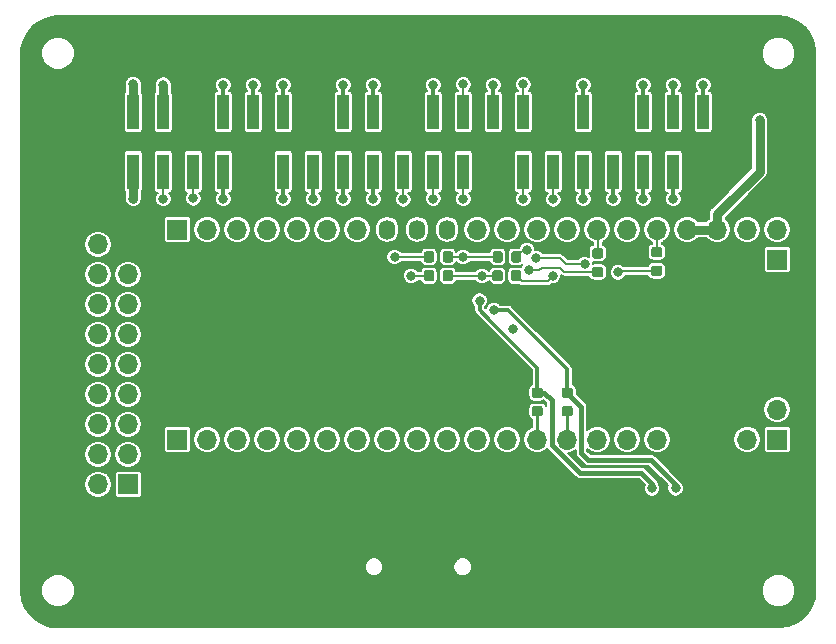
<source format=gbl>
G04 #@! TF.GenerationSoftware,KiCad,Pcbnew,(5.0.0)*
G04 #@! TF.CreationDate,2020-06-15T03:47:07+09:00*
G04 #@! TF.ProjectId,WioTerminal_TangNano,57696F5465726D696E616C5F54616E67,rev?*
G04 #@! TF.SameCoordinates,Original*
G04 #@! TF.FileFunction,Copper,L2,Bot,Signal*
G04 #@! TF.FilePolarity,Positive*
%FSLAX46Y46*%
G04 Gerber Fmt 4.6, Leading zero omitted, Abs format (unit mm)*
G04 Created by KiCad (PCBNEW (5.0.0)) date 06/15/20 03:47:07*
%MOMM*%
%LPD*%
G01*
G04 APERTURE LIST*
G04 #@! TA.AperFunction,ComponentPad*
%ADD10O,1.250000X2.000000*%
G04 #@! TD*
G04 #@! TA.AperFunction,Conductor*
%ADD11C,0.100000*%
G04 #@! TD*
G04 #@! TA.AperFunction,SMDPad,CuDef*
%ADD12C,0.875000*%
G04 #@! TD*
G04 #@! TA.AperFunction,SMDPad,CuDef*
%ADD13R,1.000000X3.000000*%
G04 #@! TD*
G04 #@! TA.AperFunction,ComponentPad*
%ADD14O,1.700000X1.700000*%
G04 #@! TD*
G04 #@! TA.AperFunction,ComponentPad*
%ADD15O,1.400000X1.700000*%
G04 #@! TD*
G04 #@! TA.AperFunction,ComponentPad*
%ADD16R,1.700000X1.700000*%
G04 #@! TD*
G04 #@! TA.AperFunction,ViaPad*
%ADD17C,0.800000*%
G04 #@! TD*
G04 #@! TA.AperFunction,Conductor*
%ADD18C,0.800000*%
G04 #@! TD*
G04 #@! TA.AperFunction,Conductor*
%ADD19C,0.300000*%
G04 #@! TD*
G04 #@! TA.AperFunction,Conductor*
%ADD20C,0.200000*%
G04 #@! TD*
G04 #@! TA.AperFunction,Conductor*
%ADD21C,0.400000*%
G04 #@! TD*
G04 #@! TA.AperFunction,Conductor*
%ADD22C,0.250000*%
G04 #@! TD*
G04 APERTURE END LIST*
D10*
G04 #@! TO.P,J8,SH*
G04 #@! TO.N,GND*
X28575000Y6300000D03*
X39425000Y6300000D03*
X28575000Y1800000D03*
X39425000Y1800000D03*
G04 #@! TD*
D11*
G04 #@! TO.N,/SDA*
G04 #@! TO.C,R1*
G36*
X54477691Y31011447D02*
X54498926Y31008297D01*
X54519750Y31003081D01*
X54539962Y30995849D01*
X54559368Y30986670D01*
X54577781Y30975634D01*
X54595024Y30962846D01*
X54610930Y30948430D01*
X54625346Y30932524D01*
X54638134Y30915281D01*
X54649170Y30896868D01*
X54658349Y30877462D01*
X54665581Y30857250D01*
X54670797Y30836426D01*
X54673947Y30815191D01*
X54675000Y30793750D01*
X54675000Y30356250D01*
X54673947Y30334809D01*
X54670797Y30313574D01*
X54665581Y30292750D01*
X54658349Y30272538D01*
X54649170Y30253132D01*
X54638134Y30234719D01*
X54625346Y30217476D01*
X54610930Y30201570D01*
X54595024Y30187154D01*
X54577781Y30174366D01*
X54559368Y30163330D01*
X54539962Y30154151D01*
X54519750Y30146919D01*
X54498926Y30141703D01*
X54477691Y30138553D01*
X54456250Y30137500D01*
X53943750Y30137500D01*
X53922309Y30138553D01*
X53901074Y30141703D01*
X53880250Y30146919D01*
X53860038Y30154151D01*
X53840632Y30163330D01*
X53822219Y30174366D01*
X53804976Y30187154D01*
X53789070Y30201570D01*
X53774654Y30217476D01*
X53761866Y30234719D01*
X53750830Y30253132D01*
X53741651Y30272538D01*
X53734419Y30292750D01*
X53729203Y30313574D01*
X53726053Y30334809D01*
X53725000Y30356250D01*
X53725000Y30793750D01*
X53726053Y30815191D01*
X53729203Y30836426D01*
X53734419Y30857250D01*
X53741651Y30877462D01*
X53750830Y30896868D01*
X53761866Y30915281D01*
X53774654Y30932524D01*
X53789070Y30948430D01*
X53804976Y30962846D01*
X53822219Y30975634D01*
X53840632Y30986670D01*
X53860038Y30995849D01*
X53880250Y31003081D01*
X53901074Y31008297D01*
X53922309Y31011447D01*
X53943750Y31012500D01*
X54456250Y31012500D01*
X54477691Y31011447D01*
X54477691Y31011447D01*
G37*
D12*
G04 #@! TD*
G04 #@! TO.P,R1,2*
G04 #@! TO.N,/SDA*
X54200000Y30575000D03*
D11*
G04 #@! TO.N,/IOB16A*
G04 #@! TO.C,R1*
G36*
X54477691Y32586447D02*
X54498926Y32583297D01*
X54519750Y32578081D01*
X54539962Y32570849D01*
X54559368Y32561670D01*
X54577781Y32550634D01*
X54595024Y32537846D01*
X54610930Y32523430D01*
X54625346Y32507524D01*
X54638134Y32490281D01*
X54649170Y32471868D01*
X54658349Y32452462D01*
X54665581Y32432250D01*
X54670797Y32411426D01*
X54673947Y32390191D01*
X54675000Y32368750D01*
X54675000Y31931250D01*
X54673947Y31909809D01*
X54670797Y31888574D01*
X54665581Y31867750D01*
X54658349Y31847538D01*
X54649170Y31828132D01*
X54638134Y31809719D01*
X54625346Y31792476D01*
X54610930Y31776570D01*
X54595024Y31762154D01*
X54577781Y31749366D01*
X54559368Y31738330D01*
X54539962Y31729151D01*
X54519750Y31721919D01*
X54498926Y31716703D01*
X54477691Y31713553D01*
X54456250Y31712500D01*
X53943750Y31712500D01*
X53922309Y31713553D01*
X53901074Y31716703D01*
X53880250Y31721919D01*
X53860038Y31729151D01*
X53840632Y31738330D01*
X53822219Y31749366D01*
X53804976Y31762154D01*
X53789070Y31776570D01*
X53774654Y31792476D01*
X53761866Y31809719D01*
X53750830Y31828132D01*
X53741651Y31847538D01*
X53734419Y31867750D01*
X53729203Y31888574D01*
X53726053Y31909809D01*
X53725000Y31931250D01*
X53725000Y32368750D01*
X53726053Y32390191D01*
X53729203Y32411426D01*
X53734419Y32432250D01*
X53741651Y32452462D01*
X53750830Y32471868D01*
X53761866Y32490281D01*
X53774654Y32507524D01*
X53789070Y32523430D01*
X53804976Y32537846D01*
X53822219Y32550634D01*
X53840632Y32561670D01*
X53860038Y32570849D01*
X53880250Y32578081D01*
X53901074Y32583297D01*
X53922309Y32586447D01*
X53943750Y32587500D01*
X54456250Y32587500D01*
X54477691Y32586447D01*
X54477691Y32586447D01*
G37*
D12*
G04 #@! TD*
G04 #@! TO.P,R1,1*
G04 #@! TO.N,/IOB16A*
X54200000Y32150000D03*
D11*
G04 #@! TO.N,/IOB16B*
G04 #@! TO.C,R2*
G36*
X49477691Y32486447D02*
X49498926Y32483297D01*
X49519750Y32478081D01*
X49539962Y32470849D01*
X49559368Y32461670D01*
X49577781Y32450634D01*
X49595024Y32437846D01*
X49610930Y32423430D01*
X49625346Y32407524D01*
X49638134Y32390281D01*
X49649170Y32371868D01*
X49658349Y32352462D01*
X49665581Y32332250D01*
X49670797Y32311426D01*
X49673947Y32290191D01*
X49675000Y32268750D01*
X49675000Y31831250D01*
X49673947Y31809809D01*
X49670797Y31788574D01*
X49665581Y31767750D01*
X49658349Y31747538D01*
X49649170Y31728132D01*
X49638134Y31709719D01*
X49625346Y31692476D01*
X49610930Y31676570D01*
X49595024Y31662154D01*
X49577781Y31649366D01*
X49559368Y31638330D01*
X49539962Y31629151D01*
X49519750Y31621919D01*
X49498926Y31616703D01*
X49477691Y31613553D01*
X49456250Y31612500D01*
X48943750Y31612500D01*
X48922309Y31613553D01*
X48901074Y31616703D01*
X48880250Y31621919D01*
X48860038Y31629151D01*
X48840632Y31638330D01*
X48822219Y31649366D01*
X48804976Y31662154D01*
X48789070Y31676570D01*
X48774654Y31692476D01*
X48761866Y31709719D01*
X48750830Y31728132D01*
X48741651Y31747538D01*
X48734419Y31767750D01*
X48729203Y31788574D01*
X48726053Y31809809D01*
X48725000Y31831250D01*
X48725000Y32268750D01*
X48726053Y32290191D01*
X48729203Y32311426D01*
X48734419Y32332250D01*
X48741651Y32352462D01*
X48750830Y32371868D01*
X48761866Y32390281D01*
X48774654Y32407524D01*
X48789070Y32423430D01*
X48804976Y32437846D01*
X48822219Y32450634D01*
X48840632Y32461670D01*
X48860038Y32470849D01*
X48880250Y32478081D01*
X48901074Y32483297D01*
X48922309Y32486447D01*
X48943750Y32487500D01*
X49456250Y32487500D01*
X49477691Y32486447D01*
X49477691Y32486447D01*
G37*
D12*
G04 #@! TD*
G04 #@! TO.P,R2,1*
G04 #@! TO.N,/IOB16B*
X49200000Y32050000D03*
D11*
G04 #@! TO.N,/SCL*
G04 #@! TO.C,R2*
G36*
X49477691Y30911447D02*
X49498926Y30908297D01*
X49519750Y30903081D01*
X49539962Y30895849D01*
X49559368Y30886670D01*
X49577781Y30875634D01*
X49595024Y30862846D01*
X49610930Y30848430D01*
X49625346Y30832524D01*
X49638134Y30815281D01*
X49649170Y30796868D01*
X49658349Y30777462D01*
X49665581Y30757250D01*
X49670797Y30736426D01*
X49673947Y30715191D01*
X49675000Y30693750D01*
X49675000Y30256250D01*
X49673947Y30234809D01*
X49670797Y30213574D01*
X49665581Y30192750D01*
X49658349Y30172538D01*
X49649170Y30153132D01*
X49638134Y30134719D01*
X49625346Y30117476D01*
X49610930Y30101570D01*
X49595024Y30087154D01*
X49577781Y30074366D01*
X49559368Y30063330D01*
X49539962Y30054151D01*
X49519750Y30046919D01*
X49498926Y30041703D01*
X49477691Y30038553D01*
X49456250Y30037500D01*
X48943750Y30037500D01*
X48922309Y30038553D01*
X48901074Y30041703D01*
X48880250Y30046919D01*
X48860038Y30054151D01*
X48840632Y30063330D01*
X48822219Y30074366D01*
X48804976Y30087154D01*
X48789070Y30101570D01*
X48774654Y30117476D01*
X48761866Y30134719D01*
X48750830Y30153132D01*
X48741651Y30172538D01*
X48734419Y30192750D01*
X48729203Y30213574D01*
X48726053Y30234809D01*
X48725000Y30256250D01*
X48725000Y30693750D01*
X48726053Y30715191D01*
X48729203Y30736426D01*
X48734419Y30757250D01*
X48741651Y30777462D01*
X48750830Y30796868D01*
X48761866Y30815281D01*
X48774654Y30832524D01*
X48789070Y30848430D01*
X48804976Y30862846D01*
X48822219Y30875634D01*
X48840632Y30886670D01*
X48860038Y30895849D01*
X48880250Y30903081D01*
X48901074Y30908297D01*
X48922309Y30911447D01*
X48943750Y30912500D01*
X49456250Y30912500D01*
X49477691Y30911447D01*
X49477691Y30911447D01*
G37*
D12*
G04 #@! TD*
G04 #@! TO.P,R2,2*
G04 #@! TO.N,/SCL*
X49200000Y30475000D03*
D11*
G04 #@! TO.N,/TXD*
G04 #@! TO.C,R3*
G36*
X46896444Y20686447D02*
X46917679Y20683297D01*
X46938503Y20678081D01*
X46958715Y20670849D01*
X46978121Y20661670D01*
X46996534Y20650634D01*
X47013777Y20637846D01*
X47029683Y20623430D01*
X47044099Y20607524D01*
X47056887Y20590281D01*
X47067923Y20571868D01*
X47077102Y20552462D01*
X47084334Y20532250D01*
X47089550Y20511426D01*
X47092700Y20490191D01*
X47093753Y20468750D01*
X47093753Y20031250D01*
X47092700Y20009809D01*
X47089550Y19988574D01*
X47084334Y19967750D01*
X47077102Y19947538D01*
X47067923Y19928132D01*
X47056887Y19909719D01*
X47044099Y19892476D01*
X47029683Y19876570D01*
X47013777Y19862154D01*
X46996534Y19849366D01*
X46978121Y19838330D01*
X46958715Y19829151D01*
X46938503Y19821919D01*
X46917679Y19816703D01*
X46896444Y19813553D01*
X46875003Y19812500D01*
X46362503Y19812500D01*
X46341062Y19813553D01*
X46319827Y19816703D01*
X46299003Y19821919D01*
X46278791Y19829151D01*
X46259385Y19838330D01*
X46240972Y19849366D01*
X46223729Y19862154D01*
X46207823Y19876570D01*
X46193407Y19892476D01*
X46180619Y19909719D01*
X46169583Y19928132D01*
X46160404Y19947538D01*
X46153172Y19967750D01*
X46147956Y19988574D01*
X46144806Y20009809D01*
X46143753Y20031250D01*
X46143753Y20468750D01*
X46144806Y20490191D01*
X46147956Y20511426D01*
X46153172Y20532250D01*
X46160404Y20552462D01*
X46169583Y20571868D01*
X46180619Y20590281D01*
X46193407Y20607524D01*
X46207823Y20623430D01*
X46223729Y20637846D01*
X46240972Y20650634D01*
X46259385Y20661670D01*
X46278791Y20670849D01*
X46299003Y20678081D01*
X46319827Y20683297D01*
X46341062Y20686447D01*
X46362503Y20687500D01*
X46875003Y20687500D01*
X46896444Y20686447D01*
X46896444Y20686447D01*
G37*
D12*
G04 #@! TD*
G04 #@! TO.P,R3,2*
G04 #@! TO.N,/TXD*
X46618753Y20250000D03*
D11*
G04 #@! TO.N,/CH552_TX0*
G04 #@! TO.C,R3*
G36*
X46896444Y19111447D02*
X46917679Y19108297D01*
X46938503Y19103081D01*
X46958715Y19095849D01*
X46978121Y19086670D01*
X46996534Y19075634D01*
X47013777Y19062846D01*
X47029683Y19048430D01*
X47044099Y19032524D01*
X47056887Y19015281D01*
X47067923Y18996868D01*
X47077102Y18977462D01*
X47084334Y18957250D01*
X47089550Y18936426D01*
X47092700Y18915191D01*
X47093753Y18893750D01*
X47093753Y18456250D01*
X47092700Y18434809D01*
X47089550Y18413574D01*
X47084334Y18392750D01*
X47077102Y18372538D01*
X47067923Y18353132D01*
X47056887Y18334719D01*
X47044099Y18317476D01*
X47029683Y18301570D01*
X47013777Y18287154D01*
X46996534Y18274366D01*
X46978121Y18263330D01*
X46958715Y18254151D01*
X46938503Y18246919D01*
X46917679Y18241703D01*
X46896444Y18238553D01*
X46875003Y18237500D01*
X46362503Y18237500D01*
X46341062Y18238553D01*
X46319827Y18241703D01*
X46299003Y18246919D01*
X46278791Y18254151D01*
X46259385Y18263330D01*
X46240972Y18274366D01*
X46223729Y18287154D01*
X46207823Y18301570D01*
X46193407Y18317476D01*
X46180619Y18334719D01*
X46169583Y18353132D01*
X46160404Y18372538D01*
X46153172Y18392750D01*
X46147956Y18413574D01*
X46144806Y18434809D01*
X46143753Y18456250D01*
X46143753Y18893750D01*
X46144806Y18915191D01*
X46147956Y18936426D01*
X46153172Y18957250D01*
X46160404Y18977462D01*
X46169583Y18996868D01*
X46180619Y19015281D01*
X46193407Y19032524D01*
X46207823Y19048430D01*
X46223729Y19062846D01*
X46240972Y19075634D01*
X46259385Y19086670D01*
X46278791Y19095849D01*
X46299003Y19103081D01*
X46319827Y19108297D01*
X46341062Y19111447D01*
X46362503Y19112500D01*
X46875003Y19112500D01*
X46896444Y19111447D01*
X46896444Y19111447D01*
G37*
D12*
G04 #@! TD*
G04 #@! TO.P,R3,1*
G04 #@! TO.N,/CH552_TX0*
X46618753Y18675000D03*
D11*
G04 #@! TO.N,/CH552_RX0*
G04 #@! TO.C,R4*
G36*
X44356444Y19111447D02*
X44377679Y19108297D01*
X44398503Y19103081D01*
X44418715Y19095849D01*
X44438121Y19086670D01*
X44456534Y19075634D01*
X44473777Y19062846D01*
X44489683Y19048430D01*
X44504099Y19032524D01*
X44516887Y19015281D01*
X44527923Y18996868D01*
X44537102Y18977462D01*
X44544334Y18957250D01*
X44549550Y18936426D01*
X44552700Y18915191D01*
X44553753Y18893750D01*
X44553753Y18456250D01*
X44552700Y18434809D01*
X44549550Y18413574D01*
X44544334Y18392750D01*
X44537102Y18372538D01*
X44527923Y18353132D01*
X44516887Y18334719D01*
X44504099Y18317476D01*
X44489683Y18301570D01*
X44473777Y18287154D01*
X44456534Y18274366D01*
X44438121Y18263330D01*
X44418715Y18254151D01*
X44398503Y18246919D01*
X44377679Y18241703D01*
X44356444Y18238553D01*
X44335003Y18237500D01*
X43822503Y18237500D01*
X43801062Y18238553D01*
X43779827Y18241703D01*
X43759003Y18246919D01*
X43738791Y18254151D01*
X43719385Y18263330D01*
X43700972Y18274366D01*
X43683729Y18287154D01*
X43667823Y18301570D01*
X43653407Y18317476D01*
X43640619Y18334719D01*
X43629583Y18353132D01*
X43620404Y18372538D01*
X43613172Y18392750D01*
X43607956Y18413574D01*
X43604806Y18434809D01*
X43603753Y18456250D01*
X43603753Y18893750D01*
X43604806Y18915191D01*
X43607956Y18936426D01*
X43613172Y18957250D01*
X43620404Y18977462D01*
X43629583Y18996868D01*
X43640619Y19015281D01*
X43653407Y19032524D01*
X43667823Y19048430D01*
X43683729Y19062846D01*
X43700972Y19075634D01*
X43719385Y19086670D01*
X43738791Y19095849D01*
X43759003Y19103081D01*
X43779827Y19108297D01*
X43801062Y19111447D01*
X43822503Y19112500D01*
X44335003Y19112500D01*
X44356444Y19111447D01*
X44356444Y19111447D01*
G37*
D12*
G04 #@! TD*
G04 #@! TO.P,R4,1*
G04 #@! TO.N,/CH552_RX0*
X44078753Y18675000D03*
D11*
G04 #@! TO.N,/RXD*
G04 #@! TO.C,R4*
G36*
X44356444Y20686447D02*
X44377679Y20683297D01*
X44398503Y20678081D01*
X44418715Y20670849D01*
X44438121Y20661670D01*
X44456534Y20650634D01*
X44473777Y20637846D01*
X44489683Y20623430D01*
X44504099Y20607524D01*
X44516887Y20590281D01*
X44527923Y20571868D01*
X44537102Y20552462D01*
X44544334Y20532250D01*
X44549550Y20511426D01*
X44552700Y20490191D01*
X44553753Y20468750D01*
X44553753Y20031250D01*
X44552700Y20009809D01*
X44549550Y19988574D01*
X44544334Y19967750D01*
X44537102Y19947538D01*
X44527923Y19928132D01*
X44516887Y19909719D01*
X44504099Y19892476D01*
X44489683Y19876570D01*
X44473777Y19862154D01*
X44456534Y19849366D01*
X44438121Y19838330D01*
X44418715Y19829151D01*
X44398503Y19821919D01*
X44377679Y19816703D01*
X44356444Y19813553D01*
X44335003Y19812500D01*
X43822503Y19812500D01*
X43801062Y19813553D01*
X43779827Y19816703D01*
X43759003Y19821919D01*
X43738791Y19829151D01*
X43719385Y19838330D01*
X43700972Y19849366D01*
X43683729Y19862154D01*
X43667823Y19876570D01*
X43653407Y19892476D01*
X43640619Y19909719D01*
X43629583Y19928132D01*
X43620404Y19947538D01*
X43613172Y19967750D01*
X43607956Y19988574D01*
X43604806Y20009809D01*
X43603753Y20031250D01*
X43603753Y20468750D01*
X43604806Y20490191D01*
X43607956Y20511426D01*
X43613172Y20532250D01*
X43620404Y20552462D01*
X43629583Y20571868D01*
X43640619Y20590281D01*
X43653407Y20607524D01*
X43667823Y20623430D01*
X43683729Y20637846D01*
X43700972Y20650634D01*
X43719385Y20661670D01*
X43738791Y20670849D01*
X43759003Y20678081D01*
X43779827Y20683297D01*
X43801062Y20686447D01*
X43822503Y20687500D01*
X44335003Y20687500D01*
X44356444Y20686447D01*
X44356444Y20686447D01*
G37*
D12*
G04 #@! TD*
G04 #@! TO.P,R4,2*
G04 #@! TO.N,/RXD*
X44078753Y20250000D03*
D11*
G04 #@! TO.N,/SDA*
G04 #@! TO.C,R11*
G36*
X40965191Y32223947D02*
X40986426Y32220797D01*
X41007250Y32215581D01*
X41027462Y32208349D01*
X41046868Y32199170D01*
X41065281Y32188134D01*
X41082524Y32175346D01*
X41098430Y32160930D01*
X41112846Y32145024D01*
X41125634Y32127781D01*
X41136670Y32109368D01*
X41145849Y32089962D01*
X41153081Y32069750D01*
X41158297Y32048926D01*
X41161447Y32027691D01*
X41162500Y32006250D01*
X41162500Y31493750D01*
X41161447Y31472309D01*
X41158297Y31451074D01*
X41153081Y31430250D01*
X41145849Y31410038D01*
X41136670Y31390632D01*
X41125634Y31372219D01*
X41112846Y31354976D01*
X41098430Y31339070D01*
X41082524Y31324654D01*
X41065281Y31311866D01*
X41046868Y31300830D01*
X41027462Y31291651D01*
X41007250Y31284419D01*
X40986426Y31279203D01*
X40965191Y31276053D01*
X40943750Y31275000D01*
X40506250Y31275000D01*
X40484809Y31276053D01*
X40463574Y31279203D01*
X40442750Y31284419D01*
X40422538Y31291651D01*
X40403132Y31300830D01*
X40384719Y31311866D01*
X40367476Y31324654D01*
X40351570Y31339070D01*
X40337154Y31354976D01*
X40324366Y31372219D01*
X40313330Y31390632D01*
X40304151Y31410038D01*
X40296919Y31430250D01*
X40291703Y31451074D01*
X40288553Y31472309D01*
X40287500Y31493750D01*
X40287500Y32006250D01*
X40288553Y32027691D01*
X40291703Y32048926D01*
X40296919Y32069750D01*
X40304151Y32089962D01*
X40313330Y32109368D01*
X40324366Y32127781D01*
X40337154Y32145024D01*
X40351570Y32160930D01*
X40367476Y32175346D01*
X40384719Y32188134D01*
X40403132Y32199170D01*
X40422538Y32208349D01*
X40442750Y32215581D01*
X40463574Y32220797D01*
X40484809Y32223947D01*
X40506250Y32225000D01*
X40943750Y32225000D01*
X40965191Y32223947D01*
X40965191Y32223947D01*
G37*
D12*
G04 #@! TD*
G04 #@! TO.P,R11,1*
G04 #@! TO.N,/SDA*
X40725000Y31750000D03*
D11*
G04 #@! TO.N,/I2C0_SDA*
G04 #@! TO.C,R11*
G36*
X42540191Y32223947D02*
X42561426Y32220797D01*
X42582250Y32215581D01*
X42602462Y32208349D01*
X42621868Y32199170D01*
X42640281Y32188134D01*
X42657524Y32175346D01*
X42673430Y32160930D01*
X42687846Y32145024D01*
X42700634Y32127781D01*
X42711670Y32109368D01*
X42720849Y32089962D01*
X42728081Y32069750D01*
X42733297Y32048926D01*
X42736447Y32027691D01*
X42737500Y32006250D01*
X42737500Y31493750D01*
X42736447Y31472309D01*
X42733297Y31451074D01*
X42728081Y31430250D01*
X42720849Y31410038D01*
X42711670Y31390632D01*
X42700634Y31372219D01*
X42687846Y31354976D01*
X42673430Y31339070D01*
X42657524Y31324654D01*
X42640281Y31311866D01*
X42621868Y31300830D01*
X42602462Y31291651D01*
X42582250Y31284419D01*
X42561426Y31279203D01*
X42540191Y31276053D01*
X42518750Y31275000D01*
X42081250Y31275000D01*
X42059809Y31276053D01*
X42038574Y31279203D01*
X42017750Y31284419D01*
X41997538Y31291651D01*
X41978132Y31300830D01*
X41959719Y31311866D01*
X41942476Y31324654D01*
X41926570Y31339070D01*
X41912154Y31354976D01*
X41899366Y31372219D01*
X41888330Y31390632D01*
X41879151Y31410038D01*
X41871919Y31430250D01*
X41866703Y31451074D01*
X41863553Y31472309D01*
X41862500Y31493750D01*
X41862500Y32006250D01*
X41863553Y32027691D01*
X41866703Y32048926D01*
X41871919Y32069750D01*
X41879151Y32089962D01*
X41888330Y32109368D01*
X41899366Y32127781D01*
X41912154Y32145024D01*
X41926570Y32160930D01*
X41942476Y32175346D01*
X41959719Y32188134D01*
X41978132Y32199170D01*
X41997538Y32208349D01*
X42017750Y32215581D01*
X42038574Y32220797D01*
X42059809Y32223947D01*
X42081250Y32225000D01*
X42518750Y32225000D01*
X42540191Y32223947D01*
X42540191Y32223947D01*
G37*
D12*
G04 #@! TD*
G04 #@! TO.P,R11,2*
G04 #@! TO.N,/I2C0_SDA*
X42300000Y31750000D03*
D11*
G04 #@! TO.N,/I2C0_SCL*
G04 #@! TO.C,R12*
G36*
X42527691Y30623947D02*
X42548926Y30620797D01*
X42569750Y30615581D01*
X42589962Y30608349D01*
X42609368Y30599170D01*
X42627781Y30588134D01*
X42645024Y30575346D01*
X42660930Y30560930D01*
X42675346Y30545024D01*
X42688134Y30527781D01*
X42699170Y30509368D01*
X42708349Y30489962D01*
X42715581Y30469750D01*
X42720797Y30448926D01*
X42723947Y30427691D01*
X42725000Y30406250D01*
X42725000Y29893750D01*
X42723947Y29872309D01*
X42720797Y29851074D01*
X42715581Y29830250D01*
X42708349Y29810038D01*
X42699170Y29790632D01*
X42688134Y29772219D01*
X42675346Y29754976D01*
X42660930Y29739070D01*
X42645024Y29724654D01*
X42627781Y29711866D01*
X42609368Y29700830D01*
X42589962Y29691651D01*
X42569750Y29684419D01*
X42548926Y29679203D01*
X42527691Y29676053D01*
X42506250Y29675000D01*
X42068750Y29675000D01*
X42047309Y29676053D01*
X42026074Y29679203D01*
X42005250Y29684419D01*
X41985038Y29691651D01*
X41965632Y29700830D01*
X41947219Y29711866D01*
X41929976Y29724654D01*
X41914070Y29739070D01*
X41899654Y29754976D01*
X41886866Y29772219D01*
X41875830Y29790632D01*
X41866651Y29810038D01*
X41859419Y29830250D01*
X41854203Y29851074D01*
X41851053Y29872309D01*
X41850000Y29893750D01*
X41850000Y30406250D01*
X41851053Y30427691D01*
X41854203Y30448926D01*
X41859419Y30469750D01*
X41866651Y30489962D01*
X41875830Y30509368D01*
X41886866Y30527781D01*
X41899654Y30545024D01*
X41914070Y30560930D01*
X41929976Y30575346D01*
X41947219Y30588134D01*
X41965632Y30599170D01*
X41985038Y30608349D01*
X42005250Y30615581D01*
X42026074Y30620797D01*
X42047309Y30623947D01*
X42068750Y30625000D01*
X42506250Y30625000D01*
X42527691Y30623947D01*
X42527691Y30623947D01*
G37*
D12*
G04 #@! TD*
G04 #@! TO.P,R12,2*
G04 #@! TO.N,/I2C0_SCL*
X42287500Y30150000D03*
D11*
G04 #@! TO.N,/SCL*
G04 #@! TO.C,R12*
G36*
X40952691Y30623947D02*
X40973926Y30620797D01*
X40994750Y30615581D01*
X41014962Y30608349D01*
X41034368Y30599170D01*
X41052781Y30588134D01*
X41070024Y30575346D01*
X41085930Y30560930D01*
X41100346Y30545024D01*
X41113134Y30527781D01*
X41124170Y30509368D01*
X41133349Y30489962D01*
X41140581Y30469750D01*
X41145797Y30448926D01*
X41148947Y30427691D01*
X41150000Y30406250D01*
X41150000Y29893750D01*
X41148947Y29872309D01*
X41145797Y29851074D01*
X41140581Y29830250D01*
X41133349Y29810038D01*
X41124170Y29790632D01*
X41113134Y29772219D01*
X41100346Y29754976D01*
X41085930Y29739070D01*
X41070024Y29724654D01*
X41052781Y29711866D01*
X41034368Y29700830D01*
X41014962Y29691651D01*
X40994750Y29684419D01*
X40973926Y29679203D01*
X40952691Y29676053D01*
X40931250Y29675000D01*
X40493750Y29675000D01*
X40472309Y29676053D01*
X40451074Y29679203D01*
X40430250Y29684419D01*
X40410038Y29691651D01*
X40390632Y29700830D01*
X40372219Y29711866D01*
X40354976Y29724654D01*
X40339070Y29739070D01*
X40324654Y29754976D01*
X40311866Y29772219D01*
X40300830Y29790632D01*
X40291651Y29810038D01*
X40284419Y29830250D01*
X40279203Y29851074D01*
X40276053Y29872309D01*
X40275000Y29893750D01*
X40275000Y30406250D01*
X40276053Y30427691D01*
X40279203Y30448926D01*
X40284419Y30469750D01*
X40291651Y30489962D01*
X40300830Y30509368D01*
X40311866Y30527781D01*
X40324654Y30545024D01*
X40339070Y30560930D01*
X40354976Y30575346D01*
X40372219Y30588134D01*
X40390632Y30599170D01*
X40410038Y30608349D01*
X40430250Y30615581D01*
X40451074Y30620797D01*
X40472309Y30623947D01*
X40493750Y30625000D01*
X40931250Y30625000D01*
X40952691Y30623947D01*
X40952691Y30623947D01*
G37*
D12*
G04 #@! TD*
G04 #@! TO.P,R12,1*
G04 #@! TO.N,/SCL*
X40712500Y30150000D03*
D11*
G04 #@! TO.N,/SDA*
G04 #@! TO.C,R13*
G36*
X36740191Y32223947D02*
X36761426Y32220797D01*
X36782250Y32215581D01*
X36802462Y32208349D01*
X36821868Y32199170D01*
X36840281Y32188134D01*
X36857524Y32175346D01*
X36873430Y32160930D01*
X36887846Y32145024D01*
X36900634Y32127781D01*
X36911670Y32109368D01*
X36920849Y32089962D01*
X36928081Y32069750D01*
X36933297Y32048926D01*
X36936447Y32027691D01*
X36937500Y32006250D01*
X36937500Y31493750D01*
X36936447Y31472309D01*
X36933297Y31451074D01*
X36928081Y31430250D01*
X36920849Y31410038D01*
X36911670Y31390632D01*
X36900634Y31372219D01*
X36887846Y31354976D01*
X36873430Y31339070D01*
X36857524Y31324654D01*
X36840281Y31311866D01*
X36821868Y31300830D01*
X36802462Y31291651D01*
X36782250Y31284419D01*
X36761426Y31279203D01*
X36740191Y31276053D01*
X36718750Y31275000D01*
X36281250Y31275000D01*
X36259809Y31276053D01*
X36238574Y31279203D01*
X36217750Y31284419D01*
X36197538Y31291651D01*
X36178132Y31300830D01*
X36159719Y31311866D01*
X36142476Y31324654D01*
X36126570Y31339070D01*
X36112154Y31354976D01*
X36099366Y31372219D01*
X36088330Y31390632D01*
X36079151Y31410038D01*
X36071919Y31430250D01*
X36066703Y31451074D01*
X36063553Y31472309D01*
X36062500Y31493750D01*
X36062500Y32006250D01*
X36063553Y32027691D01*
X36066703Y32048926D01*
X36071919Y32069750D01*
X36079151Y32089962D01*
X36088330Y32109368D01*
X36099366Y32127781D01*
X36112154Y32145024D01*
X36126570Y32160930D01*
X36142476Y32175346D01*
X36159719Y32188134D01*
X36178132Y32199170D01*
X36197538Y32208349D01*
X36217750Y32215581D01*
X36238574Y32220797D01*
X36259809Y32223947D01*
X36281250Y32225000D01*
X36718750Y32225000D01*
X36740191Y32223947D01*
X36740191Y32223947D01*
G37*
D12*
G04 #@! TD*
G04 #@! TO.P,R13,1*
G04 #@! TO.N,/SDA*
X36500000Y31750000D03*
D11*
G04 #@! TO.N,/I2C1_SDA*
G04 #@! TO.C,R13*
G36*
X35165191Y32223947D02*
X35186426Y32220797D01*
X35207250Y32215581D01*
X35227462Y32208349D01*
X35246868Y32199170D01*
X35265281Y32188134D01*
X35282524Y32175346D01*
X35298430Y32160930D01*
X35312846Y32145024D01*
X35325634Y32127781D01*
X35336670Y32109368D01*
X35345849Y32089962D01*
X35353081Y32069750D01*
X35358297Y32048926D01*
X35361447Y32027691D01*
X35362500Y32006250D01*
X35362500Y31493750D01*
X35361447Y31472309D01*
X35358297Y31451074D01*
X35353081Y31430250D01*
X35345849Y31410038D01*
X35336670Y31390632D01*
X35325634Y31372219D01*
X35312846Y31354976D01*
X35298430Y31339070D01*
X35282524Y31324654D01*
X35265281Y31311866D01*
X35246868Y31300830D01*
X35227462Y31291651D01*
X35207250Y31284419D01*
X35186426Y31279203D01*
X35165191Y31276053D01*
X35143750Y31275000D01*
X34706250Y31275000D01*
X34684809Y31276053D01*
X34663574Y31279203D01*
X34642750Y31284419D01*
X34622538Y31291651D01*
X34603132Y31300830D01*
X34584719Y31311866D01*
X34567476Y31324654D01*
X34551570Y31339070D01*
X34537154Y31354976D01*
X34524366Y31372219D01*
X34513330Y31390632D01*
X34504151Y31410038D01*
X34496919Y31430250D01*
X34491703Y31451074D01*
X34488553Y31472309D01*
X34487500Y31493750D01*
X34487500Y32006250D01*
X34488553Y32027691D01*
X34491703Y32048926D01*
X34496919Y32069750D01*
X34504151Y32089962D01*
X34513330Y32109368D01*
X34524366Y32127781D01*
X34537154Y32145024D01*
X34551570Y32160930D01*
X34567476Y32175346D01*
X34584719Y32188134D01*
X34603132Y32199170D01*
X34622538Y32208349D01*
X34642750Y32215581D01*
X34663574Y32220797D01*
X34684809Y32223947D01*
X34706250Y32225000D01*
X35143750Y32225000D01*
X35165191Y32223947D01*
X35165191Y32223947D01*
G37*
D12*
G04 #@! TD*
G04 #@! TO.P,R13,2*
G04 #@! TO.N,/I2C1_SDA*
X34925000Y31750000D03*
D11*
G04 #@! TO.N,/I2C1_SCL*
G04 #@! TO.C,R14*
G36*
X35165191Y30623947D02*
X35186426Y30620797D01*
X35207250Y30615581D01*
X35227462Y30608349D01*
X35246868Y30599170D01*
X35265281Y30588134D01*
X35282524Y30575346D01*
X35298430Y30560930D01*
X35312846Y30545024D01*
X35325634Y30527781D01*
X35336670Y30509368D01*
X35345849Y30489962D01*
X35353081Y30469750D01*
X35358297Y30448926D01*
X35361447Y30427691D01*
X35362500Y30406250D01*
X35362500Y29893750D01*
X35361447Y29872309D01*
X35358297Y29851074D01*
X35353081Y29830250D01*
X35345849Y29810038D01*
X35336670Y29790632D01*
X35325634Y29772219D01*
X35312846Y29754976D01*
X35298430Y29739070D01*
X35282524Y29724654D01*
X35265281Y29711866D01*
X35246868Y29700830D01*
X35227462Y29691651D01*
X35207250Y29684419D01*
X35186426Y29679203D01*
X35165191Y29676053D01*
X35143750Y29675000D01*
X34706250Y29675000D01*
X34684809Y29676053D01*
X34663574Y29679203D01*
X34642750Y29684419D01*
X34622538Y29691651D01*
X34603132Y29700830D01*
X34584719Y29711866D01*
X34567476Y29724654D01*
X34551570Y29739070D01*
X34537154Y29754976D01*
X34524366Y29772219D01*
X34513330Y29790632D01*
X34504151Y29810038D01*
X34496919Y29830250D01*
X34491703Y29851074D01*
X34488553Y29872309D01*
X34487500Y29893750D01*
X34487500Y30406250D01*
X34488553Y30427691D01*
X34491703Y30448926D01*
X34496919Y30469750D01*
X34504151Y30489962D01*
X34513330Y30509368D01*
X34524366Y30527781D01*
X34537154Y30545024D01*
X34551570Y30560930D01*
X34567476Y30575346D01*
X34584719Y30588134D01*
X34603132Y30599170D01*
X34622538Y30608349D01*
X34642750Y30615581D01*
X34663574Y30620797D01*
X34684809Y30623947D01*
X34706250Y30625000D01*
X35143750Y30625000D01*
X35165191Y30623947D01*
X35165191Y30623947D01*
G37*
D12*
G04 #@! TD*
G04 #@! TO.P,R14,2*
G04 #@! TO.N,/I2C1_SCL*
X34925000Y30150000D03*
D11*
G04 #@! TO.N,/SCL*
G04 #@! TO.C,R14*
G36*
X36740191Y30623947D02*
X36761426Y30620797D01*
X36782250Y30615581D01*
X36802462Y30608349D01*
X36821868Y30599170D01*
X36840281Y30588134D01*
X36857524Y30575346D01*
X36873430Y30560930D01*
X36887846Y30545024D01*
X36900634Y30527781D01*
X36911670Y30509368D01*
X36920849Y30489962D01*
X36928081Y30469750D01*
X36933297Y30448926D01*
X36936447Y30427691D01*
X36937500Y30406250D01*
X36937500Y29893750D01*
X36936447Y29872309D01*
X36933297Y29851074D01*
X36928081Y29830250D01*
X36920849Y29810038D01*
X36911670Y29790632D01*
X36900634Y29772219D01*
X36887846Y29754976D01*
X36873430Y29739070D01*
X36857524Y29724654D01*
X36840281Y29711866D01*
X36821868Y29700830D01*
X36802462Y29691651D01*
X36782250Y29684419D01*
X36761426Y29679203D01*
X36740191Y29676053D01*
X36718750Y29675000D01*
X36281250Y29675000D01*
X36259809Y29676053D01*
X36238574Y29679203D01*
X36217750Y29684419D01*
X36197538Y29691651D01*
X36178132Y29700830D01*
X36159719Y29711866D01*
X36142476Y29724654D01*
X36126570Y29739070D01*
X36112154Y29754976D01*
X36099366Y29772219D01*
X36088330Y29790632D01*
X36079151Y29810038D01*
X36071919Y29830250D01*
X36066703Y29851074D01*
X36063553Y29872309D01*
X36062500Y29893750D01*
X36062500Y30406250D01*
X36063553Y30427691D01*
X36066703Y30448926D01*
X36071919Y30469750D01*
X36079151Y30489962D01*
X36088330Y30509368D01*
X36099366Y30527781D01*
X36112154Y30545024D01*
X36126570Y30560930D01*
X36142476Y30575346D01*
X36159719Y30588134D01*
X36178132Y30599170D01*
X36197538Y30608349D01*
X36217750Y30615581D01*
X36238574Y30620797D01*
X36259809Y30623947D01*
X36281250Y30625000D01*
X36718750Y30625000D01*
X36740191Y30623947D01*
X36740191Y30623947D01*
G37*
D12*
G04 #@! TD*
G04 #@! TO.P,R14,1*
G04 #@! TO.N,/SCL*
X36500000Y30150000D03*
D13*
G04 #@! TO.P,J9,1*
G04 #@! TO.N,+3V3*
X9870000Y38980000D03*
G04 #@! TO.P,J9,2*
G04 #@! TO.N,+5V*
X9870000Y44020000D03*
G04 #@! TO.P,J9,3*
G04 #@! TO.N,/I2C1_SDA*
X12410000Y38980000D03*
G04 #@! TO.P,J9,4*
G04 #@! TO.N,+5V*
X12410000Y44020000D03*
G04 #@! TO.P,J9,5*
G04 #@! TO.N,/I2C1_SCL*
X14950000Y38980000D03*
G04 #@! TO.P,J9,6*
G04 #@! TO.N,GND*
X14950000Y44020000D03*
G04 #@! TO.P,J9,7*
G04 #@! TO.N,/GCLK0*
X17490000Y38980000D03*
G04 #@! TO.P,J9,8*
G04 #@! TO.N,/TXD*
X17490000Y44020000D03*
G04 #@! TO.P,J9,9*
G04 #@! TO.N,GND*
X20030000Y38980000D03*
G04 #@! TO.P,J9,10*
G04 #@! TO.N,/RXD*
X20030000Y44020000D03*
G04 #@! TO.P,J9,11*
G04 #@! TO.N,/GPIO17*
X22570000Y38980000D03*
G04 #@! TO.P,J9,12*
G04 #@! TO.N,/GPIO18*
X22570000Y44020000D03*
G04 #@! TO.P,J9,13*
G04 #@! TO.N,/GPIO27*
X25110000Y38980000D03*
G04 #@! TO.P,J9,14*
G04 #@! TO.N,GND*
X25110000Y44020000D03*
G04 #@! TO.P,J9,15*
G04 #@! TO.N,/GPIO22*
X27650000Y38980000D03*
G04 #@! TO.P,J9,16*
G04 #@! TO.N,/GPIO23*
X27650000Y44020000D03*
G04 #@! TO.P,J9,17*
G04 #@! TO.N,+3V3*
X30190000Y38980000D03*
G04 #@! TO.P,J9,18*
G04 #@! TO.N,/GPIO24*
X30190000Y44020000D03*
G04 #@! TO.P,J9,19*
G04 #@! TO.N,/IOB7A*
X32730000Y38980000D03*
G04 #@! TO.P,J9,20*
G04 #@! TO.N,GND*
X32730000Y44020000D03*
G04 #@! TO.P,J9,21*
G04 #@! TO.N,/IOB10A*
X35270000Y38980000D03*
G04 #@! TO.P,J9,22*
G04 #@! TO.N,/GPIO25*
X35270000Y44020000D03*
G04 #@! TO.P,J9,23*
G04 #@! TO.N,/IOB10B*
X37810000Y38980000D03*
G04 #@! TO.P,J9,24*
G04 #@! TO.N,/IOB11B*
X37810000Y44020000D03*
G04 #@! TO.P,J9,25*
G04 #@! TO.N,GND*
X40350000Y38980000D03*
G04 #@! TO.P,J9,26*
G04 #@! TO.N,/CE1*
X40350000Y44020000D03*
G04 #@! TO.P,J9,27*
G04 #@! TO.N,/I2C0_SDA*
X42890000Y38980000D03*
G04 #@! TO.P,J9,28*
G04 #@! TO.N,/I2C0_SCL*
X42890000Y44020000D03*
G04 #@! TO.P,J9,29*
G04 #@! TO.N,/GCLK1*
X45430000Y38980000D03*
G04 #@! TO.P,J9,30*
G04 #@! TO.N,GND*
X45430000Y44020000D03*
G04 #@! TO.P,J9,31*
G04 #@! TO.N,/GCLK2*
X47970000Y38980000D03*
G04 #@! TO.P,J9,32*
G04 #@! TO.N,/PWM0*
X47970000Y44020000D03*
G04 #@! TO.P,J9,33*
G04 #@! TO.N,/PWM1*
X50510000Y38980000D03*
G04 #@! TO.P,J9,34*
G04 #@! TO.N,GND*
X50510000Y44020000D03*
G04 #@! TO.P,J9,35*
G04 #@! TO.N,/TDO*
X53050000Y38980000D03*
G04 #@! TO.P,J9,36*
G04 #@! TO.N,/TMS*
X53050000Y44020000D03*
G04 #@! TO.P,J9,37*
G04 #@! TO.N,/GPIO26*
X55590000Y38980000D03*
G04 #@! TO.P,J9,38*
G04 #@! TO.N,/TDI*
X55590000Y44020000D03*
G04 #@! TO.P,J9,39*
G04 #@! TO.N,GND*
X58130000Y38980000D03*
G04 #@! TO.P,J9,40*
G04 #@! TO.N,/TCK*
X58130000Y44020000D03*
G04 #@! TD*
D14*
G04 #@! TO.P,J2,20*
G04 #@! TO.N,N/C*
X61858753Y34067358D03*
G04 #@! TO.P,J2,19*
G04 #@! TO.N,+5V*
X59318753Y34067358D03*
G04 #@! TO.P,J2,18*
X56778753Y34067358D03*
G04 #@! TO.P,J2,17*
G04 #@! TO.N,/IOB16A*
X54238753Y34067358D03*
G04 #@! TO.P,J2,16*
G04 #@! TO.N,/IOV11A*
X51698753Y34067358D03*
G04 #@! TO.P,J2,15*
G04 #@! TO.N,/IOB16B*
X49158753Y34067358D03*
G04 #@! TO.P,J2,14*
G04 #@! TO.N,/IOB14B*
X46618753Y34067358D03*
G04 #@! TO.P,J2,13*
G04 #@! TO.N,/IOB14A*
X44078753Y34067358D03*
G04 #@! TO.P,J2,12*
G04 #@! TO.N,/IOB11B*
X41538753Y34067358D03*
G04 #@! TO.P,J2,11*
G04 #@! TO.N,/IOB10B*
X38998753Y34067358D03*
D15*
G04 #@! TO.P,J2,10*
G04 #@! TO.N,/IOB10A*
X36458753Y34067358D03*
G04 #@! TO.P,J2,9*
G04 #@! TO.N,/IOB7A*
X33918753Y34067358D03*
G04 #@! TO.P,J2,8*
G04 #@! TO.N,/G2*
X31378753Y34067358D03*
D14*
G04 #@! TO.P,J2,7*
G04 #@! TO.N,/G1*
X28838753Y34067358D03*
G04 #@! TO.P,J2,6*
G04 #@! TO.N,/G0*
X26298753Y34067358D03*
G04 #@! TO.P,J2,5*
G04 #@! TO.N,/R4*
X23758753Y34067358D03*
G04 #@! TO.P,J2,4*
G04 #@! TO.N,/R3*
X21218753Y34067358D03*
G04 #@! TO.P,J2,3*
G04 #@! TO.N,/R2*
X18678753Y34067358D03*
G04 #@! TO.P,J2,2*
G04 #@! TO.N,/R1*
X16138753Y34067358D03*
D16*
G04 #@! TO.P,J2,1*
G04 #@! TO.N,/R0*
X13598753Y34067358D03*
G04 #@! TD*
G04 #@! TO.P,J6,1*
G04 #@! TO.N,/G3*
X13598753Y16287358D03*
D14*
G04 #@! TO.P,J6,2*
G04 #@! TO.N,/G4*
X16138753Y16287358D03*
G04 #@! TO.P,J6,3*
G04 #@! TO.N,/G5*
X18678753Y16287358D03*
G04 #@! TO.P,J6,4*
G04 #@! TO.N,/B0*
X21218753Y16287358D03*
G04 #@! TO.P,J6,5*
G04 #@! TO.N,/B1*
X23758753Y16287358D03*
G04 #@! TO.P,J6,6*
G04 #@! TO.N,/B2*
X26298753Y16287358D03*
G04 #@! TO.P,J6,7*
G04 #@! TO.N,/B3*
X28838753Y16287358D03*
G04 #@! TO.P,J6,8*
G04 #@! TO.N,/B4*
X31378753Y16287358D03*
G04 #@! TO.P,J6,9*
G04 #@! TO.N,/LCD_CLK*
X33918753Y16287358D03*
G04 #@! TO.P,J6,10*
G04 #@! TO.N,/LCD_HSYNC*
X36458753Y16287358D03*
G04 #@! TO.P,J6,11*
G04 #@! TO.N,/LCD_VSYNC*
X38998753Y16287358D03*
G04 #@! TO.P,J6,12*
G04 #@! TO.N,/LCD_DE*
X41538753Y16287358D03*
G04 #@! TO.P,J6,13*
G04 #@! TO.N,/CH552_RX0*
X44078753Y16287358D03*
G04 #@! TO.P,J6,14*
G04 #@! TO.N,/CH552_TX0*
X46618753Y16287358D03*
G04 #@! TO.P,J6,15*
G04 #@! TO.N,/IOB3A*
X49158753Y16287358D03*
G04 #@! TO.P,J6,16*
G04 #@! TO.N,+3V3*
X51698753Y16287358D03*
G04 #@! TO.P,J6,17*
X54238753Y16287358D03*
G04 #@! TO.P,J6,18*
G04 #@! TO.N,GND*
X56778753Y16287358D03*
G04 #@! TO.P,J6,19*
X59318753Y16287358D03*
G04 #@! TO.P,J6,20*
G04 #@! TO.N,N/C*
X61858753Y16287358D03*
G04 #@! TD*
D16*
G04 #@! TO.P,J4,1*
G04 #@! TO.N,/LCD_CLK*
X9440000Y12490000D03*
D14*
G04 #@! TO.P,J4,2*
G04 #@! TO.N,/LCD_HSYNC*
X6900000Y12490000D03*
G04 #@! TO.P,J4,3*
G04 #@! TO.N,/LCD_VSYNC*
X9440000Y15030000D03*
G04 #@! TO.P,J4,4*
G04 #@! TO.N,/LCD_DE*
X6900000Y15030000D03*
G04 #@! TO.P,J4,5*
G04 #@! TO.N,/IOB3A*
X9440000Y17570000D03*
G04 #@! TO.P,J4,6*
G04 #@! TO.N,/IOV11A*
X6900000Y17570000D03*
G04 #@! TO.P,J4,7*
G04 #@! TO.N,/IOB14B*
X9440000Y20110000D03*
G04 #@! TO.P,J4,8*
G04 #@! TO.N,/IOB14A*
X6900000Y20110000D03*
G04 #@! TO.P,J4,9*
G04 #@! TO.N,/G2*
X9440000Y22650000D03*
G04 #@! TO.P,J4,10*
G04 #@! TO.N,/G1*
X6900000Y22650000D03*
G04 #@! TO.P,J4,11*
G04 #@! TO.N,/G0*
X9440000Y25190000D03*
G04 #@! TO.P,J4,12*
G04 #@! TO.N,/R4*
X6900000Y25190000D03*
G04 #@! TO.P,J4,13*
G04 #@! TO.N,/R3*
X9440000Y27730000D03*
G04 #@! TO.P,J4,14*
G04 #@! TO.N,/R2*
X6900000Y27730000D03*
G04 #@! TO.P,J4,15*
G04 #@! TO.N,/R1*
X9440000Y30270000D03*
G04 #@! TO.P,J4,16*
G04 #@! TO.N,/R0*
X6900000Y30270000D03*
G04 #@! TO.P,J4,17*
G04 #@! TO.N,GND*
X9440000Y32810000D03*
G04 #@! TO.P,J4,18*
G04 #@! TO.N,+3V3*
X6900000Y32810000D03*
G04 #@! TD*
G04 #@! TO.P,J5,2*
G04 #@! TO.N,/TDI*
X64398753Y34067358D03*
D16*
G04 #@! TO.P,J5,1*
G04 #@! TO.N,/TMS*
X64398753Y31527358D03*
G04 #@! TD*
G04 #@! TO.P,J7,1*
G04 #@! TO.N,/TCK*
X64398753Y16287358D03*
D14*
G04 #@! TO.P,J7,2*
G04 #@! TO.N,/TDO*
X64398753Y18827358D03*
G04 #@! TD*
D17*
G04 #@! TO.N,*
X42000000Y25650000D03*
G04 #@! TO.N,GND*
X14950000Y46400000D03*
X20030000Y36780000D03*
X40350000Y36800000D03*
X58130000Y36720000D03*
X50510000Y46340000D03*
X45430000Y46320000D03*
X32730000Y46316000D03*
X25110000Y46316000D03*
X31800000Y6050000D03*
X33600000Y6050000D03*
X34800000Y6050000D03*
X36000000Y6050000D03*
X37200000Y6450000D03*
X49800000Y6850000D03*
X48500000Y9450000D03*
X21000000Y24950000D03*
X28500000Y32250000D03*
X25700000Y32250000D03*
X19000000Y25550000D03*
X17100000Y26150000D03*
X15800000Y27450000D03*
X20700000Y32350000D03*
X23100000Y32250000D03*
X18100000Y32250000D03*
X15500000Y32250000D03*
X13100000Y29750000D03*
X11700000Y32350000D03*
X30700000Y31950000D03*
X23100000Y24250000D03*
X38000000Y24350000D03*
X42200000Y28550000D03*
X37900000Y28950000D03*
X34100000Y28350000D03*
X36400000Y26350000D03*
X39500000Y25650000D03*
X45200000Y28850000D03*
X39900000Y23650000D03*
X47600000Y32450000D03*
X44800000Y25550000D03*
X43200000Y26850000D03*
X47300000Y23150000D03*
X42100000Y23050000D03*
X52600000Y32350000D03*
X52600000Y28750000D03*
X48800000Y24550000D03*
X50900000Y26750000D03*
X55600000Y25550000D03*
X50200000Y20350000D03*
X49200000Y22050000D03*
X52700000Y22750000D03*
X55600000Y28750000D03*
X57900000Y32050000D03*
X58000000Y24450000D03*
X51700000Y18250000D03*
X54800000Y21150000D03*
X58000000Y18250000D03*
X62500000Y18150000D03*
X59900000Y21850000D03*
X59800000Y29150000D03*
X62000000Y23250000D03*
X61900000Y31750000D03*
X65600000Y29250000D03*
X65600000Y21050000D03*
X63800000Y21050000D03*
X66700000Y15450000D03*
X43800000Y9050000D03*
X47100000Y12250000D03*
X43400000Y4850000D03*
X11400000Y5050000D03*
X26400000Y5050000D03*
X6200000Y10250000D03*
X11000000Y10450000D03*
X12900000Y13650000D03*
X17400000Y13850000D03*
X22600000Y13950000D03*
X36400000Y14150000D03*
X42700000Y14150000D03*
X39100000Y20650000D03*
X42300000Y20650000D03*
X42600000Y18050000D03*
X16600000Y8650000D03*
X26400000Y8050000D03*
X18100000Y8050000D03*
X8700000Y7650000D03*
X2900000Y8750000D03*
X6400000Y5150000D03*
X11600000Y2050000D03*
X19200000Y2050000D03*
X26500000Y2050000D03*
X19100000Y4950000D03*
X3200000Y33950000D03*
X5700000Y35250000D03*
X7400000Y37150000D03*
X7200000Y43850000D03*
X1500000Y46250000D03*
X6500000Y46250000D03*
X6500000Y51250000D03*
X11500000Y51250000D03*
X16500000Y51250000D03*
X21500000Y51250000D03*
X26500000Y51250000D03*
X31500000Y51250000D03*
X36500000Y51250000D03*
X41500000Y51250000D03*
X46500000Y51250000D03*
X51500000Y51250000D03*
X56500000Y51250000D03*
X61500000Y51250000D03*
X66500000Y46250000D03*
X66500000Y41250000D03*
X1500000Y41250000D03*
X1500000Y36250000D03*
X1500000Y31250000D03*
X1500000Y26250000D03*
X1500000Y21250000D03*
X1500000Y16250000D03*
X1500000Y11250000D03*
X1500000Y6250000D03*
X6500000Y1250000D03*
X11600000Y2050000D03*
X11600000Y2050000D03*
X11600000Y2050000D03*
X11600000Y2050000D03*
X16500000Y1250000D03*
X21500000Y1250000D03*
X26500000Y2050000D03*
X26500000Y2050000D03*
X31500000Y1250000D03*
X36500000Y1250000D03*
X44000000Y1250000D03*
X51500000Y1250000D03*
X54000000Y1250000D03*
X61500000Y1250000D03*
X61500000Y6250000D03*
X66500000Y6250000D03*
X66500000Y11250000D03*
X18900000Y10350000D03*
X16700000Y12050000D03*
X14000000Y11250000D03*
X20900000Y11550000D03*
X24000000Y11950000D03*
X28500000Y12450000D03*
X26500000Y14850000D03*
X17400000Y17450000D03*
X14100000Y17850000D03*
X22500000Y17550000D03*
X27500000Y17550000D03*
X30100000Y17550000D03*
X36000000Y12850000D03*
X32800000Y18550000D03*
X34800000Y19150000D03*
X36800000Y19750000D03*
X38200000Y9150000D03*
X37700000Y12250000D03*
X48100000Y20350000D03*
X45700000Y14250000D03*
G04 #@! TO.N,+5V*
X9870000Y46400000D03*
X12410000Y46340000D03*
X62900000Y43350000D03*
G04 #@! TO.N,/SDA*
X37800000Y31750000D03*
X50900000Y30450000D03*
X48100000Y31150000D03*
X44000000Y31650000D03*
G04 #@! TO.N,/SCL*
X43400000Y30650000D03*
X39400000Y30150000D03*
G04 #@! TO.N,+3V3*
X9870000Y36680000D03*
X30190000Y36664000D03*
G04 #@! TO.N,/I2C1_SDA*
X12410000Y36640000D03*
X32000000Y31750000D03*
G04 #@! TO.N,/I2C1_SCL*
X14950000Y36700000D03*
X33400000Y30150000D03*
G04 #@! TO.N,/TXD*
X17490000Y46316000D03*
X55800000Y12150000D03*
X40400000Y27250000D03*
G04 #@! TO.N,/RXD*
X20030000Y46316000D03*
X53800000Y12150000D03*
X39200000Y28050000D03*
G04 #@! TO.N,/IOB7A*
X32730000Y36620000D03*
G04 #@! TO.N,/IOB10A*
X35270000Y36680000D03*
G04 #@! TO.N,/IOB10B*
X37810000Y36640000D03*
G04 #@! TO.N,/IOB11B*
X37810000Y46360000D03*
G04 #@! TO.N,/TDO*
X53050000Y36664000D03*
G04 #@! TO.N,/TMS*
X53050000Y46316000D03*
G04 #@! TO.N,/TDI*
X55590000Y46316000D03*
G04 #@! TO.N,/TCK*
X58130000Y46316000D03*
G04 #@! TO.N,/GCLK0*
X17490000Y36664000D03*
G04 #@! TO.N,/GPIO17*
X22570000Y36664000D03*
G04 #@! TO.N,/GPIO18*
X22570000Y46316000D03*
G04 #@! TO.N,/GPIO27*
X25110000Y36664000D03*
G04 #@! TO.N,/GPIO22*
X27650000Y36664000D03*
G04 #@! TO.N,/GPIO23*
X27650000Y46316000D03*
G04 #@! TO.N,/GPIO24*
X30190000Y46316000D03*
G04 #@! TO.N,/GPIO25*
X35270000Y46316000D03*
G04 #@! TO.N,/CE1*
X40350000Y46316000D03*
G04 #@! TO.N,/I2C0_SDA*
X42890000Y36660000D03*
X43200000Y32350000D03*
G04 #@! TO.N,/I2C0_SCL*
X42890000Y46360000D03*
X45400000Y30150000D03*
G04 #@! TO.N,/GCLK1*
X45430000Y36620000D03*
G04 #@! TO.N,/GCLK2*
X47970000Y36664000D03*
G04 #@! TO.N,/PWM0*
X47970000Y46316000D03*
G04 #@! TO.N,/PWM1*
X50510000Y36664000D03*
G04 #@! TO.N,/GPIO26*
X55590000Y36664000D03*
G04 #@! TD*
D18*
G04 #@! TO.N,GND*
X14950000Y44020000D02*
X14950000Y46400000D01*
X20030000Y36780000D02*
X20030000Y38980000D01*
X40350000Y38980000D02*
X40350000Y36800000D01*
X58130000Y36720000D02*
X58130000Y38980000D01*
X50510000Y44020000D02*
X50510000Y46340000D01*
X45430000Y44020000D02*
X45430000Y46320000D01*
D19*
X32730000Y46316000D02*
X32730000Y44020000D01*
X25110000Y44020000D02*
X25110000Y46316000D01*
D18*
G04 #@! TO.N,+5V*
X9870000Y46400000D02*
X9870000Y44020000D01*
X12410000Y44020000D02*
X12410000Y46340000D01*
X62900000Y43350000D02*
X62900000Y38950000D01*
X62900000Y38950000D02*
X59300000Y35350000D01*
X59318753Y35331247D02*
X59318753Y34067358D01*
X59300000Y35350000D02*
X59318753Y35331247D01*
X59318753Y34067358D02*
X56778753Y34067358D01*
D20*
G04 #@! TO.N,/SDA*
X40725000Y31750000D02*
X37800000Y31750000D01*
X54200000Y30575000D02*
X51025000Y30575000D01*
X51025000Y30575000D02*
X50900000Y30450000D01*
X48100000Y31150000D02*
X46500000Y31150000D01*
X46500000Y31150000D02*
X46000000Y31650000D01*
X46000000Y31650000D02*
X44000000Y31650000D01*
X37800000Y31750000D02*
X36500000Y31750000D01*
G04 #@! TO.N,/SCL*
X40712500Y30150000D02*
X39400000Y30150000D01*
X46375000Y30475000D02*
X46000000Y30850000D01*
X49200000Y30475000D02*
X46375000Y30475000D01*
X44462004Y30850000D02*
X44262004Y30650000D01*
X43965685Y30650000D02*
X43400000Y30650000D01*
X44262004Y30650000D02*
X43965685Y30650000D01*
X46000000Y30850000D02*
X44462004Y30850000D01*
X38834315Y30150000D02*
X36500000Y30150000D01*
X39400000Y30150000D02*
X38834315Y30150000D01*
D18*
G04 #@! TO.N,+3V3*
X9870000Y38980000D02*
X9870000Y36680000D01*
D19*
X30190000Y38980000D02*
X30190000Y36664000D01*
D20*
G04 #@! TO.N,/I2C1_SDA*
X12410000Y38980000D02*
X12410000Y37280000D01*
X12410000Y37280000D02*
X12410000Y36640000D01*
X34925000Y31750000D02*
X32000000Y31750000D01*
G04 #@! TO.N,/I2C1_SCL*
X14950000Y38980000D02*
X14950000Y36700000D01*
X34925000Y30150000D02*
X33400000Y30150000D01*
D19*
G04 #@! TO.N,/TXD*
X17490000Y46316000D02*
X17490000Y44020000D01*
X46618753Y20250000D02*
X46618753Y22231247D01*
X46618753Y22231247D02*
X41600000Y27250000D01*
X41600000Y27250000D02*
X40400000Y27250000D01*
D21*
X47818754Y19049999D02*
X47818754Y15131246D01*
X46618753Y20250000D02*
X47818754Y19049999D01*
X47818754Y15131246D02*
X48400000Y14550000D01*
X48400000Y14550000D02*
X53700000Y14550000D01*
X53700000Y14550000D02*
X55800000Y12450000D01*
X55800000Y12450000D02*
X55800000Y12150000D01*
D19*
G04 #@! TO.N,/RXD*
X20030000Y44020000D02*
X20030000Y46316000D01*
X44078753Y22371247D02*
X40100000Y26350000D01*
X44078753Y20250000D02*
X44078753Y22371247D01*
D22*
X44000000Y20328753D02*
X44078753Y20250000D01*
D21*
X44653753Y20250000D02*
X45300000Y19603753D01*
X44078753Y20250000D02*
X44653753Y20250000D01*
X45300000Y15830109D02*
X47680109Y13450000D01*
X45300000Y19603753D02*
X45300000Y15830109D01*
X47680109Y13450000D02*
X52900000Y13450000D01*
X52900000Y13450000D02*
X53800000Y12550000D01*
X53800000Y12550000D02*
X53800000Y12150000D01*
D19*
X40100000Y26350000D02*
X39200000Y27250000D01*
X39200000Y27250000D02*
X39200000Y28050000D01*
D20*
G04 #@! TO.N,/IOB7A*
X32730000Y36620000D02*
X32730000Y38980000D01*
G04 #@! TO.N,/IOB10A*
X35270000Y37245685D02*
X35270000Y38980000D01*
X35270000Y36680000D02*
X35270000Y37245685D01*
G04 #@! TO.N,/IOB10B*
X37810000Y38980000D02*
X37810000Y36640000D01*
G04 #@! TO.N,/IOB11B*
X37810000Y44020000D02*
X37810000Y46360000D01*
D19*
G04 #@! TO.N,/TDO*
X53050000Y36664000D02*
X53050000Y38980000D01*
G04 #@! TO.N,/TMS*
X53050000Y46316000D02*
X53050000Y44020000D01*
G04 #@! TO.N,/TDI*
X55590000Y44020000D02*
X55590000Y46316000D01*
G04 #@! TO.N,/TCK*
X58130000Y46316000D02*
X58130000Y44020000D01*
D20*
G04 #@! TO.N,/IOB16A*
X54200000Y34028605D02*
X54238753Y34067358D01*
X54200000Y32150000D02*
X54200000Y34028605D01*
G04 #@! TO.N,/IOB16B*
X49200000Y34026111D02*
X49158753Y34067358D01*
X49200000Y32050000D02*
X49200000Y34026111D01*
D22*
G04 #@! TO.N,/CH552_TX0*
X46618753Y18675000D02*
X46618753Y16287358D01*
G04 #@! TO.N,/CH552_RX0*
X44078753Y18675000D02*
X44078753Y16287358D01*
D19*
G04 #@! TO.N,/GCLK0*
X17490000Y38980000D02*
X17490000Y36664000D01*
G04 #@! TO.N,/GPIO17*
X22570000Y36664000D02*
X22570000Y38980000D01*
G04 #@! TO.N,/GPIO18*
X22570000Y46316000D02*
X22570000Y44020000D01*
G04 #@! TO.N,/GPIO27*
X25110000Y38980000D02*
X25110000Y36664000D01*
G04 #@! TO.N,/GPIO22*
X27650000Y36664000D02*
X27650000Y38980000D01*
G04 #@! TO.N,/GPIO23*
X27650000Y46316000D02*
X27650000Y44020000D01*
G04 #@! TO.N,/GPIO24*
X30190000Y44020000D02*
X30190000Y46316000D01*
G04 #@! TO.N,/GPIO25*
X35270000Y44020000D02*
X35270000Y46316000D01*
G04 #@! TO.N,/CE1*
X40350000Y46316000D02*
X40350000Y44020000D01*
D20*
G04 #@! TO.N,/I2C0_SDA*
X42890000Y36660000D02*
X42890000Y38980000D01*
X42887500Y36657500D02*
X42890000Y36660000D01*
X42761612Y32211612D02*
X43061612Y32211612D01*
X42300000Y31750000D02*
X42761612Y32211612D01*
X43061612Y32211612D02*
X43200000Y32350000D01*
G04 #@! TO.N,/I2C0_SCL*
X42890000Y46360000D02*
X42890000Y44020000D01*
X42890000Y43020000D02*
X42890000Y44020000D01*
X44938388Y29688388D02*
X45000001Y29750001D01*
X45000001Y29750001D02*
X45400000Y30150000D01*
X42749112Y29688388D02*
X44938388Y29688388D01*
X42287500Y30150000D02*
X42749112Y29688388D01*
G04 #@! TO.N,/GCLK1*
X45430000Y38980000D02*
X45430000Y36620000D01*
D19*
G04 #@! TO.N,/GCLK2*
X47970000Y36664000D02*
X47970000Y38980000D01*
G04 #@! TO.N,/PWM0*
X47970000Y44020000D02*
X47970000Y46316000D01*
G04 #@! TO.N,/PWM1*
X50510000Y38980000D02*
X50510000Y36664000D01*
G04 #@! TO.N,/GPIO26*
X55590000Y38980000D02*
X55590000Y36664000D01*
G04 #@! TD*
D20*
G04 #@! TO.N,GND*
G36*
X65170577Y52049945D02*
X65809861Y51834802D01*
X66388040Y51487398D01*
X66878127Y51023945D01*
X67257263Y50466063D01*
X67507757Y49839783D01*
X67620403Y49159348D01*
X67625001Y48994721D01*
X67625000Y3520313D01*
X67549945Y2829423D01*
X67334802Y2190139D01*
X66987400Y1611963D01*
X66523947Y1121874D01*
X65966063Y742737D01*
X65339780Y492241D01*
X64659348Y379597D01*
X64494757Y375000D01*
X3520313Y375000D01*
X2829423Y450055D01*
X2190139Y665198D01*
X1611963Y1012600D01*
X1121874Y1476053D01*
X742737Y2033937D01*
X492241Y2660220D01*
X379597Y3340652D01*
X375000Y3505243D01*
X375000Y3778477D01*
X2100000Y3778477D01*
X2100000Y3221523D01*
X2313137Y2706963D01*
X2706963Y2313137D01*
X3221523Y2100000D01*
X3778477Y2100000D01*
X4293037Y2313137D01*
X4686863Y2706963D01*
X4900000Y3221523D01*
X4900000Y3778477D01*
X63100000Y3778477D01*
X63100000Y3221523D01*
X63313137Y2706963D01*
X63706963Y2313137D01*
X64221523Y2100000D01*
X64778477Y2100000D01*
X65293037Y2313137D01*
X65686863Y2706963D01*
X65900000Y3221523D01*
X65900000Y3778477D01*
X65686863Y4293037D01*
X65293037Y4686863D01*
X64778477Y4900000D01*
X64221523Y4900000D01*
X63706963Y4686863D01*
X63313137Y4293037D01*
X63100000Y3778477D01*
X4900000Y3778477D01*
X4686863Y4293037D01*
X4293037Y4686863D01*
X3778477Y4900000D01*
X3221523Y4900000D01*
X2706963Y4686863D01*
X2313137Y4293037D01*
X2100000Y3778477D01*
X375000Y3778477D01*
X375000Y5659130D01*
X29450000Y5659130D01*
X29450000Y5340870D01*
X29571793Y5046836D01*
X29796836Y4821793D01*
X30090870Y4700000D01*
X30409130Y4700000D01*
X30703164Y4821793D01*
X30928207Y5046836D01*
X31050000Y5340870D01*
X31050000Y5659130D01*
X36950000Y5659130D01*
X36950000Y5340870D01*
X37071793Y5046836D01*
X37296836Y4821793D01*
X37590870Y4700000D01*
X37909130Y4700000D01*
X38203164Y4821793D01*
X38428207Y5046836D01*
X38550000Y5340870D01*
X38550000Y5659130D01*
X38428207Y5953164D01*
X38203164Y6178207D01*
X37909130Y6300000D01*
X37590870Y6300000D01*
X37296836Y6178207D01*
X37071793Y5953164D01*
X36950000Y5659130D01*
X31050000Y5659130D01*
X30928207Y5953164D01*
X30703164Y6178207D01*
X30409130Y6300000D01*
X30090870Y6300000D01*
X29796836Y6178207D01*
X29571793Y5953164D01*
X29450000Y5659130D01*
X375000Y5659130D01*
X375000Y12490000D01*
X5727471Y12490000D01*
X5816724Y12041293D01*
X6070897Y11660897D01*
X6451293Y11406724D01*
X6786739Y11340000D01*
X7013261Y11340000D01*
X7348707Y11406724D01*
X7729103Y11660897D01*
X7983276Y12041293D01*
X8072529Y12490000D01*
X7983276Y12938707D01*
X7729103Y13319103D01*
X7697829Y13340000D01*
X8284123Y13340000D01*
X8284123Y11640000D01*
X8307407Y11522946D01*
X8373712Y11423712D01*
X8472946Y11357407D01*
X8590000Y11334123D01*
X10290000Y11334123D01*
X10407054Y11357407D01*
X10506288Y11423712D01*
X10572593Y11522946D01*
X10595877Y11640000D01*
X10595877Y13340000D01*
X10572593Y13457054D01*
X10506288Y13556288D01*
X10407054Y13622593D01*
X10290000Y13645877D01*
X8590000Y13645877D01*
X8472946Y13622593D01*
X8373712Y13556288D01*
X8307407Y13457054D01*
X8284123Y13340000D01*
X7697829Y13340000D01*
X7348707Y13573276D01*
X7013261Y13640000D01*
X6786739Y13640000D01*
X6451293Y13573276D01*
X6070897Y13319103D01*
X5816724Y12938707D01*
X5727471Y12490000D01*
X375000Y12490000D01*
X375000Y15030000D01*
X5727471Y15030000D01*
X5816724Y14581293D01*
X6070897Y14200897D01*
X6451293Y13946724D01*
X6786739Y13880000D01*
X7013261Y13880000D01*
X7348707Y13946724D01*
X7729103Y14200897D01*
X7983276Y14581293D01*
X8072529Y15030000D01*
X8267471Y15030000D01*
X8356724Y14581293D01*
X8610897Y14200897D01*
X8991293Y13946724D01*
X9326739Y13880000D01*
X9553261Y13880000D01*
X9888707Y13946724D01*
X10269103Y14200897D01*
X10523276Y14581293D01*
X10612529Y15030000D01*
X10523276Y15478707D01*
X10269103Y15859103D01*
X9888707Y16113276D01*
X9553261Y16180000D01*
X9326739Y16180000D01*
X8991293Y16113276D01*
X8610897Y15859103D01*
X8356724Y15478707D01*
X8267471Y15030000D01*
X8072529Y15030000D01*
X7983276Y15478707D01*
X7729103Y15859103D01*
X7348707Y16113276D01*
X7013261Y16180000D01*
X6786739Y16180000D01*
X6451293Y16113276D01*
X6070897Y15859103D01*
X5816724Y15478707D01*
X5727471Y15030000D01*
X375000Y15030000D01*
X375000Y17570000D01*
X5727471Y17570000D01*
X5816724Y17121293D01*
X6070897Y16740897D01*
X6451293Y16486724D01*
X6786739Y16420000D01*
X7013261Y16420000D01*
X7348707Y16486724D01*
X7729103Y16740897D01*
X7983276Y17121293D01*
X8072529Y17570000D01*
X8267471Y17570000D01*
X8356724Y17121293D01*
X8610897Y16740897D01*
X8991293Y16486724D01*
X9326739Y16420000D01*
X9553261Y16420000D01*
X9888707Y16486724D01*
X10269103Y16740897D01*
X10523276Y17121293D01*
X10526471Y17137358D01*
X12442876Y17137358D01*
X12442876Y15437358D01*
X12466160Y15320304D01*
X12532465Y15221070D01*
X12631699Y15154765D01*
X12748753Y15131481D01*
X14448753Y15131481D01*
X14565807Y15154765D01*
X14665041Y15221070D01*
X14731346Y15320304D01*
X14754630Y15437358D01*
X14754630Y16287358D01*
X14966224Y16287358D01*
X15055477Y15838651D01*
X15309650Y15458255D01*
X15690046Y15204082D01*
X16025492Y15137358D01*
X16252014Y15137358D01*
X16587460Y15204082D01*
X16967856Y15458255D01*
X17222029Y15838651D01*
X17311282Y16287358D01*
X17506224Y16287358D01*
X17595477Y15838651D01*
X17849650Y15458255D01*
X18230046Y15204082D01*
X18565492Y15137358D01*
X18792014Y15137358D01*
X19127460Y15204082D01*
X19507856Y15458255D01*
X19762029Y15838651D01*
X19851282Y16287358D01*
X20046224Y16287358D01*
X20135477Y15838651D01*
X20389650Y15458255D01*
X20770046Y15204082D01*
X21105492Y15137358D01*
X21332014Y15137358D01*
X21667460Y15204082D01*
X22047856Y15458255D01*
X22302029Y15838651D01*
X22391282Y16287358D01*
X22586224Y16287358D01*
X22675477Y15838651D01*
X22929650Y15458255D01*
X23310046Y15204082D01*
X23645492Y15137358D01*
X23872014Y15137358D01*
X24207460Y15204082D01*
X24587856Y15458255D01*
X24842029Y15838651D01*
X24931282Y16287358D01*
X25126224Y16287358D01*
X25215477Y15838651D01*
X25469650Y15458255D01*
X25850046Y15204082D01*
X26185492Y15137358D01*
X26412014Y15137358D01*
X26747460Y15204082D01*
X27127856Y15458255D01*
X27382029Y15838651D01*
X27471282Y16287358D01*
X27666224Y16287358D01*
X27755477Y15838651D01*
X28009650Y15458255D01*
X28390046Y15204082D01*
X28725492Y15137358D01*
X28952014Y15137358D01*
X29287460Y15204082D01*
X29667856Y15458255D01*
X29922029Y15838651D01*
X30011282Y16287358D01*
X30206224Y16287358D01*
X30295477Y15838651D01*
X30549650Y15458255D01*
X30930046Y15204082D01*
X31265492Y15137358D01*
X31492014Y15137358D01*
X31827460Y15204082D01*
X32207856Y15458255D01*
X32462029Y15838651D01*
X32551282Y16287358D01*
X32746224Y16287358D01*
X32835477Y15838651D01*
X33089650Y15458255D01*
X33470046Y15204082D01*
X33805492Y15137358D01*
X34032014Y15137358D01*
X34367460Y15204082D01*
X34747856Y15458255D01*
X35002029Y15838651D01*
X35091282Y16287358D01*
X35286224Y16287358D01*
X35375477Y15838651D01*
X35629650Y15458255D01*
X36010046Y15204082D01*
X36345492Y15137358D01*
X36572014Y15137358D01*
X36907460Y15204082D01*
X37287856Y15458255D01*
X37542029Y15838651D01*
X37631282Y16287358D01*
X37826224Y16287358D01*
X37915477Y15838651D01*
X38169650Y15458255D01*
X38550046Y15204082D01*
X38885492Y15137358D01*
X39112014Y15137358D01*
X39447460Y15204082D01*
X39827856Y15458255D01*
X40082029Y15838651D01*
X40171282Y16287358D01*
X40366224Y16287358D01*
X40455477Y15838651D01*
X40709650Y15458255D01*
X41090046Y15204082D01*
X41425492Y15137358D01*
X41652014Y15137358D01*
X41987460Y15204082D01*
X42367856Y15458255D01*
X42622029Y15838651D01*
X42711282Y16287358D01*
X42622029Y16736065D01*
X42367856Y17116461D01*
X41987460Y17370634D01*
X41652014Y17437358D01*
X41425492Y17437358D01*
X41090046Y17370634D01*
X40709650Y17116461D01*
X40455477Y16736065D01*
X40366224Y16287358D01*
X40171282Y16287358D01*
X40082029Y16736065D01*
X39827856Y17116461D01*
X39447460Y17370634D01*
X39112014Y17437358D01*
X38885492Y17437358D01*
X38550046Y17370634D01*
X38169650Y17116461D01*
X37915477Y16736065D01*
X37826224Y16287358D01*
X37631282Y16287358D01*
X37542029Y16736065D01*
X37287856Y17116461D01*
X36907460Y17370634D01*
X36572014Y17437358D01*
X36345492Y17437358D01*
X36010046Y17370634D01*
X35629650Y17116461D01*
X35375477Y16736065D01*
X35286224Y16287358D01*
X35091282Y16287358D01*
X35002029Y16736065D01*
X34747856Y17116461D01*
X34367460Y17370634D01*
X34032014Y17437358D01*
X33805492Y17437358D01*
X33470046Y17370634D01*
X33089650Y17116461D01*
X32835477Y16736065D01*
X32746224Y16287358D01*
X32551282Y16287358D01*
X32462029Y16736065D01*
X32207856Y17116461D01*
X31827460Y17370634D01*
X31492014Y17437358D01*
X31265492Y17437358D01*
X30930046Y17370634D01*
X30549650Y17116461D01*
X30295477Y16736065D01*
X30206224Y16287358D01*
X30011282Y16287358D01*
X29922029Y16736065D01*
X29667856Y17116461D01*
X29287460Y17370634D01*
X28952014Y17437358D01*
X28725492Y17437358D01*
X28390046Y17370634D01*
X28009650Y17116461D01*
X27755477Y16736065D01*
X27666224Y16287358D01*
X27471282Y16287358D01*
X27382029Y16736065D01*
X27127856Y17116461D01*
X26747460Y17370634D01*
X26412014Y17437358D01*
X26185492Y17437358D01*
X25850046Y17370634D01*
X25469650Y17116461D01*
X25215477Y16736065D01*
X25126224Y16287358D01*
X24931282Y16287358D01*
X24842029Y16736065D01*
X24587856Y17116461D01*
X24207460Y17370634D01*
X23872014Y17437358D01*
X23645492Y17437358D01*
X23310046Y17370634D01*
X22929650Y17116461D01*
X22675477Y16736065D01*
X22586224Y16287358D01*
X22391282Y16287358D01*
X22302029Y16736065D01*
X22047856Y17116461D01*
X21667460Y17370634D01*
X21332014Y17437358D01*
X21105492Y17437358D01*
X20770046Y17370634D01*
X20389650Y17116461D01*
X20135477Y16736065D01*
X20046224Y16287358D01*
X19851282Y16287358D01*
X19762029Y16736065D01*
X19507856Y17116461D01*
X19127460Y17370634D01*
X18792014Y17437358D01*
X18565492Y17437358D01*
X18230046Y17370634D01*
X17849650Y17116461D01*
X17595477Y16736065D01*
X17506224Y16287358D01*
X17311282Y16287358D01*
X17222029Y16736065D01*
X16967856Y17116461D01*
X16587460Y17370634D01*
X16252014Y17437358D01*
X16025492Y17437358D01*
X15690046Y17370634D01*
X15309650Y17116461D01*
X15055477Y16736065D01*
X14966224Y16287358D01*
X14754630Y16287358D01*
X14754630Y17137358D01*
X14731346Y17254412D01*
X14665041Y17353646D01*
X14565807Y17419951D01*
X14448753Y17443235D01*
X12748753Y17443235D01*
X12631699Y17419951D01*
X12532465Y17353646D01*
X12466160Y17254412D01*
X12442876Y17137358D01*
X10526471Y17137358D01*
X10612529Y17570000D01*
X10523276Y18018707D01*
X10269103Y18399103D01*
X9888707Y18653276D01*
X9553261Y18720000D01*
X9326739Y18720000D01*
X8991293Y18653276D01*
X8610897Y18399103D01*
X8356724Y18018707D01*
X8267471Y17570000D01*
X8072529Y17570000D01*
X7983276Y18018707D01*
X7729103Y18399103D01*
X7348707Y18653276D01*
X7013261Y18720000D01*
X6786739Y18720000D01*
X6451293Y18653276D01*
X6070897Y18399103D01*
X5816724Y18018707D01*
X5727471Y17570000D01*
X375000Y17570000D01*
X375000Y20110000D01*
X5727471Y20110000D01*
X5816724Y19661293D01*
X6070897Y19280897D01*
X6451293Y19026724D01*
X6786739Y18960000D01*
X7013261Y18960000D01*
X7348707Y19026724D01*
X7729103Y19280897D01*
X7983276Y19661293D01*
X8072529Y20110000D01*
X8267471Y20110000D01*
X8356724Y19661293D01*
X8610897Y19280897D01*
X8991293Y19026724D01*
X9326739Y18960000D01*
X9553261Y18960000D01*
X9888707Y19026724D01*
X10269103Y19280897D01*
X10523276Y19661293D01*
X10612529Y20110000D01*
X10523276Y20558707D01*
X10269103Y20939103D01*
X9888707Y21193276D01*
X9553261Y21260000D01*
X9326739Y21260000D01*
X8991293Y21193276D01*
X8610897Y20939103D01*
X8356724Y20558707D01*
X8267471Y20110000D01*
X8072529Y20110000D01*
X7983276Y20558707D01*
X7729103Y20939103D01*
X7348707Y21193276D01*
X7013261Y21260000D01*
X6786739Y21260000D01*
X6451293Y21193276D01*
X6070897Y20939103D01*
X5816724Y20558707D01*
X5727471Y20110000D01*
X375000Y20110000D01*
X375000Y22650000D01*
X5727471Y22650000D01*
X5816724Y22201293D01*
X6070897Y21820897D01*
X6451293Y21566724D01*
X6786739Y21500000D01*
X7013261Y21500000D01*
X7348707Y21566724D01*
X7729103Y21820897D01*
X7983276Y22201293D01*
X8072529Y22650000D01*
X8267471Y22650000D01*
X8356724Y22201293D01*
X8610897Y21820897D01*
X8991293Y21566724D01*
X9326739Y21500000D01*
X9553261Y21500000D01*
X9888707Y21566724D01*
X10269103Y21820897D01*
X10523276Y22201293D01*
X10612529Y22650000D01*
X10523276Y23098707D01*
X10269103Y23479103D01*
X9888707Y23733276D01*
X9553261Y23800000D01*
X9326739Y23800000D01*
X8991293Y23733276D01*
X8610897Y23479103D01*
X8356724Y23098707D01*
X8267471Y22650000D01*
X8072529Y22650000D01*
X7983276Y23098707D01*
X7729103Y23479103D01*
X7348707Y23733276D01*
X7013261Y23800000D01*
X6786739Y23800000D01*
X6451293Y23733276D01*
X6070897Y23479103D01*
X5816724Y23098707D01*
X5727471Y22650000D01*
X375000Y22650000D01*
X375000Y25190000D01*
X5727471Y25190000D01*
X5816724Y24741293D01*
X6070897Y24360897D01*
X6451293Y24106724D01*
X6786739Y24040000D01*
X7013261Y24040000D01*
X7348707Y24106724D01*
X7729103Y24360897D01*
X7983276Y24741293D01*
X8072529Y25190000D01*
X8267471Y25190000D01*
X8356724Y24741293D01*
X8610897Y24360897D01*
X8991293Y24106724D01*
X9326739Y24040000D01*
X9553261Y24040000D01*
X9888707Y24106724D01*
X10269103Y24360897D01*
X10523276Y24741293D01*
X10612529Y25190000D01*
X10523276Y25638707D01*
X10269103Y26019103D01*
X9888707Y26273276D01*
X9553261Y26340000D01*
X9326739Y26340000D01*
X8991293Y26273276D01*
X8610897Y26019103D01*
X8356724Y25638707D01*
X8267471Y25190000D01*
X8072529Y25190000D01*
X7983276Y25638707D01*
X7729103Y26019103D01*
X7348707Y26273276D01*
X7013261Y26340000D01*
X6786739Y26340000D01*
X6451293Y26273276D01*
X6070897Y26019103D01*
X5816724Y25638707D01*
X5727471Y25190000D01*
X375000Y25190000D01*
X375000Y27730000D01*
X5727471Y27730000D01*
X5816724Y27281293D01*
X6070897Y26900897D01*
X6451293Y26646724D01*
X6786739Y26580000D01*
X7013261Y26580000D01*
X7348707Y26646724D01*
X7729103Y26900897D01*
X7983276Y27281293D01*
X8072529Y27730000D01*
X8267471Y27730000D01*
X8356724Y27281293D01*
X8610897Y26900897D01*
X8991293Y26646724D01*
X9326739Y26580000D01*
X9553261Y26580000D01*
X9888707Y26646724D01*
X10269103Y26900897D01*
X10523276Y27281293D01*
X10612529Y27730000D01*
X10523276Y28178707D01*
X10516239Y28189239D01*
X38500000Y28189239D01*
X38500000Y27910761D01*
X38606568Y27653482D01*
X38750000Y27510050D01*
X38750000Y27294321D01*
X38741184Y27250000D01*
X38750000Y27205680D01*
X38776109Y27074420D01*
X38875568Y26925568D01*
X38913145Y26900460D01*
X39813141Y26000463D01*
X39813144Y26000461D01*
X43628754Y22184850D01*
X43628753Y20954838D01*
X43621737Y20953442D01*
X43451536Y20839717D01*
X43337811Y20669516D01*
X43297876Y20468750D01*
X43297876Y20031250D01*
X43337811Y19830484D01*
X43451536Y19660283D01*
X43621737Y19546558D01*
X43822503Y19506623D01*
X44335003Y19506623D01*
X44535769Y19546558D01*
X44604298Y19592348D01*
X44800000Y19396646D01*
X44800000Y19123991D01*
X44705970Y19264717D01*
X44535769Y19378442D01*
X44335003Y19418377D01*
X43822503Y19418377D01*
X43621737Y19378442D01*
X43451536Y19264717D01*
X43337811Y19094516D01*
X43297876Y18893750D01*
X43297876Y18456250D01*
X43337811Y18255484D01*
X43451536Y18085283D01*
X43621737Y17971558D01*
X43653753Y17965190D01*
X43653754Y17375350D01*
X43630046Y17370634D01*
X43249650Y17116461D01*
X42995477Y16736065D01*
X42906224Y16287358D01*
X42995477Y15838651D01*
X43249650Y15458255D01*
X43630046Y15204082D01*
X43965492Y15137358D01*
X44192014Y15137358D01*
X44527460Y15204082D01*
X44907856Y15458255D01*
X44927489Y15487637D01*
X44939521Y15469629D01*
X44981268Y15441735D01*
X47291734Y13131268D01*
X47319629Y13089520D01*
X47485019Y12979011D01*
X47630866Y12950000D01*
X47630867Y12950000D01*
X47680108Y12940205D01*
X47729349Y12950000D01*
X52692894Y12950000D01*
X53174293Y12468600D01*
X53100000Y12289239D01*
X53100000Y12010761D01*
X53206568Y11753482D01*
X53403482Y11556568D01*
X53660761Y11450000D01*
X53939239Y11450000D01*
X54196518Y11556568D01*
X54393432Y11753482D01*
X54500000Y12010761D01*
X54500000Y12289239D01*
X54393432Y12546518D01*
X54289892Y12650058D01*
X54270989Y12745090D01*
X54160480Y12910480D01*
X54118733Y12938374D01*
X53288376Y13768730D01*
X53260480Y13810480D01*
X53095090Y13920989D01*
X52949243Y13950000D01*
X52949241Y13950000D01*
X52900000Y13959795D01*
X52850759Y13950000D01*
X47887216Y13950000D01*
X46699857Y15137358D01*
X46732014Y15137358D01*
X47067460Y15204082D01*
X47318755Y15371992D01*
X47318755Y15180492D01*
X47308959Y15131246D01*
X47347325Y14938373D01*
X47347766Y14936156D01*
X47458275Y14770766D01*
X47500022Y14742872D01*
X48011625Y14231268D01*
X48039520Y14189520D01*
X48204910Y14079011D01*
X48350757Y14050000D01*
X48350758Y14050000D01*
X48400000Y14040205D01*
X48449241Y14050000D01*
X53492894Y14050000D01*
X55145004Y12397889D01*
X55100000Y12289239D01*
X55100000Y12010761D01*
X55206568Y11753482D01*
X55403482Y11556568D01*
X55660761Y11450000D01*
X55939239Y11450000D01*
X56196518Y11556568D01*
X56393432Y11753482D01*
X56500000Y12010761D01*
X56500000Y12289239D01*
X56393432Y12546518D01*
X56222922Y12717028D01*
X56160480Y12810480D01*
X56118733Y12838374D01*
X54088377Y14868730D01*
X54060480Y14910480D01*
X53895090Y15020989D01*
X53749243Y15050000D01*
X53749241Y15050000D01*
X53700000Y15059795D01*
X53650759Y15050000D01*
X48607107Y15050000D01*
X48318754Y15338352D01*
X48318754Y15474562D01*
X48329650Y15458255D01*
X48710046Y15204082D01*
X49045492Y15137358D01*
X49272014Y15137358D01*
X49607460Y15204082D01*
X49987856Y15458255D01*
X50242029Y15838651D01*
X50331282Y16287358D01*
X50526224Y16287358D01*
X50615477Y15838651D01*
X50869650Y15458255D01*
X51250046Y15204082D01*
X51585492Y15137358D01*
X51812014Y15137358D01*
X52147460Y15204082D01*
X52527856Y15458255D01*
X52782029Y15838651D01*
X52871282Y16287358D01*
X53066224Y16287358D01*
X53155477Y15838651D01*
X53409650Y15458255D01*
X53790046Y15204082D01*
X54125492Y15137358D01*
X54352014Y15137358D01*
X54687460Y15204082D01*
X55067856Y15458255D01*
X55322029Y15838651D01*
X55411282Y16287358D01*
X60686224Y16287358D01*
X60775477Y15838651D01*
X61029650Y15458255D01*
X61410046Y15204082D01*
X61745492Y15137358D01*
X61972014Y15137358D01*
X62307460Y15204082D01*
X62687856Y15458255D01*
X62942029Y15838651D01*
X63031282Y16287358D01*
X62942029Y16736065D01*
X62687856Y17116461D01*
X62656582Y17137358D01*
X63242876Y17137358D01*
X63242876Y15437358D01*
X63266160Y15320304D01*
X63332465Y15221070D01*
X63431699Y15154765D01*
X63548753Y15131481D01*
X65248753Y15131481D01*
X65365807Y15154765D01*
X65465041Y15221070D01*
X65531346Y15320304D01*
X65554630Y15437358D01*
X65554630Y17137358D01*
X65531346Y17254412D01*
X65465041Y17353646D01*
X65365807Y17419951D01*
X65248753Y17443235D01*
X63548753Y17443235D01*
X63431699Y17419951D01*
X63332465Y17353646D01*
X63266160Y17254412D01*
X63242876Y17137358D01*
X62656582Y17137358D01*
X62307460Y17370634D01*
X61972014Y17437358D01*
X61745492Y17437358D01*
X61410046Y17370634D01*
X61029650Y17116461D01*
X60775477Y16736065D01*
X60686224Y16287358D01*
X55411282Y16287358D01*
X55322029Y16736065D01*
X55067856Y17116461D01*
X54687460Y17370634D01*
X54352014Y17437358D01*
X54125492Y17437358D01*
X53790046Y17370634D01*
X53409650Y17116461D01*
X53155477Y16736065D01*
X53066224Y16287358D01*
X52871282Y16287358D01*
X52782029Y16736065D01*
X52527856Y17116461D01*
X52147460Y17370634D01*
X51812014Y17437358D01*
X51585492Y17437358D01*
X51250046Y17370634D01*
X50869650Y17116461D01*
X50615477Y16736065D01*
X50526224Y16287358D01*
X50331282Y16287358D01*
X50242029Y16736065D01*
X49987856Y17116461D01*
X49607460Y17370634D01*
X49272014Y17437358D01*
X49045492Y17437358D01*
X48710046Y17370634D01*
X48329650Y17116461D01*
X48318754Y17100154D01*
X48318754Y18827358D01*
X63226224Y18827358D01*
X63315477Y18378651D01*
X63569650Y17998255D01*
X63950046Y17744082D01*
X64285492Y17677358D01*
X64512014Y17677358D01*
X64847460Y17744082D01*
X65227856Y17998255D01*
X65482029Y18378651D01*
X65571282Y18827358D01*
X65482029Y19276065D01*
X65227856Y19656461D01*
X64847460Y19910634D01*
X64512014Y19977358D01*
X64285492Y19977358D01*
X63950046Y19910634D01*
X63569650Y19656461D01*
X63315477Y19276065D01*
X63226224Y18827358D01*
X48318754Y18827358D01*
X48318754Y19000756D01*
X48328549Y19049999D01*
X48289743Y19245089D01*
X48265817Y19280897D01*
X48179234Y19410479D01*
X48137487Y19438373D01*
X47399630Y20176229D01*
X47399630Y20468750D01*
X47359695Y20669516D01*
X47245970Y20839717D01*
X47075769Y20953442D01*
X47068753Y20954838D01*
X47068753Y22186926D01*
X47077569Y22231247D01*
X47042644Y22406829D01*
X46968291Y22518106D01*
X46968289Y22518108D01*
X46943185Y22555679D01*
X46905614Y22580783D01*
X41949540Y27536855D01*
X41924432Y27574432D01*
X41775581Y27673891D01*
X41644321Y27700000D01*
X41644320Y27700000D01*
X41600000Y27708816D01*
X41555680Y27700000D01*
X40939950Y27700000D01*
X40796518Y27843432D01*
X40539239Y27950000D01*
X40260761Y27950000D01*
X40003482Y27843432D01*
X39806568Y27646518D01*
X39700000Y27389239D01*
X39700000Y27386395D01*
X39650000Y27436395D01*
X39650000Y27510050D01*
X39793432Y27653482D01*
X39900000Y27910761D01*
X39900000Y28189239D01*
X39793432Y28446518D01*
X39596518Y28643432D01*
X39339239Y28750000D01*
X39060761Y28750000D01*
X38803482Y28643432D01*
X38606568Y28446518D01*
X38500000Y28189239D01*
X10516239Y28189239D01*
X10269103Y28559103D01*
X9888707Y28813276D01*
X9553261Y28880000D01*
X9326739Y28880000D01*
X8991293Y28813276D01*
X8610897Y28559103D01*
X8356724Y28178707D01*
X8267471Y27730000D01*
X8072529Y27730000D01*
X7983276Y28178707D01*
X7729103Y28559103D01*
X7348707Y28813276D01*
X7013261Y28880000D01*
X6786739Y28880000D01*
X6451293Y28813276D01*
X6070897Y28559103D01*
X5816724Y28178707D01*
X5727471Y27730000D01*
X375000Y27730000D01*
X375000Y30270000D01*
X5727471Y30270000D01*
X5816724Y29821293D01*
X6070897Y29440897D01*
X6451293Y29186724D01*
X6786739Y29120000D01*
X7013261Y29120000D01*
X7348707Y29186724D01*
X7729103Y29440897D01*
X7983276Y29821293D01*
X8072529Y30270000D01*
X8267471Y30270000D01*
X8356724Y29821293D01*
X8610897Y29440897D01*
X8991293Y29186724D01*
X9326739Y29120000D01*
X9553261Y29120000D01*
X9888707Y29186724D01*
X10269103Y29440897D01*
X10523276Y29821293D01*
X10612529Y30270000D01*
X10608703Y30289239D01*
X32700000Y30289239D01*
X32700000Y30010761D01*
X32806568Y29753482D01*
X33003482Y29556568D01*
X33260761Y29450000D01*
X33539239Y29450000D01*
X33796518Y29556568D01*
X33989950Y29750000D01*
X34210217Y29750000D01*
X34221558Y29692984D01*
X34335283Y29522783D01*
X34505484Y29409058D01*
X34706250Y29369123D01*
X35143750Y29369123D01*
X35344516Y29409058D01*
X35514717Y29522783D01*
X35628442Y29692984D01*
X35668377Y29893750D01*
X35668377Y30406250D01*
X35756623Y30406250D01*
X35756623Y29893750D01*
X35796558Y29692984D01*
X35910283Y29522783D01*
X36080484Y29409058D01*
X36281250Y29369123D01*
X36718750Y29369123D01*
X36919516Y29409058D01*
X37089717Y29522783D01*
X37203442Y29692984D01*
X37214783Y29750000D01*
X38810050Y29750000D01*
X39003482Y29556568D01*
X39260761Y29450000D01*
X39539239Y29450000D01*
X39796518Y29556568D01*
X39989950Y29750000D01*
X39997717Y29750000D01*
X40009058Y29692984D01*
X40122783Y29522783D01*
X40292984Y29409058D01*
X40493750Y29369123D01*
X40931250Y29369123D01*
X41132016Y29409058D01*
X41302217Y29522783D01*
X41415942Y29692984D01*
X41455877Y29893750D01*
X41455877Y30406250D01*
X41544123Y30406250D01*
X41544123Y29893750D01*
X41584058Y29692984D01*
X41697783Y29522783D01*
X41867984Y29409058D01*
X42068750Y29369123D01*
X42506250Y29369123D01*
X42506786Y29369230D01*
X42593040Y29311597D01*
X42749112Y29280552D01*
X42788506Y29288388D01*
X44898994Y29288388D01*
X44938388Y29280552D01*
X44977782Y29288388D01*
X45094460Y29311597D01*
X45226772Y29400004D01*
X45249091Y29433407D01*
X45265684Y29450000D01*
X45539239Y29450000D01*
X45796518Y29556568D01*
X45993432Y29753482D01*
X46100000Y30010761D01*
X46100000Y30177673D01*
X46218928Y30098209D01*
X46335606Y30075000D01*
X46335607Y30075000D01*
X46374999Y30067164D01*
X46414392Y30075000D01*
X48455176Y30075000D01*
X48459058Y30055484D01*
X48572783Y29885283D01*
X48742984Y29771558D01*
X48943750Y29731623D01*
X49456250Y29731623D01*
X49657016Y29771558D01*
X49827217Y29885283D01*
X49940942Y30055484D01*
X49980877Y30256250D01*
X49980877Y30589239D01*
X50200000Y30589239D01*
X50200000Y30310761D01*
X50306568Y30053482D01*
X50503482Y29856568D01*
X50760761Y29750000D01*
X51039239Y29750000D01*
X51296518Y29856568D01*
X51493432Y30053482D01*
X51543766Y30175000D01*
X53455176Y30175000D01*
X53459058Y30155484D01*
X53572783Y29985283D01*
X53742984Y29871558D01*
X53943750Y29831623D01*
X54456250Y29831623D01*
X54657016Y29871558D01*
X54827217Y29985283D01*
X54940942Y30155484D01*
X54980877Y30356250D01*
X54980877Y30793750D01*
X54940942Y30994516D01*
X54827217Y31164717D01*
X54657016Y31278442D01*
X54456250Y31318377D01*
X53943750Y31318377D01*
X53742984Y31278442D01*
X53572783Y31164717D01*
X53459058Y30994516D01*
X53455176Y30975000D01*
X51364950Y30975000D01*
X51296518Y31043432D01*
X51039239Y31150000D01*
X50760761Y31150000D01*
X50503482Y31043432D01*
X50306568Y30846518D01*
X50200000Y30589239D01*
X49980877Y30589239D01*
X49980877Y30693750D01*
X49940942Y30894516D01*
X49827217Y31064717D01*
X49657016Y31178442D01*
X49456250Y31218377D01*
X48943750Y31218377D01*
X48800000Y31189783D01*
X48800000Y31289239D01*
X48779245Y31339345D01*
X48943750Y31306623D01*
X49456250Y31306623D01*
X49657016Y31346558D01*
X49827217Y31460283D01*
X49940942Y31630484D01*
X49980877Y31831250D01*
X49980877Y32268750D01*
X49940942Y32469516D01*
X49827217Y32639717D01*
X49657016Y32753442D01*
X49600000Y32764783D01*
X49600000Y32982598D01*
X49607460Y32984082D01*
X49987856Y33238255D01*
X50242029Y33618651D01*
X50331282Y34067358D01*
X50526224Y34067358D01*
X50615477Y33618651D01*
X50869650Y33238255D01*
X51250046Y32984082D01*
X51585492Y32917358D01*
X51812014Y32917358D01*
X52147460Y32984082D01*
X52527856Y33238255D01*
X52782029Y33618651D01*
X52871282Y34067358D01*
X53066224Y34067358D01*
X53155477Y33618651D01*
X53409650Y33238255D01*
X53790046Y32984082D01*
X53800000Y32982102D01*
X53800000Y32864783D01*
X53742984Y32853442D01*
X53572783Y32739717D01*
X53459058Y32569516D01*
X53419123Y32368750D01*
X53419123Y31931250D01*
X53459058Y31730484D01*
X53572783Y31560283D01*
X53742984Y31446558D01*
X53943750Y31406623D01*
X54456250Y31406623D01*
X54657016Y31446558D01*
X54827217Y31560283D01*
X54940942Y31730484D01*
X54980877Y31931250D01*
X54980877Y32368750D01*
X54979165Y32377358D01*
X63242876Y32377358D01*
X63242876Y30677358D01*
X63266160Y30560304D01*
X63332465Y30461070D01*
X63431699Y30394765D01*
X63548753Y30371481D01*
X65248753Y30371481D01*
X65365807Y30394765D01*
X65465041Y30461070D01*
X65531346Y30560304D01*
X65554630Y30677358D01*
X65554630Y32377358D01*
X65531346Y32494412D01*
X65465041Y32593646D01*
X65365807Y32659951D01*
X65248753Y32683235D01*
X63548753Y32683235D01*
X63431699Y32659951D01*
X63332465Y32593646D01*
X63266160Y32494412D01*
X63242876Y32377358D01*
X54979165Y32377358D01*
X54940942Y32569516D01*
X54827217Y32739717D01*
X54657016Y32853442D01*
X54600000Y32864783D01*
X54600000Y32966685D01*
X54687460Y32984082D01*
X55067856Y33238255D01*
X55322029Y33618651D01*
X55411282Y34067358D01*
X55606224Y34067358D01*
X55695477Y33618651D01*
X55949650Y33238255D01*
X56330046Y32984082D01*
X56665492Y32917358D01*
X56892014Y32917358D01*
X57227460Y32984082D01*
X57607856Y33238255D01*
X57694120Y33367358D01*
X58403386Y33367358D01*
X58489650Y33238255D01*
X58870046Y32984082D01*
X59205492Y32917358D01*
X59432014Y32917358D01*
X59767460Y32984082D01*
X60147856Y33238255D01*
X60402029Y33618651D01*
X60491282Y34067358D01*
X60686224Y34067358D01*
X60775477Y33618651D01*
X61029650Y33238255D01*
X61410046Y32984082D01*
X61745492Y32917358D01*
X61972014Y32917358D01*
X62307460Y32984082D01*
X62687856Y33238255D01*
X62942029Y33618651D01*
X63031282Y34067358D01*
X63226224Y34067358D01*
X63315477Y33618651D01*
X63569650Y33238255D01*
X63950046Y32984082D01*
X64285492Y32917358D01*
X64512014Y32917358D01*
X64847460Y32984082D01*
X65227856Y33238255D01*
X65482029Y33618651D01*
X65571282Y34067358D01*
X65482029Y34516065D01*
X65227856Y34896461D01*
X64847460Y35150634D01*
X64512014Y35217358D01*
X64285492Y35217358D01*
X63950046Y35150634D01*
X63569650Y34896461D01*
X63315477Y34516065D01*
X63226224Y34067358D01*
X63031282Y34067358D01*
X62942029Y34516065D01*
X62687856Y34896461D01*
X62307460Y35150634D01*
X61972014Y35217358D01*
X61745492Y35217358D01*
X61410046Y35150634D01*
X61029650Y34896461D01*
X60775477Y34516065D01*
X60686224Y34067358D01*
X60491282Y34067358D01*
X60402029Y34516065D01*
X60147856Y34896461D01*
X60018753Y34982725D01*
X60018753Y35078805D01*
X63346226Y38406277D01*
X63404671Y38445329D01*
X63559385Y38676874D01*
X63600000Y38881060D01*
X63600000Y38881065D01*
X63613712Y38950000D01*
X63600000Y39018935D01*
X63600000Y43489239D01*
X63573098Y43554187D01*
X63559385Y43623126D01*
X63520335Y43681567D01*
X63493432Y43746518D01*
X63443718Y43796232D01*
X63404670Y43854671D01*
X63346231Y43893719D01*
X63296518Y43943432D01*
X63231566Y43970336D01*
X63173125Y44009385D01*
X63104188Y44023098D01*
X63039239Y44050000D01*
X62968940Y44050000D01*
X62900000Y44063713D01*
X62831060Y44050000D01*
X62760761Y44050000D01*
X62695813Y44023098D01*
X62626874Y44009385D01*
X62568433Y43970335D01*
X62503482Y43943432D01*
X62453768Y43893718D01*
X62395329Y43854670D01*
X62356281Y43796231D01*
X62306568Y43746518D01*
X62279664Y43681566D01*
X62240615Y43623125D01*
X62226903Y43554188D01*
X62200000Y43489239D01*
X62200000Y43418939D01*
X62200001Y39239950D01*
X58853776Y35893724D01*
X58795329Y35854671D01*
X58640616Y35623126D01*
X58586288Y35350000D01*
X58618753Y35186786D01*
X58618753Y34982725D01*
X58489650Y34896461D01*
X58403386Y34767358D01*
X57694120Y34767358D01*
X57607856Y34896461D01*
X57227460Y35150634D01*
X56892014Y35217358D01*
X56665492Y35217358D01*
X56330046Y35150634D01*
X55949650Y34896461D01*
X55695477Y34516065D01*
X55606224Y34067358D01*
X55411282Y34067358D01*
X55322029Y34516065D01*
X55067856Y34896461D01*
X54687460Y35150634D01*
X54352014Y35217358D01*
X54125492Y35217358D01*
X53790046Y35150634D01*
X53409650Y34896461D01*
X53155477Y34516065D01*
X53066224Y34067358D01*
X52871282Y34067358D01*
X52782029Y34516065D01*
X52527856Y34896461D01*
X52147460Y35150634D01*
X51812014Y35217358D01*
X51585492Y35217358D01*
X51250046Y35150634D01*
X50869650Y34896461D01*
X50615477Y34516065D01*
X50526224Y34067358D01*
X50331282Y34067358D01*
X50242029Y34516065D01*
X49987856Y34896461D01*
X49607460Y35150634D01*
X49272014Y35217358D01*
X49045492Y35217358D01*
X48710046Y35150634D01*
X48329650Y34896461D01*
X48075477Y34516065D01*
X47986224Y34067358D01*
X48075477Y33618651D01*
X48329650Y33238255D01*
X48710046Y32984082D01*
X48800000Y32966189D01*
X48800000Y32764783D01*
X48742984Y32753442D01*
X48572783Y32639717D01*
X48459058Y32469516D01*
X48419123Y32268750D01*
X48419123Y31831250D01*
X48431210Y31770483D01*
X48239239Y31850000D01*
X47960761Y31850000D01*
X47703482Y31743432D01*
X47510050Y31550000D01*
X46665685Y31550000D01*
X46310703Y31904982D01*
X46288384Y31938384D01*
X46156072Y32026791D01*
X46039394Y32050000D01*
X46000000Y32057836D01*
X45960606Y32050000D01*
X44589950Y32050000D01*
X44396518Y32243432D01*
X44139239Y32350000D01*
X43900000Y32350000D01*
X43900000Y32489239D01*
X43793432Y32746518D01*
X43596518Y32943432D01*
X43339239Y33050000D01*
X43060761Y33050000D01*
X42803482Y32943432D01*
X42606568Y32746518D01*
X42517247Y32530877D01*
X42081250Y32530877D01*
X41880484Y32490942D01*
X41710283Y32377217D01*
X41596558Y32207016D01*
X41556623Y32006250D01*
X41556623Y31493750D01*
X41596558Y31292984D01*
X41710283Y31122783D01*
X41880484Y31009058D01*
X42081250Y30969123D01*
X42518750Y30969123D01*
X42719516Y31009058D01*
X42868971Y31108921D01*
X42806568Y31046518D01*
X42734516Y30872567D01*
X42707016Y30890942D01*
X42506250Y30930877D01*
X42068750Y30930877D01*
X41867984Y30890942D01*
X41697783Y30777217D01*
X41584058Y30607016D01*
X41544123Y30406250D01*
X41455877Y30406250D01*
X41415942Y30607016D01*
X41302217Y30777217D01*
X41132016Y30890942D01*
X40931250Y30930877D01*
X40493750Y30930877D01*
X40292984Y30890942D01*
X40122783Y30777217D01*
X40009058Y30607016D01*
X39997717Y30550000D01*
X39989950Y30550000D01*
X39796518Y30743432D01*
X39539239Y30850000D01*
X39260761Y30850000D01*
X39003482Y30743432D01*
X38810050Y30550000D01*
X37214783Y30550000D01*
X37203442Y30607016D01*
X37089717Y30777217D01*
X36919516Y30890942D01*
X36718750Y30930877D01*
X36281250Y30930877D01*
X36080484Y30890942D01*
X35910283Y30777217D01*
X35796558Y30607016D01*
X35756623Y30406250D01*
X35668377Y30406250D01*
X35628442Y30607016D01*
X35514717Y30777217D01*
X35344516Y30890942D01*
X35143750Y30930877D01*
X34706250Y30930877D01*
X34505484Y30890942D01*
X34335283Y30777217D01*
X34221558Y30607016D01*
X34210217Y30550000D01*
X33989950Y30550000D01*
X33796518Y30743432D01*
X33539239Y30850000D01*
X33260761Y30850000D01*
X33003482Y30743432D01*
X32806568Y30546518D01*
X32700000Y30289239D01*
X10608703Y30289239D01*
X10523276Y30718707D01*
X10269103Y31099103D01*
X9888707Y31353276D01*
X9553261Y31420000D01*
X9326739Y31420000D01*
X8991293Y31353276D01*
X8610897Y31099103D01*
X8356724Y30718707D01*
X8267471Y30270000D01*
X8072529Y30270000D01*
X7983276Y30718707D01*
X7729103Y31099103D01*
X7348707Y31353276D01*
X7013261Y31420000D01*
X6786739Y31420000D01*
X6451293Y31353276D01*
X6070897Y31099103D01*
X5816724Y30718707D01*
X5727471Y30270000D01*
X375000Y30270000D01*
X375000Y32810000D01*
X5727471Y32810000D01*
X5816724Y32361293D01*
X6070897Y31980897D01*
X6451293Y31726724D01*
X6786739Y31660000D01*
X7013261Y31660000D01*
X7348707Y31726724D01*
X7591927Y31889239D01*
X31300000Y31889239D01*
X31300000Y31610761D01*
X31406568Y31353482D01*
X31603482Y31156568D01*
X31860761Y31050000D01*
X32139239Y31050000D01*
X32396518Y31156568D01*
X32589950Y31350000D01*
X34210217Y31350000D01*
X34221558Y31292984D01*
X34335283Y31122783D01*
X34505484Y31009058D01*
X34706250Y30969123D01*
X35143750Y30969123D01*
X35344516Y31009058D01*
X35514717Y31122783D01*
X35628442Y31292984D01*
X35668377Y31493750D01*
X35668377Y32006250D01*
X35756623Y32006250D01*
X35756623Y31493750D01*
X35796558Y31292984D01*
X35910283Y31122783D01*
X36080484Y31009058D01*
X36281250Y30969123D01*
X36718750Y30969123D01*
X36919516Y31009058D01*
X37089717Y31122783D01*
X37203442Y31292984D01*
X37213998Y31346052D01*
X37403482Y31156568D01*
X37660761Y31050000D01*
X37939239Y31050000D01*
X38196518Y31156568D01*
X38389950Y31350000D01*
X40010217Y31350000D01*
X40021558Y31292984D01*
X40135283Y31122783D01*
X40305484Y31009058D01*
X40506250Y30969123D01*
X40943750Y30969123D01*
X41144516Y31009058D01*
X41314717Y31122783D01*
X41428442Y31292984D01*
X41468377Y31493750D01*
X41468377Y32006250D01*
X41428442Y32207016D01*
X41314717Y32377217D01*
X41144516Y32490942D01*
X40943750Y32530877D01*
X40506250Y32530877D01*
X40305484Y32490942D01*
X40135283Y32377217D01*
X40021558Y32207016D01*
X40010217Y32150000D01*
X38389950Y32150000D01*
X38196518Y32343432D01*
X37939239Y32450000D01*
X37660761Y32450000D01*
X37403482Y32343432D01*
X37213998Y32153948D01*
X37203442Y32207016D01*
X37089717Y32377217D01*
X36919516Y32490942D01*
X36718750Y32530877D01*
X36281250Y32530877D01*
X36080484Y32490942D01*
X35910283Y32377217D01*
X35796558Y32207016D01*
X35756623Y32006250D01*
X35668377Y32006250D01*
X35628442Y32207016D01*
X35514717Y32377217D01*
X35344516Y32490942D01*
X35143750Y32530877D01*
X34706250Y32530877D01*
X34505484Y32490942D01*
X34335283Y32377217D01*
X34221558Y32207016D01*
X34210217Y32150000D01*
X32589950Y32150000D01*
X32396518Y32343432D01*
X32139239Y32450000D01*
X31860761Y32450000D01*
X31603482Y32343432D01*
X31406568Y32146518D01*
X31300000Y31889239D01*
X7591927Y31889239D01*
X7729103Y31980897D01*
X7983276Y32361293D01*
X8072529Y32810000D01*
X7983276Y33258707D01*
X7729103Y33639103D01*
X7348707Y33893276D01*
X7013261Y33960000D01*
X6786739Y33960000D01*
X6451293Y33893276D01*
X6070897Y33639103D01*
X5816724Y33258707D01*
X5727471Y32810000D01*
X375000Y32810000D01*
X375000Y34917358D01*
X12442876Y34917358D01*
X12442876Y33217358D01*
X12466160Y33100304D01*
X12532465Y33001070D01*
X12631699Y32934765D01*
X12748753Y32911481D01*
X14448753Y32911481D01*
X14565807Y32934765D01*
X14665041Y33001070D01*
X14731346Y33100304D01*
X14754630Y33217358D01*
X14754630Y34067358D01*
X14966224Y34067358D01*
X15055477Y33618651D01*
X15309650Y33238255D01*
X15690046Y32984082D01*
X16025492Y32917358D01*
X16252014Y32917358D01*
X16587460Y32984082D01*
X16967856Y33238255D01*
X17222029Y33618651D01*
X17311282Y34067358D01*
X17506224Y34067358D01*
X17595477Y33618651D01*
X17849650Y33238255D01*
X18230046Y32984082D01*
X18565492Y32917358D01*
X18792014Y32917358D01*
X19127460Y32984082D01*
X19507856Y33238255D01*
X19762029Y33618651D01*
X19851282Y34067358D01*
X20046224Y34067358D01*
X20135477Y33618651D01*
X20389650Y33238255D01*
X20770046Y32984082D01*
X21105492Y32917358D01*
X21332014Y32917358D01*
X21667460Y32984082D01*
X22047856Y33238255D01*
X22302029Y33618651D01*
X22391282Y34067358D01*
X22586224Y34067358D01*
X22675477Y33618651D01*
X22929650Y33238255D01*
X23310046Y32984082D01*
X23645492Y32917358D01*
X23872014Y32917358D01*
X24207460Y32984082D01*
X24587856Y33238255D01*
X24842029Y33618651D01*
X24931282Y34067358D01*
X25126224Y34067358D01*
X25215477Y33618651D01*
X25469650Y33238255D01*
X25850046Y32984082D01*
X26185492Y32917358D01*
X26412014Y32917358D01*
X26747460Y32984082D01*
X27127856Y33238255D01*
X27382029Y33618651D01*
X27471282Y34067358D01*
X27666224Y34067358D01*
X27755477Y33618651D01*
X28009650Y33238255D01*
X28390046Y32984082D01*
X28725492Y32917358D01*
X28952014Y32917358D01*
X29287460Y32984082D01*
X29667856Y33238255D01*
X29922029Y33618651D01*
X30011282Y34067358D01*
X29961855Y34315847D01*
X30378753Y34315847D01*
X30378753Y33818868D01*
X30436774Y33527177D01*
X30657794Y33196398D01*
X30988573Y32975379D01*
X31378753Y32897767D01*
X31768934Y32975379D01*
X32099713Y33196398D01*
X32320732Y33527177D01*
X32378753Y33818869D01*
X32378753Y34315847D01*
X32918753Y34315847D01*
X32918753Y33818868D01*
X32976774Y33527177D01*
X33197794Y33196398D01*
X33528573Y32975379D01*
X33918753Y32897767D01*
X34308934Y32975379D01*
X34639713Y33196398D01*
X34860732Y33527177D01*
X34918753Y33818869D01*
X34918753Y34315847D01*
X35458753Y34315847D01*
X35458753Y33818868D01*
X35516774Y33527177D01*
X35737794Y33196398D01*
X36068573Y32975379D01*
X36458753Y32897767D01*
X36848934Y32975379D01*
X37179713Y33196398D01*
X37400732Y33527177D01*
X37458753Y33818869D01*
X37458753Y34067358D01*
X37826224Y34067358D01*
X37915477Y33618651D01*
X38169650Y33238255D01*
X38550046Y32984082D01*
X38885492Y32917358D01*
X39112014Y32917358D01*
X39447460Y32984082D01*
X39827856Y33238255D01*
X40082029Y33618651D01*
X40171282Y34067358D01*
X40366224Y34067358D01*
X40455477Y33618651D01*
X40709650Y33238255D01*
X41090046Y32984082D01*
X41425492Y32917358D01*
X41652014Y32917358D01*
X41987460Y32984082D01*
X42367856Y33238255D01*
X42622029Y33618651D01*
X42711282Y34067358D01*
X42906224Y34067358D01*
X42995477Y33618651D01*
X43249650Y33238255D01*
X43630046Y32984082D01*
X43965492Y32917358D01*
X44192014Y32917358D01*
X44527460Y32984082D01*
X44907856Y33238255D01*
X45162029Y33618651D01*
X45251282Y34067358D01*
X45446224Y34067358D01*
X45535477Y33618651D01*
X45789650Y33238255D01*
X46170046Y32984082D01*
X46505492Y32917358D01*
X46732014Y32917358D01*
X47067460Y32984082D01*
X47447856Y33238255D01*
X47702029Y33618651D01*
X47791282Y34067358D01*
X47702029Y34516065D01*
X47447856Y34896461D01*
X47067460Y35150634D01*
X46732014Y35217358D01*
X46505492Y35217358D01*
X46170046Y35150634D01*
X45789650Y34896461D01*
X45535477Y34516065D01*
X45446224Y34067358D01*
X45251282Y34067358D01*
X45162029Y34516065D01*
X44907856Y34896461D01*
X44527460Y35150634D01*
X44192014Y35217358D01*
X43965492Y35217358D01*
X43630046Y35150634D01*
X43249650Y34896461D01*
X42995477Y34516065D01*
X42906224Y34067358D01*
X42711282Y34067358D01*
X42622029Y34516065D01*
X42367856Y34896461D01*
X41987460Y35150634D01*
X41652014Y35217358D01*
X41425492Y35217358D01*
X41090046Y35150634D01*
X40709650Y34896461D01*
X40455477Y34516065D01*
X40366224Y34067358D01*
X40171282Y34067358D01*
X40082029Y34516065D01*
X39827856Y34896461D01*
X39447460Y35150634D01*
X39112014Y35217358D01*
X38885492Y35217358D01*
X38550046Y35150634D01*
X38169650Y34896461D01*
X37915477Y34516065D01*
X37826224Y34067358D01*
X37458753Y34067358D01*
X37458753Y34315848D01*
X37400732Y34607539D01*
X37179713Y34938318D01*
X36848933Y35159337D01*
X36458753Y35236949D01*
X36068572Y35159337D01*
X35737793Y34938318D01*
X35516774Y34607538D01*
X35458753Y34315847D01*
X34918753Y34315847D01*
X34918753Y34315848D01*
X34860732Y34607539D01*
X34639713Y34938318D01*
X34308933Y35159337D01*
X33918753Y35236949D01*
X33528572Y35159337D01*
X33197793Y34938318D01*
X32976774Y34607538D01*
X32918753Y34315847D01*
X32378753Y34315847D01*
X32378753Y34315848D01*
X32320732Y34607539D01*
X32099713Y34938318D01*
X31768933Y35159337D01*
X31378753Y35236949D01*
X30988572Y35159337D01*
X30657793Y34938318D01*
X30436774Y34607538D01*
X30378753Y34315847D01*
X29961855Y34315847D01*
X29922029Y34516065D01*
X29667856Y34896461D01*
X29287460Y35150634D01*
X28952014Y35217358D01*
X28725492Y35217358D01*
X28390046Y35150634D01*
X28009650Y34896461D01*
X27755477Y34516065D01*
X27666224Y34067358D01*
X27471282Y34067358D01*
X27382029Y34516065D01*
X27127856Y34896461D01*
X26747460Y35150634D01*
X26412014Y35217358D01*
X26185492Y35217358D01*
X25850046Y35150634D01*
X25469650Y34896461D01*
X25215477Y34516065D01*
X25126224Y34067358D01*
X24931282Y34067358D01*
X24842029Y34516065D01*
X24587856Y34896461D01*
X24207460Y35150634D01*
X23872014Y35217358D01*
X23645492Y35217358D01*
X23310046Y35150634D01*
X22929650Y34896461D01*
X22675477Y34516065D01*
X22586224Y34067358D01*
X22391282Y34067358D01*
X22302029Y34516065D01*
X22047856Y34896461D01*
X21667460Y35150634D01*
X21332014Y35217358D01*
X21105492Y35217358D01*
X20770046Y35150634D01*
X20389650Y34896461D01*
X20135477Y34516065D01*
X20046224Y34067358D01*
X19851282Y34067358D01*
X19762029Y34516065D01*
X19507856Y34896461D01*
X19127460Y35150634D01*
X18792014Y35217358D01*
X18565492Y35217358D01*
X18230046Y35150634D01*
X17849650Y34896461D01*
X17595477Y34516065D01*
X17506224Y34067358D01*
X17311282Y34067358D01*
X17222029Y34516065D01*
X16967856Y34896461D01*
X16587460Y35150634D01*
X16252014Y35217358D01*
X16025492Y35217358D01*
X15690046Y35150634D01*
X15309650Y34896461D01*
X15055477Y34516065D01*
X14966224Y34067358D01*
X14754630Y34067358D01*
X14754630Y34917358D01*
X14731346Y35034412D01*
X14665041Y35133646D01*
X14565807Y35199951D01*
X14448753Y35223235D01*
X12748753Y35223235D01*
X12631699Y35199951D01*
X12532465Y35133646D01*
X12466160Y35034412D01*
X12442876Y34917358D01*
X375000Y34917358D01*
X375000Y40480000D01*
X9064123Y40480000D01*
X9064123Y37480000D01*
X9087407Y37362946D01*
X9153712Y37263712D01*
X9170001Y37252828D01*
X9170001Y36819241D01*
X9170000Y36819239D01*
X9170000Y36540761D01*
X9196904Y36475808D01*
X9210616Y36406874D01*
X9249663Y36348436D01*
X9276568Y36283482D01*
X9326282Y36233768D01*
X9365330Y36175329D01*
X9423769Y36136281D01*
X9473482Y36086568D01*
X9538434Y36059664D01*
X9596875Y36020615D01*
X9665812Y36006902D01*
X9730761Y35980000D01*
X9801060Y35980000D01*
X9870000Y35966287D01*
X9938940Y35980000D01*
X10009239Y35980000D01*
X10074187Y36006902D01*
X10143126Y36020615D01*
X10201568Y36059665D01*
X10266518Y36086568D01*
X10316229Y36136279D01*
X10374671Y36175329D01*
X10413721Y36233771D01*
X10463432Y36283482D01*
X10490335Y36348432D01*
X10529385Y36406874D01*
X10543098Y36475813D01*
X10570000Y36540761D01*
X10570000Y37252829D01*
X10586288Y37263712D01*
X10652593Y37362946D01*
X10675877Y37480000D01*
X10675877Y40480000D01*
X11604123Y40480000D01*
X11604123Y37480000D01*
X11627407Y37362946D01*
X11693712Y37263712D01*
X11792946Y37197407D01*
X11910000Y37174123D01*
X11954173Y37174123D01*
X11816568Y37036518D01*
X11710000Y36779239D01*
X11710000Y36500761D01*
X11816568Y36243482D01*
X12013482Y36046568D01*
X12270761Y35940000D01*
X12549239Y35940000D01*
X12806518Y36046568D01*
X13003432Y36243482D01*
X13110000Y36500761D01*
X13110000Y36779239D01*
X13003432Y37036518D01*
X12865827Y37174123D01*
X12910000Y37174123D01*
X13027054Y37197407D01*
X13126288Y37263712D01*
X13192593Y37362946D01*
X13215877Y37480000D01*
X13215877Y40480000D01*
X14144123Y40480000D01*
X14144123Y37480000D01*
X14167407Y37362946D01*
X14233712Y37263712D01*
X14332946Y37197407D01*
X14436799Y37176749D01*
X14356568Y37096518D01*
X14250000Y36839239D01*
X14250000Y36560761D01*
X14356568Y36303482D01*
X14553482Y36106568D01*
X14810761Y36000000D01*
X15089239Y36000000D01*
X15346518Y36106568D01*
X15543432Y36303482D01*
X15650000Y36560761D01*
X15650000Y36839239D01*
X15543432Y37096518D01*
X15463201Y37176749D01*
X15567054Y37197407D01*
X15666288Y37263712D01*
X15732593Y37362946D01*
X15755877Y37480000D01*
X15755877Y40480000D01*
X16684123Y40480000D01*
X16684123Y37480000D01*
X16707407Y37362946D01*
X16773712Y37263712D01*
X16872946Y37197407D01*
X16990000Y37174123D01*
X17010173Y37174123D01*
X16896568Y37060518D01*
X16790000Y36803239D01*
X16790000Y36524761D01*
X16896568Y36267482D01*
X17093482Y36070568D01*
X17350761Y35964000D01*
X17629239Y35964000D01*
X17886518Y36070568D01*
X18083432Y36267482D01*
X18190000Y36524761D01*
X18190000Y36803239D01*
X18083432Y37060518D01*
X17969827Y37174123D01*
X17990000Y37174123D01*
X18107054Y37197407D01*
X18206288Y37263712D01*
X18272593Y37362946D01*
X18295877Y37480000D01*
X18295877Y40480000D01*
X21764123Y40480000D01*
X21764123Y37480000D01*
X21787407Y37362946D01*
X21853712Y37263712D01*
X21952946Y37197407D01*
X22070000Y37174123D01*
X22090173Y37174123D01*
X21976568Y37060518D01*
X21870000Y36803239D01*
X21870000Y36524761D01*
X21976568Y36267482D01*
X22173482Y36070568D01*
X22430761Y35964000D01*
X22709239Y35964000D01*
X22966518Y36070568D01*
X23163432Y36267482D01*
X23270000Y36524761D01*
X23270000Y36803239D01*
X23163432Y37060518D01*
X23049827Y37174123D01*
X23070000Y37174123D01*
X23187054Y37197407D01*
X23286288Y37263712D01*
X23352593Y37362946D01*
X23375877Y37480000D01*
X23375877Y40480000D01*
X24304123Y40480000D01*
X24304123Y37480000D01*
X24327407Y37362946D01*
X24393712Y37263712D01*
X24492946Y37197407D01*
X24610000Y37174123D01*
X24630173Y37174123D01*
X24516568Y37060518D01*
X24410000Y36803239D01*
X24410000Y36524761D01*
X24516568Y36267482D01*
X24713482Y36070568D01*
X24970761Y35964000D01*
X25249239Y35964000D01*
X25506518Y36070568D01*
X25703432Y36267482D01*
X25810000Y36524761D01*
X25810000Y36803239D01*
X25703432Y37060518D01*
X25589827Y37174123D01*
X25610000Y37174123D01*
X25727054Y37197407D01*
X25826288Y37263712D01*
X25892593Y37362946D01*
X25915877Y37480000D01*
X25915877Y40480000D01*
X26844123Y40480000D01*
X26844123Y37480000D01*
X26867407Y37362946D01*
X26933712Y37263712D01*
X27032946Y37197407D01*
X27150000Y37174123D01*
X27170173Y37174123D01*
X27056568Y37060518D01*
X26950000Y36803239D01*
X26950000Y36524761D01*
X27056568Y36267482D01*
X27253482Y36070568D01*
X27510761Y35964000D01*
X27789239Y35964000D01*
X28046518Y36070568D01*
X28243432Y36267482D01*
X28350000Y36524761D01*
X28350000Y36803239D01*
X28243432Y37060518D01*
X28129827Y37174123D01*
X28150000Y37174123D01*
X28267054Y37197407D01*
X28366288Y37263712D01*
X28432593Y37362946D01*
X28455877Y37480000D01*
X28455877Y40480000D01*
X29384123Y40480000D01*
X29384123Y37480000D01*
X29407407Y37362946D01*
X29473712Y37263712D01*
X29572946Y37197407D01*
X29690000Y37174123D01*
X29710173Y37174123D01*
X29596568Y37060518D01*
X29490000Y36803239D01*
X29490000Y36524761D01*
X29596568Y36267482D01*
X29793482Y36070568D01*
X30050761Y35964000D01*
X30329239Y35964000D01*
X30586518Y36070568D01*
X30783432Y36267482D01*
X30890000Y36524761D01*
X30890000Y36803239D01*
X30783432Y37060518D01*
X30669827Y37174123D01*
X30690000Y37174123D01*
X30807054Y37197407D01*
X30906288Y37263712D01*
X30972593Y37362946D01*
X30995877Y37480000D01*
X30995877Y40480000D01*
X31924123Y40480000D01*
X31924123Y37480000D01*
X31947407Y37362946D01*
X32013712Y37263712D01*
X32112946Y37197407D01*
X32230000Y37174123D01*
X32294173Y37174123D01*
X32136568Y37016518D01*
X32030000Y36759239D01*
X32030000Y36480761D01*
X32136568Y36223482D01*
X32333482Y36026568D01*
X32590761Y35920000D01*
X32869239Y35920000D01*
X33126518Y36026568D01*
X33323432Y36223482D01*
X33430000Y36480761D01*
X33430000Y36759239D01*
X33323432Y37016518D01*
X33165827Y37174123D01*
X33230000Y37174123D01*
X33347054Y37197407D01*
X33446288Y37263712D01*
X33512593Y37362946D01*
X33535877Y37480000D01*
X33535877Y40480000D01*
X34464123Y40480000D01*
X34464123Y37480000D01*
X34487407Y37362946D01*
X34553712Y37263712D01*
X34652946Y37197407D01*
X34770000Y37174123D01*
X34774173Y37174123D01*
X34676568Y37076518D01*
X34570000Y36819239D01*
X34570000Y36540761D01*
X34676568Y36283482D01*
X34873482Y36086568D01*
X35130761Y35980000D01*
X35409239Y35980000D01*
X35666518Y36086568D01*
X35863432Y36283482D01*
X35970000Y36540761D01*
X35970000Y36819239D01*
X35863432Y37076518D01*
X35765827Y37174123D01*
X35770000Y37174123D01*
X35887054Y37197407D01*
X35986288Y37263712D01*
X36052593Y37362946D01*
X36075877Y37480000D01*
X36075877Y40480000D01*
X37004123Y40480000D01*
X37004123Y37480000D01*
X37027407Y37362946D01*
X37093712Y37263712D01*
X37192946Y37197407D01*
X37310000Y37174123D01*
X37354173Y37174123D01*
X37216568Y37036518D01*
X37110000Y36779239D01*
X37110000Y36500761D01*
X37216568Y36243482D01*
X37413482Y36046568D01*
X37670761Y35940000D01*
X37949239Y35940000D01*
X38206518Y36046568D01*
X38403432Y36243482D01*
X38510000Y36500761D01*
X38510000Y36779239D01*
X38403432Y37036518D01*
X38265827Y37174123D01*
X38310000Y37174123D01*
X38427054Y37197407D01*
X38526288Y37263712D01*
X38592593Y37362946D01*
X38615877Y37480000D01*
X38615877Y40480000D01*
X42084123Y40480000D01*
X42084123Y37480000D01*
X42107407Y37362946D01*
X42173712Y37263712D01*
X42272946Y37197407D01*
X42390000Y37174123D01*
X42414173Y37174123D01*
X42296568Y37056518D01*
X42190000Y36799239D01*
X42190000Y36520761D01*
X42296568Y36263482D01*
X42493482Y36066568D01*
X42750761Y35960000D01*
X43029239Y35960000D01*
X43286518Y36066568D01*
X43483432Y36263482D01*
X43590000Y36520761D01*
X43590000Y36799239D01*
X43483432Y37056518D01*
X43365827Y37174123D01*
X43390000Y37174123D01*
X43507054Y37197407D01*
X43606288Y37263712D01*
X43672593Y37362946D01*
X43695877Y37480000D01*
X43695877Y40480000D01*
X44624123Y40480000D01*
X44624123Y37480000D01*
X44647407Y37362946D01*
X44713712Y37263712D01*
X44812946Y37197407D01*
X44930000Y37174123D01*
X44994173Y37174123D01*
X44836568Y37016518D01*
X44730000Y36759239D01*
X44730000Y36480761D01*
X44836568Y36223482D01*
X45033482Y36026568D01*
X45290761Y35920000D01*
X45569239Y35920000D01*
X45826518Y36026568D01*
X46023432Y36223482D01*
X46130000Y36480761D01*
X46130000Y36759239D01*
X46023432Y37016518D01*
X45865827Y37174123D01*
X45930000Y37174123D01*
X46047054Y37197407D01*
X46146288Y37263712D01*
X46212593Y37362946D01*
X46235877Y37480000D01*
X46235877Y40480000D01*
X47164123Y40480000D01*
X47164123Y37480000D01*
X47187407Y37362946D01*
X47253712Y37263712D01*
X47352946Y37197407D01*
X47470000Y37174123D01*
X47490173Y37174123D01*
X47376568Y37060518D01*
X47270000Y36803239D01*
X47270000Y36524761D01*
X47376568Y36267482D01*
X47573482Y36070568D01*
X47830761Y35964000D01*
X48109239Y35964000D01*
X48366518Y36070568D01*
X48563432Y36267482D01*
X48670000Y36524761D01*
X48670000Y36803239D01*
X48563432Y37060518D01*
X48449827Y37174123D01*
X48470000Y37174123D01*
X48587054Y37197407D01*
X48686288Y37263712D01*
X48752593Y37362946D01*
X48775877Y37480000D01*
X48775877Y40480000D01*
X49704123Y40480000D01*
X49704123Y37480000D01*
X49727407Y37362946D01*
X49793712Y37263712D01*
X49892946Y37197407D01*
X50010000Y37174123D01*
X50030173Y37174123D01*
X49916568Y37060518D01*
X49810000Y36803239D01*
X49810000Y36524761D01*
X49916568Y36267482D01*
X50113482Y36070568D01*
X50370761Y35964000D01*
X50649239Y35964000D01*
X50906518Y36070568D01*
X51103432Y36267482D01*
X51210000Y36524761D01*
X51210000Y36803239D01*
X51103432Y37060518D01*
X50989827Y37174123D01*
X51010000Y37174123D01*
X51127054Y37197407D01*
X51226288Y37263712D01*
X51292593Y37362946D01*
X51315877Y37480000D01*
X51315877Y40480000D01*
X52244123Y40480000D01*
X52244123Y37480000D01*
X52267407Y37362946D01*
X52333712Y37263712D01*
X52432946Y37197407D01*
X52550000Y37174123D01*
X52570173Y37174123D01*
X52456568Y37060518D01*
X52350000Y36803239D01*
X52350000Y36524761D01*
X52456568Y36267482D01*
X52653482Y36070568D01*
X52910761Y35964000D01*
X53189239Y35964000D01*
X53446518Y36070568D01*
X53643432Y36267482D01*
X53750000Y36524761D01*
X53750000Y36803239D01*
X53643432Y37060518D01*
X53529827Y37174123D01*
X53550000Y37174123D01*
X53667054Y37197407D01*
X53766288Y37263712D01*
X53832593Y37362946D01*
X53855877Y37480000D01*
X53855877Y40480000D01*
X54784123Y40480000D01*
X54784123Y37480000D01*
X54807407Y37362946D01*
X54873712Y37263712D01*
X54972946Y37197407D01*
X55090000Y37174123D01*
X55110173Y37174123D01*
X54996568Y37060518D01*
X54890000Y36803239D01*
X54890000Y36524761D01*
X54996568Y36267482D01*
X55193482Y36070568D01*
X55450761Y35964000D01*
X55729239Y35964000D01*
X55986518Y36070568D01*
X56183432Y36267482D01*
X56290000Y36524761D01*
X56290000Y36803239D01*
X56183432Y37060518D01*
X56069827Y37174123D01*
X56090000Y37174123D01*
X56207054Y37197407D01*
X56306288Y37263712D01*
X56372593Y37362946D01*
X56395877Y37480000D01*
X56395877Y40480000D01*
X56372593Y40597054D01*
X56306288Y40696288D01*
X56207054Y40762593D01*
X56090000Y40785877D01*
X55090000Y40785877D01*
X54972946Y40762593D01*
X54873712Y40696288D01*
X54807407Y40597054D01*
X54784123Y40480000D01*
X53855877Y40480000D01*
X53832593Y40597054D01*
X53766288Y40696288D01*
X53667054Y40762593D01*
X53550000Y40785877D01*
X52550000Y40785877D01*
X52432946Y40762593D01*
X52333712Y40696288D01*
X52267407Y40597054D01*
X52244123Y40480000D01*
X51315877Y40480000D01*
X51292593Y40597054D01*
X51226288Y40696288D01*
X51127054Y40762593D01*
X51010000Y40785877D01*
X50010000Y40785877D01*
X49892946Y40762593D01*
X49793712Y40696288D01*
X49727407Y40597054D01*
X49704123Y40480000D01*
X48775877Y40480000D01*
X48752593Y40597054D01*
X48686288Y40696288D01*
X48587054Y40762593D01*
X48470000Y40785877D01*
X47470000Y40785877D01*
X47352946Y40762593D01*
X47253712Y40696288D01*
X47187407Y40597054D01*
X47164123Y40480000D01*
X46235877Y40480000D01*
X46212593Y40597054D01*
X46146288Y40696288D01*
X46047054Y40762593D01*
X45930000Y40785877D01*
X44930000Y40785877D01*
X44812946Y40762593D01*
X44713712Y40696288D01*
X44647407Y40597054D01*
X44624123Y40480000D01*
X43695877Y40480000D01*
X43672593Y40597054D01*
X43606288Y40696288D01*
X43507054Y40762593D01*
X43390000Y40785877D01*
X42390000Y40785877D01*
X42272946Y40762593D01*
X42173712Y40696288D01*
X42107407Y40597054D01*
X42084123Y40480000D01*
X38615877Y40480000D01*
X38592593Y40597054D01*
X38526288Y40696288D01*
X38427054Y40762593D01*
X38310000Y40785877D01*
X37310000Y40785877D01*
X37192946Y40762593D01*
X37093712Y40696288D01*
X37027407Y40597054D01*
X37004123Y40480000D01*
X36075877Y40480000D01*
X36052593Y40597054D01*
X35986288Y40696288D01*
X35887054Y40762593D01*
X35770000Y40785877D01*
X34770000Y40785877D01*
X34652946Y40762593D01*
X34553712Y40696288D01*
X34487407Y40597054D01*
X34464123Y40480000D01*
X33535877Y40480000D01*
X33512593Y40597054D01*
X33446288Y40696288D01*
X33347054Y40762593D01*
X33230000Y40785877D01*
X32230000Y40785877D01*
X32112946Y40762593D01*
X32013712Y40696288D01*
X31947407Y40597054D01*
X31924123Y40480000D01*
X30995877Y40480000D01*
X30972593Y40597054D01*
X30906288Y40696288D01*
X30807054Y40762593D01*
X30690000Y40785877D01*
X29690000Y40785877D01*
X29572946Y40762593D01*
X29473712Y40696288D01*
X29407407Y40597054D01*
X29384123Y40480000D01*
X28455877Y40480000D01*
X28432593Y40597054D01*
X28366288Y40696288D01*
X28267054Y40762593D01*
X28150000Y40785877D01*
X27150000Y40785877D01*
X27032946Y40762593D01*
X26933712Y40696288D01*
X26867407Y40597054D01*
X26844123Y40480000D01*
X25915877Y40480000D01*
X25892593Y40597054D01*
X25826288Y40696288D01*
X25727054Y40762593D01*
X25610000Y40785877D01*
X24610000Y40785877D01*
X24492946Y40762593D01*
X24393712Y40696288D01*
X24327407Y40597054D01*
X24304123Y40480000D01*
X23375877Y40480000D01*
X23352593Y40597054D01*
X23286288Y40696288D01*
X23187054Y40762593D01*
X23070000Y40785877D01*
X22070000Y40785877D01*
X21952946Y40762593D01*
X21853712Y40696288D01*
X21787407Y40597054D01*
X21764123Y40480000D01*
X18295877Y40480000D01*
X18272593Y40597054D01*
X18206288Y40696288D01*
X18107054Y40762593D01*
X17990000Y40785877D01*
X16990000Y40785877D01*
X16872946Y40762593D01*
X16773712Y40696288D01*
X16707407Y40597054D01*
X16684123Y40480000D01*
X15755877Y40480000D01*
X15732593Y40597054D01*
X15666288Y40696288D01*
X15567054Y40762593D01*
X15450000Y40785877D01*
X14450000Y40785877D01*
X14332946Y40762593D01*
X14233712Y40696288D01*
X14167407Y40597054D01*
X14144123Y40480000D01*
X13215877Y40480000D01*
X13192593Y40597054D01*
X13126288Y40696288D01*
X13027054Y40762593D01*
X12910000Y40785877D01*
X11910000Y40785877D01*
X11792946Y40762593D01*
X11693712Y40696288D01*
X11627407Y40597054D01*
X11604123Y40480000D01*
X10675877Y40480000D01*
X10652593Y40597054D01*
X10586288Y40696288D01*
X10487054Y40762593D01*
X10370000Y40785877D01*
X9370000Y40785877D01*
X9252946Y40762593D01*
X9153712Y40696288D01*
X9087407Y40597054D01*
X9064123Y40480000D01*
X375000Y40480000D01*
X375000Y45520000D01*
X9064123Y45520000D01*
X9064123Y42520000D01*
X9087407Y42402946D01*
X9153712Y42303712D01*
X9252946Y42237407D01*
X9370000Y42214123D01*
X10370000Y42214123D01*
X10487054Y42237407D01*
X10586288Y42303712D01*
X10652593Y42402946D01*
X10675877Y42520000D01*
X10675877Y45520000D01*
X11604123Y45520000D01*
X11604123Y42520000D01*
X11627407Y42402946D01*
X11693712Y42303712D01*
X11792946Y42237407D01*
X11910000Y42214123D01*
X12910000Y42214123D01*
X13027054Y42237407D01*
X13126288Y42303712D01*
X13192593Y42402946D01*
X13215877Y42520000D01*
X13215877Y45520000D01*
X16684123Y45520000D01*
X16684123Y42520000D01*
X16707407Y42402946D01*
X16773712Y42303712D01*
X16872946Y42237407D01*
X16990000Y42214123D01*
X17990000Y42214123D01*
X18107054Y42237407D01*
X18206288Y42303712D01*
X18272593Y42402946D01*
X18295877Y42520000D01*
X18295877Y45520000D01*
X19224123Y45520000D01*
X19224123Y42520000D01*
X19247407Y42402946D01*
X19313712Y42303712D01*
X19412946Y42237407D01*
X19530000Y42214123D01*
X20530000Y42214123D01*
X20647054Y42237407D01*
X20746288Y42303712D01*
X20812593Y42402946D01*
X20835877Y42520000D01*
X20835877Y45520000D01*
X21764123Y45520000D01*
X21764123Y42520000D01*
X21787407Y42402946D01*
X21853712Y42303712D01*
X21952946Y42237407D01*
X22070000Y42214123D01*
X23070000Y42214123D01*
X23187054Y42237407D01*
X23286288Y42303712D01*
X23352593Y42402946D01*
X23375877Y42520000D01*
X23375877Y45520000D01*
X26844123Y45520000D01*
X26844123Y42520000D01*
X26867407Y42402946D01*
X26933712Y42303712D01*
X27032946Y42237407D01*
X27150000Y42214123D01*
X28150000Y42214123D01*
X28267054Y42237407D01*
X28366288Y42303712D01*
X28432593Y42402946D01*
X28455877Y42520000D01*
X28455877Y45520000D01*
X29384123Y45520000D01*
X29384123Y42520000D01*
X29407407Y42402946D01*
X29473712Y42303712D01*
X29572946Y42237407D01*
X29690000Y42214123D01*
X30690000Y42214123D01*
X30807054Y42237407D01*
X30906288Y42303712D01*
X30972593Y42402946D01*
X30995877Y42520000D01*
X30995877Y45520000D01*
X34464123Y45520000D01*
X34464123Y42520000D01*
X34487407Y42402946D01*
X34553712Y42303712D01*
X34652946Y42237407D01*
X34770000Y42214123D01*
X35770000Y42214123D01*
X35887054Y42237407D01*
X35986288Y42303712D01*
X36052593Y42402946D01*
X36075877Y42520000D01*
X36075877Y45520000D01*
X37004123Y45520000D01*
X37004123Y42520000D01*
X37027407Y42402946D01*
X37093712Y42303712D01*
X37192946Y42237407D01*
X37310000Y42214123D01*
X38310000Y42214123D01*
X38427054Y42237407D01*
X38526288Y42303712D01*
X38592593Y42402946D01*
X38615877Y42520000D01*
X38615877Y45520000D01*
X39544123Y45520000D01*
X39544123Y42520000D01*
X39567407Y42402946D01*
X39633712Y42303712D01*
X39732946Y42237407D01*
X39850000Y42214123D01*
X40850000Y42214123D01*
X40967054Y42237407D01*
X41066288Y42303712D01*
X41132593Y42402946D01*
X41155877Y42520000D01*
X41155877Y45520000D01*
X42084123Y45520000D01*
X42084123Y42520000D01*
X42107407Y42402946D01*
X42173712Y42303712D01*
X42272946Y42237407D01*
X42390000Y42214123D01*
X43390000Y42214123D01*
X43507054Y42237407D01*
X43606288Y42303712D01*
X43672593Y42402946D01*
X43695877Y42520000D01*
X43695877Y45520000D01*
X47164123Y45520000D01*
X47164123Y42520000D01*
X47187407Y42402946D01*
X47253712Y42303712D01*
X47352946Y42237407D01*
X47470000Y42214123D01*
X48470000Y42214123D01*
X48587054Y42237407D01*
X48686288Y42303712D01*
X48752593Y42402946D01*
X48775877Y42520000D01*
X48775877Y45520000D01*
X52244123Y45520000D01*
X52244123Y42520000D01*
X52267407Y42402946D01*
X52333712Y42303712D01*
X52432946Y42237407D01*
X52550000Y42214123D01*
X53550000Y42214123D01*
X53667054Y42237407D01*
X53766288Y42303712D01*
X53832593Y42402946D01*
X53855877Y42520000D01*
X53855877Y45520000D01*
X54784123Y45520000D01*
X54784123Y42520000D01*
X54807407Y42402946D01*
X54873712Y42303712D01*
X54972946Y42237407D01*
X55090000Y42214123D01*
X56090000Y42214123D01*
X56207054Y42237407D01*
X56306288Y42303712D01*
X56372593Y42402946D01*
X56395877Y42520000D01*
X56395877Y45520000D01*
X57324123Y45520000D01*
X57324123Y42520000D01*
X57347407Y42402946D01*
X57413712Y42303712D01*
X57512946Y42237407D01*
X57630000Y42214123D01*
X58630000Y42214123D01*
X58747054Y42237407D01*
X58846288Y42303712D01*
X58912593Y42402946D01*
X58935877Y42520000D01*
X58935877Y45520000D01*
X58912593Y45637054D01*
X58846288Y45736288D01*
X58747054Y45802593D01*
X58630000Y45825877D01*
X58629827Y45825877D01*
X58723432Y45919482D01*
X58830000Y46176761D01*
X58830000Y46455239D01*
X58723432Y46712518D01*
X58526518Y46909432D01*
X58269239Y47016000D01*
X57990761Y47016000D01*
X57733482Y46909432D01*
X57536568Y46712518D01*
X57430000Y46455239D01*
X57430000Y46176761D01*
X57536568Y45919482D01*
X57630173Y45825877D01*
X57630000Y45825877D01*
X57512946Y45802593D01*
X57413712Y45736288D01*
X57347407Y45637054D01*
X57324123Y45520000D01*
X56395877Y45520000D01*
X56372593Y45637054D01*
X56306288Y45736288D01*
X56207054Y45802593D01*
X56090000Y45825877D01*
X56089827Y45825877D01*
X56183432Y45919482D01*
X56290000Y46176761D01*
X56290000Y46455239D01*
X56183432Y46712518D01*
X55986518Y46909432D01*
X55729239Y47016000D01*
X55450761Y47016000D01*
X55193482Y46909432D01*
X54996568Y46712518D01*
X54890000Y46455239D01*
X54890000Y46176761D01*
X54996568Y45919482D01*
X55090173Y45825877D01*
X55090000Y45825877D01*
X54972946Y45802593D01*
X54873712Y45736288D01*
X54807407Y45637054D01*
X54784123Y45520000D01*
X53855877Y45520000D01*
X53832593Y45637054D01*
X53766288Y45736288D01*
X53667054Y45802593D01*
X53550000Y45825877D01*
X53549827Y45825877D01*
X53643432Y45919482D01*
X53750000Y46176761D01*
X53750000Y46455239D01*
X53643432Y46712518D01*
X53446518Y46909432D01*
X53189239Y47016000D01*
X52910761Y47016000D01*
X52653482Y46909432D01*
X52456568Y46712518D01*
X52350000Y46455239D01*
X52350000Y46176761D01*
X52456568Y45919482D01*
X52550173Y45825877D01*
X52550000Y45825877D01*
X52432946Y45802593D01*
X52333712Y45736288D01*
X52267407Y45637054D01*
X52244123Y45520000D01*
X48775877Y45520000D01*
X48752593Y45637054D01*
X48686288Y45736288D01*
X48587054Y45802593D01*
X48470000Y45825877D01*
X48469827Y45825877D01*
X48563432Y45919482D01*
X48670000Y46176761D01*
X48670000Y46455239D01*
X48563432Y46712518D01*
X48366518Y46909432D01*
X48109239Y47016000D01*
X47830761Y47016000D01*
X47573482Y46909432D01*
X47376568Y46712518D01*
X47270000Y46455239D01*
X47270000Y46176761D01*
X47376568Y45919482D01*
X47470173Y45825877D01*
X47470000Y45825877D01*
X47352946Y45802593D01*
X47253712Y45736288D01*
X47187407Y45637054D01*
X47164123Y45520000D01*
X43695877Y45520000D01*
X43672593Y45637054D01*
X43606288Y45736288D01*
X43507054Y45802593D01*
X43390000Y45825877D01*
X43345827Y45825877D01*
X43483432Y45963482D01*
X43590000Y46220761D01*
X43590000Y46499239D01*
X43483432Y46756518D01*
X43286518Y46953432D01*
X43029239Y47060000D01*
X42750761Y47060000D01*
X42493482Y46953432D01*
X42296568Y46756518D01*
X42190000Y46499239D01*
X42190000Y46220761D01*
X42296568Y45963482D01*
X42434173Y45825877D01*
X42390000Y45825877D01*
X42272946Y45802593D01*
X42173712Y45736288D01*
X42107407Y45637054D01*
X42084123Y45520000D01*
X41155877Y45520000D01*
X41132593Y45637054D01*
X41066288Y45736288D01*
X40967054Y45802593D01*
X40850000Y45825877D01*
X40849827Y45825877D01*
X40943432Y45919482D01*
X41050000Y46176761D01*
X41050000Y46455239D01*
X40943432Y46712518D01*
X40746518Y46909432D01*
X40489239Y47016000D01*
X40210761Y47016000D01*
X39953482Y46909432D01*
X39756568Y46712518D01*
X39650000Y46455239D01*
X39650000Y46176761D01*
X39756568Y45919482D01*
X39850173Y45825877D01*
X39850000Y45825877D01*
X39732946Y45802593D01*
X39633712Y45736288D01*
X39567407Y45637054D01*
X39544123Y45520000D01*
X38615877Y45520000D01*
X38592593Y45637054D01*
X38526288Y45736288D01*
X38427054Y45802593D01*
X38310000Y45825877D01*
X38265827Y45825877D01*
X38403432Y45963482D01*
X38510000Y46220761D01*
X38510000Y46499239D01*
X38403432Y46756518D01*
X38206518Y46953432D01*
X37949239Y47060000D01*
X37670761Y47060000D01*
X37413482Y46953432D01*
X37216568Y46756518D01*
X37110000Y46499239D01*
X37110000Y46220761D01*
X37216568Y45963482D01*
X37354173Y45825877D01*
X37310000Y45825877D01*
X37192946Y45802593D01*
X37093712Y45736288D01*
X37027407Y45637054D01*
X37004123Y45520000D01*
X36075877Y45520000D01*
X36052593Y45637054D01*
X35986288Y45736288D01*
X35887054Y45802593D01*
X35770000Y45825877D01*
X35769827Y45825877D01*
X35863432Y45919482D01*
X35970000Y46176761D01*
X35970000Y46455239D01*
X35863432Y46712518D01*
X35666518Y46909432D01*
X35409239Y47016000D01*
X35130761Y47016000D01*
X34873482Y46909432D01*
X34676568Y46712518D01*
X34570000Y46455239D01*
X34570000Y46176761D01*
X34676568Y45919482D01*
X34770173Y45825877D01*
X34770000Y45825877D01*
X34652946Y45802593D01*
X34553712Y45736288D01*
X34487407Y45637054D01*
X34464123Y45520000D01*
X30995877Y45520000D01*
X30972593Y45637054D01*
X30906288Y45736288D01*
X30807054Y45802593D01*
X30690000Y45825877D01*
X30689827Y45825877D01*
X30783432Y45919482D01*
X30890000Y46176761D01*
X30890000Y46455239D01*
X30783432Y46712518D01*
X30586518Y46909432D01*
X30329239Y47016000D01*
X30050761Y47016000D01*
X29793482Y46909432D01*
X29596568Y46712518D01*
X29490000Y46455239D01*
X29490000Y46176761D01*
X29596568Y45919482D01*
X29690173Y45825877D01*
X29690000Y45825877D01*
X29572946Y45802593D01*
X29473712Y45736288D01*
X29407407Y45637054D01*
X29384123Y45520000D01*
X28455877Y45520000D01*
X28432593Y45637054D01*
X28366288Y45736288D01*
X28267054Y45802593D01*
X28150000Y45825877D01*
X28149827Y45825877D01*
X28243432Y45919482D01*
X28350000Y46176761D01*
X28350000Y46455239D01*
X28243432Y46712518D01*
X28046518Y46909432D01*
X27789239Y47016000D01*
X27510761Y47016000D01*
X27253482Y46909432D01*
X27056568Y46712518D01*
X26950000Y46455239D01*
X26950000Y46176761D01*
X27056568Y45919482D01*
X27150173Y45825877D01*
X27150000Y45825877D01*
X27032946Y45802593D01*
X26933712Y45736288D01*
X26867407Y45637054D01*
X26844123Y45520000D01*
X23375877Y45520000D01*
X23352593Y45637054D01*
X23286288Y45736288D01*
X23187054Y45802593D01*
X23070000Y45825877D01*
X23069827Y45825877D01*
X23163432Y45919482D01*
X23270000Y46176761D01*
X23270000Y46455239D01*
X23163432Y46712518D01*
X22966518Y46909432D01*
X22709239Y47016000D01*
X22430761Y47016000D01*
X22173482Y46909432D01*
X21976568Y46712518D01*
X21870000Y46455239D01*
X21870000Y46176761D01*
X21976568Y45919482D01*
X22070173Y45825877D01*
X22070000Y45825877D01*
X21952946Y45802593D01*
X21853712Y45736288D01*
X21787407Y45637054D01*
X21764123Y45520000D01*
X20835877Y45520000D01*
X20812593Y45637054D01*
X20746288Y45736288D01*
X20647054Y45802593D01*
X20530000Y45825877D01*
X20529827Y45825877D01*
X20623432Y45919482D01*
X20730000Y46176761D01*
X20730000Y46455239D01*
X20623432Y46712518D01*
X20426518Y46909432D01*
X20169239Y47016000D01*
X19890761Y47016000D01*
X19633482Y46909432D01*
X19436568Y46712518D01*
X19330000Y46455239D01*
X19330000Y46176761D01*
X19436568Y45919482D01*
X19530173Y45825877D01*
X19530000Y45825877D01*
X19412946Y45802593D01*
X19313712Y45736288D01*
X19247407Y45637054D01*
X19224123Y45520000D01*
X18295877Y45520000D01*
X18272593Y45637054D01*
X18206288Y45736288D01*
X18107054Y45802593D01*
X17990000Y45825877D01*
X17989827Y45825877D01*
X18083432Y45919482D01*
X18190000Y46176761D01*
X18190000Y46455239D01*
X18083432Y46712518D01*
X17886518Y46909432D01*
X17629239Y47016000D01*
X17350761Y47016000D01*
X17093482Y46909432D01*
X16896568Y46712518D01*
X16790000Y46455239D01*
X16790000Y46176761D01*
X16896568Y45919482D01*
X16990173Y45825877D01*
X16990000Y45825877D01*
X16872946Y45802593D01*
X16773712Y45736288D01*
X16707407Y45637054D01*
X16684123Y45520000D01*
X13215877Y45520000D01*
X13192593Y45637054D01*
X13126288Y45736288D01*
X13110000Y45747171D01*
X13110000Y46479239D01*
X13083098Y46544187D01*
X13069385Y46613126D01*
X13030335Y46671568D01*
X13003432Y46736518D01*
X12953721Y46786229D01*
X12914671Y46844671D01*
X12856229Y46883721D01*
X12806518Y46933432D01*
X12741568Y46960335D01*
X12683126Y46999385D01*
X12614187Y47013098D01*
X12549239Y47040000D01*
X12478940Y47040000D01*
X12410000Y47053713D01*
X12341060Y47040000D01*
X12270761Y47040000D01*
X12205812Y47013098D01*
X12136875Y46999385D01*
X12078434Y46960336D01*
X12013482Y46933432D01*
X11963769Y46883719D01*
X11905330Y46844671D01*
X11866282Y46786232D01*
X11816568Y46736518D01*
X11789663Y46671564D01*
X11750616Y46613126D01*
X11736904Y46544192D01*
X11710000Y46479239D01*
X11710000Y46200761D01*
X11710001Y46200759D01*
X11710001Y45747172D01*
X11693712Y45736288D01*
X11627407Y45637054D01*
X11604123Y45520000D01*
X10675877Y45520000D01*
X10652593Y45637054D01*
X10586288Y45736288D01*
X10570000Y45747171D01*
X10570000Y46539239D01*
X10543098Y46604187D01*
X10529385Y46673126D01*
X10490335Y46731567D01*
X10463432Y46796518D01*
X10413718Y46846232D01*
X10374670Y46904671D01*
X10316231Y46943719D01*
X10266518Y46993432D01*
X10201566Y47020336D01*
X10143125Y47059385D01*
X10074188Y47073098D01*
X10009239Y47100000D01*
X9938940Y47100000D01*
X9870000Y47113713D01*
X9801060Y47100000D01*
X9730761Y47100000D01*
X9665813Y47073098D01*
X9596874Y47059385D01*
X9538433Y47020335D01*
X9473482Y46993432D01*
X9423768Y46943718D01*
X9365329Y46904670D01*
X9326281Y46846231D01*
X9276568Y46796518D01*
X9249664Y46731566D01*
X9210615Y46673125D01*
X9196903Y46604188D01*
X9170000Y46539239D01*
X9170000Y45747171D01*
X9153712Y45736288D01*
X9087407Y45637054D01*
X9064123Y45520000D01*
X375000Y45520000D01*
X375000Y48979687D01*
X407459Y49278477D01*
X2100000Y49278477D01*
X2100000Y48721523D01*
X2313137Y48206963D01*
X2706963Y47813137D01*
X3221523Y47600000D01*
X3778477Y47600000D01*
X4293037Y47813137D01*
X4686863Y48206963D01*
X4900000Y48721523D01*
X4900000Y49278477D01*
X63100000Y49278477D01*
X63100000Y48721523D01*
X63313137Y48206963D01*
X63706963Y47813137D01*
X64221523Y47600000D01*
X64778477Y47600000D01*
X65293037Y47813137D01*
X65686863Y48206963D01*
X65900000Y48721523D01*
X65900000Y49278477D01*
X65686863Y49793037D01*
X65293037Y50186863D01*
X64778477Y50400000D01*
X64221523Y50400000D01*
X63706963Y50186863D01*
X63313137Y49793037D01*
X63100000Y49278477D01*
X4900000Y49278477D01*
X4686863Y49793037D01*
X4293037Y50186863D01*
X3778477Y50400000D01*
X3221523Y50400000D01*
X2706963Y50186863D01*
X2313137Y49793037D01*
X2100000Y49278477D01*
X407459Y49278477D01*
X450055Y49670577D01*
X665198Y50309861D01*
X1012602Y50888040D01*
X1476055Y51378127D01*
X2033937Y51757263D01*
X2660217Y52007757D01*
X3340652Y52120403D01*
X3505243Y52125000D01*
X64479687Y52125000D01*
X65170577Y52049945D01*
X65170577Y52049945D01*
G37*
X65170577Y52049945D02*
X65809861Y51834802D01*
X66388040Y51487398D01*
X66878127Y51023945D01*
X67257263Y50466063D01*
X67507757Y49839783D01*
X67620403Y49159348D01*
X67625001Y48994721D01*
X67625000Y3520313D01*
X67549945Y2829423D01*
X67334802Y2190139D01*
X66987400Y1611963D01*
X66523947Y1121874D01*
X65966063Y742737D01*
X65339780Y492241D01*
X64659348Y379597D01*
X64494757Y375000D01*
X3520313Y375000D01*
X2829423Y450055D01*
X2190139Y665198D01*
X1611963Y1012600D01*
X1121874Y1476053D01*
X742737Y2033937D01*
X492241Y2660220D01*
X379597Y3340652D01*
X375000Y3505243D01*
X375000Y3778477D01*
X2100000Y3778477D01*
X2100000Y3221523D01*
X2313137Y2706963D01*
X2706963Y2313137D01*
X3221523Y2100000D01*
X3778477Y2100000D01*
X4293037Y2313137D01*
X4686863Y2706963D01*
X4900000Y3221523D01*
X4900000Y3778477D01*
X63100000Y3778477D01*
X63100000Y3221523D01*
X63313137Y2706963D01*
X63706963Y2313137D01*
X64221523Y2100000D01*
X64778477Y2100000D01*
X65293037Y2313137D01*
X65686863Y2706963D01*
X65900000Y3221523D01*
X65900000Y3778477D01*
X65686863Y4293037D01*
X65293037Y4686863D01*
X64778477Y4900000D01*
X64221523Y4900000D01*
X63706963Y4686863D01*
X63313137Y4293037D01*
X63100000Y3778477D01*
X4900000Y3778477D01*
X4686863Y4293037D01*
X4293037Y4686863D01*
X3778477Y4900000D01*
X3221523Y4900000D01*
X2706963Y4686863D01*
X2313137Y4293037D01*
X2100000Y3778477D01*
X375000Y3778477D01*
X375000Y5659130D01*
X29450000Y5659130D01*
X29450000Y5340870D01*
X29571793Y5046836D01*
X29796836Y4821793D01*
X30090870Y4700000D01*
X30409130Y4700000D01*
X30703164Y4821793D01*
X30928207Y5046836D01*
X31050000Y5340870D01*
X31050000Y5659130D01*
X36950000Y5659130D01*
X36950000Y5340870D01*
X37071793Y5046836D01*
X37296836Y4821793D01*
X37590870Y4700000D01*
X37909130Y4700000D01*
X38203164Y4821793D01*
X38428207Y5046836D01*
X38550000Y5340870D01*
X38550000Y5659130D01*
X38428207Y5953164D01*
X38203164Y6178207D01*
X37909130Y6300000D01*
X37590870Y6300000D01*
X37296836Y6178207D01*
X37071793Y5953164D01*
X36950000Y5659130D01*
X31050000Y5659130D01*
X30928207Y5953164D01*
X30703164Y6178207D01*
X30409130Y6300000D01*
X30090870Y6300000D01*
X29796836Y6178207D01*
X29571793Y5953164D01*
X29450000Y5659130D01*
X375000Y5659130D01*
X375000Y12490000D01*
X5727471Y12490000D01*
X5816724Y12041293D01*
X6070897Y11660897D01*
X6451293Y11406724D01*
X6786739Y11340000D01*
X7013261Y11340000D01*
X7348707Y11406724D01*
X7729103Y11660897D01*
X7983276Y12041293D01*
X8072529Y12490000D01*
X7983276Y12938707D01*
X7729103Y13319103D01*
X7697829Y13340000D01*
X8284123Y13340000D01*
X8284123Y11640000D01*
X8307407Y11522946D01*
X8373712Y11423712D01*
X8472946Y11357407D01*
X8590000Y11334123D01*
X10290000Y11334123D01*
X10407054Y11357407D01*
X10506288Y11423712D01*
X10572593Y11522946D01*
X10595877Y11640000D01*
X10595877Y13340000D01*
X10572593Y13457054D01*
X10506288Y13556288D01*
X10407054Y13622593D01*
X10290000Y13645877D01*
X8590000Y13645877D01*
X8472946Y13622593D01*
X8373712Y13556288D01*
X8307407Y13457054D01*
X8284123Y13340000D01*
X7697829Y13340000D01*
X7348707Y13573276D01*
X7013261Y13640000D01*
X6786739Y13640000D01*
X6451293Y13573276D01*
X6070897Y13319103D01*
X5816724Y12938707D01*
X5727471Y12490000D01*
X375000Y12490000D01*
X375000Y15030000D01*
X5727471Y15030000D01*
X5816724Y14581293D01*
X6070897Y14200897D01*
X6451293Y13946724D01*
X6786739Y13880000D01*
X7013261Y13880000D01*
X7348707Y13946724D01*
X7729103Y14200897D01*
X7983276Y14581293D01*
X8072529Y15030000D01*
X8267471Y15030000D01*
X8356724Y14581293D01*
X8610897Y14200897D01*
X8991293Y13946724D01*
X9326739Y13880000D01*
X9553261Y13880000D01*
X9888707Y13946724D01*
X10269103Y14200897D01*
X10523276Y14581293D01*
X10612529Y15030000D01*
X10523276Y15478707D01*
X10269103Y15859103D01*
X9888707Y16113276D01*
X9553261Y16180000D01*
X9326739Y16180000D01*
X8991293Y16113276D01*
X8610897Y15859103D01*
X8356724Y15478707D01*
X8267471Y15030000D01*
X8072529Y15030000D01*
X7983276Y15478707D01*
X7729103Y15859103D01*
X7348707Y16113276D01*
X7013261Y16180000D01*
X6786739Y16180000D01*
X6451293Y16113276D01*
X6070897Y15859103D01*
X5816724Y15478707D01*
X5727471Y15030000D01*
X375000Y15030000D01*
X375000Y17570000D01*
X5727471Y17570000D01*
X5816724Y17121293D01*
X6070897Y16740897D01*
X6451293Y16486724D01*
X6786739Y16420000D01*
X7013261Y16420000D01*
X7348707Y16486724D01*
X7729103Y16740897D01*
X7983276Y17121293D01*
X8072529Y17570000D01*
X8267471Y17570000D01*
X8356724Y17121293D01*
X8610897Y16740897D01*
X8991293Y16486724D01*
X9326739Y16420000D01*
X9553261Y16420000D01*
X9888707Y16486724D01*
X10269103Y16740897D01*
X10523276Y17121293D01*
X10526471Y17137358D01*
X12442876Y17137358D01*
X12442876Y15437358D01*
X12466160Y15320304D01*
X12532465Y15221070D01*
X12631699Y15154765D01*
X12748753Y15131481D01*
X14448753Y15131481D01*
X14565807Y15154765D01*
X14665041Y15221070D01*
X14731346Y15320304D01*
X14754630Y15437358D01*
X14754630Y16287358D01*
X14966224Y16287358D01*
X15055477Y15838651D01*
X15309650Y15458255D01*
X15690046Y15204082D01*
X16025492Y15137358D01*
X16252014Y15137358D01*
X16587460Y15204082D01*
X16967856Y15458255D01*
X17222029Y15838651D01*
X17311282Y16287358D01*
X17506224Y16287358D01*
X17595477Y15838651D01*
X17849650Y15458255D01*
X18230046Y15204082D01*
X18565492Y15137358D01*
X18792014Y15137358D01*
X19127460Y15204082D01*
X19507856Y15458255D01*
X19762029Y15838651D01*
X19851282Y16287358D01*
X20046224Y16287358D01*
X20135477Y15838651D01*
X20389650Y15458255D01*
X20770046Y15204082D01*
X21105492Y15137358D01*
X21332014Y15137358D01*
X21667460Y15204082D01*
X22047856Y15458255D01*
X22302029Y15838651D01*
X22391282Y16287358D01*
X22586224Y16287358D01*
X22675477Y15838651D01*
X22929650Y15458255D01*
X23310046Y15204082D01*
X23645492Y15137358D01*
X23872014Y15137358D01*
X24207460Y15204082D01*
X24587856Y15458255D01*
X24842029Y15838651D01*
X24931282Y16287358D01*
X25126224Y16287358D01*
X25215477Y15838651D01*
X25469650Y15458255D01*
X25850046Y15204082D01*
X26185492Y15137358D01*
X26412014Y15137358D01*
X26747460Y15204082D01*
X27127856Y15458255D01*
X27382029Y15838651D01*
X27471282Y16287358D01*
X27666224Y16287358D01*
X27755477Y15838651D01*
X28009650Y15458255D01*
X28390046Y15204082D01*
X28725492Y15137358D01*
X28952014Y15137358D01*
X29287460Y15204082D01*
X29667856Y15458255D01*
X29922029Y15838651D01*
X30011282Y16287358D01*
X30206224Y16287358D01*
X30295477Y15838651D01*
X30549650Y15458255D01*
X30930046Y15204082D01*
X31265492Y15137358D01*
X31492014Y15137358D01*
X31827460Y15204082D01*
X32207856Y15458255D01*
X32462029Y15838651D01*
X32551282Y16287358D01*
X32746224Y16287358D01*
X32835477Y15838651D01*
X33089650Y15458255D01*
X33470046Y15204082D01*
X33805492Y15137358D01*
X34032014Y15137358D01*
X34367460Y15204082D01*
X34747856Y15458255D01*
X35002029Y15838651D01*
X35091282Y16287358D01*
X35286224Y16287358D01*
X35375477Y15838651D01*
X35629650Y15458255D01*
X36010046Y15204082D01*
X36345492Y15137358D01*
X36572014Y15137358D01*
X36907460Y15204082D01*
X37287856Y15458255D01*
X37542029Y15838651D01*
X37631282Y16287358D01*
X37826224Y16287358D01*
X37915477Y15838651D01*
X38169650Y15458255D01*
X38550046Y15204082D01*
X38885492Y15137358D01*
X39112014Y15137358D01*
X39447460Y15204082D01*
X39827856Y15458255D01*
X40082029Y15838651D01*
X40171282Y16287358D01*
X40366224Y16287358D01*
X40455477Y15838651D01*
X40709650Y15458255D01*
X41090046Y15204082D01*
X41425492Y15137358D01*
X41652014Y15137358D01*
X41987460Y15204082D01*
X42367856Y15458255D01*
X42622029Y15838651D01*
X42711282Y16287358D01*
X42622029Y16736065D01*
X42367856Y17116461D01*
X41987460Y17370634D01*
X41652014Y17437358D01*
X41425492Y17437358D01*
X41090046Y17370634D01*
X40709650Y17116461D01*
X40455477Y16736065D01*
X40366224Y16287358D01*
X40171282Y16287358D01*
X40082029Y16736065D01*
X39827856Y17116461D01*
X39447460Y17370634D01*
X39112014Y17437358D01*
X38885492Y17437358D01*
X38550046Y17370634D01*
X38169650Y17116461D01*
X37915477Y16736065D01*
X37826224Y16287358D01*
X37631282Y16287358D01*
X37542029Y16736065D01*
X37287856Y17116461D01*
X36907460Y17370634D01*
X36572014Y17437358D01*
X36345492Y17437358D01*
X36010046Y17370634D01*
X35629650Y17116461D01*
X35375477Y16736065D01*
X35286224Y16287358D01*
X35091282Y16287358D01*
X35002029Y16736065D01*
X34747856Y17116461D01*
X34367460Y17370634D01*
X34032014Y17437358D01*
X33805492Y17437358D01*
X33470046Y17370634D01*
X33089650Y17116461D01*
X32835477Y16736065D01*
X32746224Y16287358D01*
X32551282Y16287358D01*
X32462029Y16736065D01*
X32207856Y17116461D01*
X31827460Y17370634D01*
X31492014Y17437358D01*
X31265492Y17437358D01*
X30930046Y17370634D01*
X30549650Y17116461D01*
X30295477Y16736065D01*
X30206224Y16287358D01*
X30011282Y16287358D01*
X29922029Y16736065D01*
X29667856Y17116461D01*
X29287460Y17370634D01*
X28952014Y17437358D01*
X28725492Y17437358D01*
X28390046Y17370634D01*
X28009650Y17116461D01*
X27755477Y16736065D01*
X27666224Y16287358D01*
X27471282Y16287358D01*
X27382029Y16736065D01*
X27127856Y17116461D01*
X26747460Y17370634D01*
X26412014Y17437358D01*
X26185492Y17437358D01*
X25850046Y17370634D01*
X25469650Y17116461D01*
X25215477Y16736065D01*
X25126224Y16287358D01*
X24931282Y16287358D01*
X24842029Y16736065D01*
X24587856Y17116461D01*
X24207460Y17370634D01*
X23872014Y17437358D01*
X23645492Y17437358D01*
X23310046Y17370634D01*
X22929650Y17116461D01*
X22675477Y16736065D01*
X22586224Y16287358D01*
X22391282Y16287358D01*
X22302029Y16736065D01*
X22047856Y17116461D01*
X21667460Y17370634D01*
X21332014Y17437358D01*
X21105492Y17437358D01*
X20770046Y17370634D01*
X20389650Y17116461D01*
X20135477Y16736065D01*
X20046224Y16287358D01*
X19851282Y16287358D01*
X19762029Y16736065D01*
X19507856Y17116461D01*
X19127460Y17370634D01*
X18792014Y17437358D01*
X18565492Y17437358D01*
X18230046Y17370634D01*
X17849650Y17116461D01*
X17595477Y16736065D01*
X17506224Y16287358D01*
X17311282Y16287358D01*
X17222029Y16736065D01*
X16967856Y17116461D01*
X16587460Y17370634D01*
X16252014Y17437358D01*
X16025492Y17437358D01*
X15690046Y17370634D01*
X15309650Y17116461D01*
X15055477Y16736065D01*
X14966224Y16287358D01*
X14754630Y16287358D01*
X14754630Y17137358D01*
X14731346Y17254412D01*
X14665041Y17353646D01*
X14565807Y17419951D01*
X14448753Y17443235D01*
X12748753Y17443235D01*
X12631699Y17419951D01*
X12532465Y17353646D01*
X12466160Y17254412D01*
X12442876Y17137358D01*
X10526471Y17137358D01*
X10612529Y17570000D01*
X10523276Y18018707D01*
X10269103Y18399103D01*
X9888707Y18653276D01*
X9553261Y18720000D01*
X9326739Y18720000D01*
X8991293Y18653276D01*
X8610897Y18399103D01*
X8356724Y18018707D01*
X8267471Y17570000D01*
X8072529Y17570000D01*
X7983276Y18018707D01*
X7729103Y18399103D01*
X7348707Y18653276D01*
X7013261Y18720000D01*
X6786739Y18720000D01*
X6451293Y18653276D01*
X6070897Y18399103D01*
X5816724Y18018707D01*
X5727471Y17570000D01*
X375000Y17570000D01*
X375000Y20110000D01*
X5727471Y20110000D01*
X5816724Y19661293D01*
X6070897Y19280897D01*
X6451293Y19026724D01*
X6786739Y18960000D01*
X7013261Y18960000D01*
X7348707Y19026724D01*
X7729103Y19280897D01*
X7983276Y19661293D01*
X8072529Y20110000D01*
X8267471Y20110000D01*
X8356724Y19661293D01*
X8610897Y19280897D01*
X8991293Y19026724D01*
X9326739Y18960000D01*
X9553261Y18960000D01*
X9888707Y19026724D01*
X10269103Y19280897D01*
X10523276Y19661293D01*
X10612529Y20110000D01*
X10523276Y20558707D01*
X10269103Y20939103D01*
X9888707Y21193276D01*
X9553261Y21260000D01*
X9326739Y21260000D01*
X8991293Y21193276D01*
X8610897Y20939103D01*
X8356724Y20558707D01*
X8267471Y20110000D01*
X8072529Y20110000D01*
X7983276Y20558707D01*
X7729103Y20939103D01*
X7348707Y21193276D01*
X7013261Y21260000D01*
X6786739Y21260000D01*
X6451293Y21193276D01*
X6070897Y20939103D01*
X5816724Y20558707D01*
X5727471Y20110000D01*
X375000Y20110000D01*
X375000Y22650000D01*
X5727471Y22650000D01*
X5816724Y22201293D01*
X6070897Y21820897D01*
X6451293Y21566724D01*
X6786739Y21500000D01*
X7013261Y21500000D01*
X7348707Y21566724D01*
X7729103Y21820897D01*
X7983276Y22201293D01*
X8072529Y22650000D01*
X8267471Y22650000D01*
X8356724Y22201293D01*
X8610897Y21820897D01*
X8991293Y21566724D01*
X9326739Y21500000D01*
X9553261Y21500000D01*
X9888707Y21566724D01*
X10269103Y21820897D01*
X10523276Y22201293D01*
X10612529Y22650000D01*
X10523276Y23098707D01*
X10269103Y23479103D01*
X9888707Y23733276D01*
X9553261Y23800000D01*
X9326739Y23800000D01*
X8991293Y23733276D01*
X8610897Y23479103D01*
X8356724Y23098707D01*
X8267471Y22650000D01*
X8072529Y22650000D01*
X7983276Y23098707D01*
X7729103Y23479103D01*
X7348707Y23733276D01*
X7013261Y23800000D01*
X6786739Y23800000D01*
X6451293Y23733276D01*
X6070897Y23479103D01*
X5816724Y23098707D01*
X5727471Y22650000D01*
X375000Y22650000D01*
X375000Y25190000D01*
X5727471Y25190000D01*
X5816724Y24741293D01*
X6070897Y24360897D01*
X6451293Y24106724D01*
X6786739Y24040000D01*
X7013261Y24040000D01*
X7348707Y24106724D01*
X7729103Y24360897D01*
X7983276Y24741293D01*
X8072529Y25190000D01*
X8267471Y25190000D01*
X8356724Y24741293D01*
X8610897Y24360897D01*
X8991293Y24106724D01*
X9326739Y24040000D01*
X9553261Y24040000D01*
X9888707Y24106724D01*
X10269103Y24360897D01*
X10523276Y24741293D01*
X10612529Y25190000D01*
X10523276Y25638707D01*
X10269103Y26019103D01*
X9888707Y26273276D01*
X9553261Y26340000D01*
X9326739Y26340000D01*
X8991293Y26273276D01*
X8610897Y26019103D01*
X8356724Y25638707D01*
X8267471Y25190000D01*
X8072529Y25190000D01*
X7983276Y25638707D01*
X7729103Y26019103D01*
X7348707Y26273276D01*
X7013261Y26340000D01*
X6786739Y26340000D01*
X6451293Y26273276D01*
X6070897Y26019103D01*
X5816724Y25638707D01*
X5727471Y25190000D01*
X375000Y25190000D01*
X375000Y27730000D01*
X5727471Y27730000D01*
X5816724Y27281293D01*
X6070897Y26900897D01*
X6451293Y26646724D01*
X6786739Y26580000D01*
X7013261Y26580000D01*
X7348707Y26646724D01*
X7729103Y26900897D01*
X7983276Y27281293D01*
X8072529Y27730000D01*
X8267471Y27730000D01*
X8356724Y27281293D01*
X8610897Y26900897D01*
X8991293Y26646724D01*
X9326739Y26580000D01*
X9553261Y26580000D01*
X9888707Y26646724D01*
X10269103Y26900897D01*
X10523276Y27281293D01*
X10612529Y27730000D01*
X10523276Y28178707D01*
X10516239Y28189239D01*
X38500000Y28189239D01*
X38500000Y27910761D01*
X38606568Y27653482D01*
X38750000Y27510050D01*
X38750000Y27294321D01*
X38741184Y27250000D01*
X38750000Y27205680D01*
X38776109Y27074420D01*
X38875568Y26925568D01*
X38913145Y26900460D01*
X39813141Y26000463D01*
X39813144Y26000461D01*
X43628754Y22184850D01*
X43628753Y20954838D01*
X43621737Y20953442D01*
X43451536Y20839717D01*
X43337811Y20669516D01*
X43297876Y20468750D01*
X43297876Y20031250D01*
X43337811Y19830484D01*
X43451536Y19660283D01*
X43621737Y19546558D01*
X43822503Y19506623D01*
X44335003Y19506623D01*
X44535769Y19546558D01*
X44604298Y19592348D01*
X44800000Y19396646D01*
X44800000Y19123991D01*
X44705970Y19264717D01*
X44535769Y19378442D01*
X44335003Y19418377D01*
X43822503Y19418377D01*
X43621737Y19378442D01*
X43451536Y19264717D01*
X43337811Y19094516D01*
X43297876Y18893750D01*
X43297876Y18456250D01*
X43337811Y18255484D01*
X43451536Y18085283D01*
X43621737Y17971558D01*
X43653753Y17965190D01*
X43653754Y17375350D01*
X43630046Y17370634D01*
X43249650Y17116461D01*
X42995477Y16736065D01*
X42906224Y16287358D01*
X42995477Y15838651D01*
X43249650Y15458255D01*
X43630046Y15204082D01*
X43965492Y15137358D01*
X44192014Y15137358D01*
X44527460Y15204082D01*
X44907856Y15458255D01*
X44927489Y15487637D01*
X44939521Y15469629D01*
X44981268Y15441735D01*
X47291734Y13131268D01*
X47319629Y13089520D01*
X47485019Y12979011D01*
X47630866Y12950000D01*
X47630867Y12950000D01*
X47680108Y12940205D01*
X47729349Y12950000D01*
X52692894Y12950000D01*
X53174293Y12468600D01*
X53100000Y12289239D01*
X53100000Y12010761D01*
X53206568Y11753482D01*
X53403482Y11556568D01*
X53660761Y11450000D01*
X53939239Y11450000D01*
X54196518Y11556568D01*
X54393432Y11753482D01*
X54500000Y12010761D01*
X54500000Y12289239D01*
X54393432Y12546518D01*
X54289892Y12650058D01*
X54270989Y12745090D01*
X54160480Y12910480D01*
X54118733Y12938374D01*
X53288376Y13768730D01*
X53260480Y13810480D01*
X53095090Y13920989D01*
X52949243Y13950000D01*
X52949241Y13950000D01*
X52900000Y13959795D01*
X52850759Y13950000D01*
X47887216Y13950000D01*
X46699857Y15137358D01*
X46732014Y15137358D01*
X47067460Y15204082D01*
X47318755Y15371992D01*
X47318755Y15180492D01*
X47308959Y15131246D01*
X47347325Y14938373D01*
X47347766Y14936156D01*
X47458275Y14770766D01*
X47500022Y14742872D01*
X48011625Y14231268D01*
X48039520Y14189520D01*
X48204910Y14079011D01*
X48350757Y14050000D01*
X48350758Y14050000D01*
X48400000Y14040205D01*
X48449241Y14050000D01*
X53492894Y14050000D01*
X55145004Y12397889D01*
X55100000Y12289239D01*
X55100000Y12010761D01*
X55206568Y11753482D01*
X55403482Y11556568D01*
X55660761Y11450000D01*
X55939239Y11450000D01*
X56196518Y11556568D01*
X56393432Y11753482D01*
X56500000Y12010761D01*
X56500000Y12289239D01*
X56393432Y12546518D01*
X56222922Y12717028D01*
X56160480Y12810480D01*
X56118733Y12838374D01*
X54088377Y14868730D01*
X54060480Y14910480D01*
X53895090Y15020989D01*
X53749243Y15050000D01*
X53749241Y15050000D01*
X53700000Y15059795D01*
X53650759Y15050000D01*
X48607107Y15050000D01*
X48318754Y15338352D01*
X48318754Y15474562D01*
X48329650Y15458255D01*
X48710046Y15204082D01*
X49045492Y15137358D01*
X49272014Y15137358D01*
X49607460Y15204082D01*
X49987856Y15458255D01*
X50242029Y15838651D01*
X50331282Y16287358D01*
X50526224Y16287358D01*
X50615477Y15838651D01*
X50869650Y15458255D01*
X51250046Y15204082D01*
X51585492Y15137358D01*
X51812014Y15137358D01*
X52147460Y15204082D01*
X52527856Y15458255D01*
X52782029Y15838651D01*
X52871282Y16287358D01*
X53066224Y16287358D01*
X53155477Y15838651D01*
X53409650Y15458255D01*
X53790046Y15204082D01*
X54125492Y15137358D01*
X54352014Y15137358D01*
X54687460Y15204082D01*
X55067856Y15458255D01*
X55322029Y15838651D01*
X55411282Y16287358D01*
X60686224Y16287358D01*
X60775477Y15838651D01*
X61029650Y15458255D01*
X61410046Y15204082D01*
X61745492Y15137358D01*
X61972014Y15137358D01*
X62307460Y15204082D01*
X62687856Y15458255D01*
X62942029Y15838651D01*
X63031282Y16287358D01*
X62942029Y16736065D01*
X62687856Y17116461D01*
X62656582Y17137358D01*
X63242876Y17137358D01*
X63242876Y15437358D01*
X63266160Y15320304D01*
X63332465Y15221070D01*
X63431699Y15154765D01*
X63548753Y15131481D01*
X65248753Y15131481D01*
X65365807Y15154765D01*
X65465041Y15221070D01*
X65531346Y15320304D01*
X65554630Y15437358D01*
X65554630Y17137358D01*
X65531346Y17254412D01*
X65465041Y17353646D01*
X65365807Y17419951D01*
X65248753Y17443235D01*
X63548753Y17443235D01*
X63431699Y17419951D01*
X63332465Y17353646D01*
X63266160Y17254412D01*
X63242876Y17137358D01*
X62656582Y17137358D01*
X62307460Y17370634D01*
X61972014Y17437358D01*
X61745492Y17437358D01*
X61410046Y17370634D01*
X61029650Y17116461D01*
X60775477Y16736065D01*
X60686224Y16287358D01*
X55411282Y16287358D01*
X55322029Y16736065D01*
X55067856Y17116461D01*
X54687460Y17370634D01*
X54352014Y17437358D01*
X54125492Y17437358D01*
X53790046Y17370634D01*
X53409650Y17116461D01*
X53155477Y16736065D01*
X53066224Y16287358D01*
X52871282Y16287358D01*
X52782029Y16736065D01*
X52527856Y17116461D01*
X52147460Y17370634D01*
X51812014Y17437358D01*
X51585492Y17437358D01*
X51250046Y17370634D01*
X50869650Y17116461D01*
X50615477Y16736065D01*
X50526224Y16287358D01*
X50331282Y16287358D01*
X50242029Y16736065D01*
X49987856Y17116461D01*
X49607460Y17370634D01*
X49272014Y17437358D01*
X49045492Y17437358D01*
X48710046Y17370634D01*
X48329650Y17116461D01*
X48318754Y17100154D01*
X48318754Y18827358D01*
X63226224Y18827358D01*
X63315477Y18378651D01*
X63569650Y17998255D01*
X63950046Y17744082D01*
X64285492Y17677358D01*
X64512014Y17677358D01*
X64847460Y17744082D01*
X65227856Y17998255D01*
X65482029Y18378651D01*
X65571282Y18827358D01*
X65482029Y19276065D01*
X65227856Y19656461D01*
X64847460Y19910634D01*
X64512014Y19977358D01*
X64285492Y19977358D01*
X63950046Y19910634D01*
X63569650Y19656461D01*
X63315477Y19276065D01*
X63226224Y18827358D01*
X48318754Y18827358D01*
X48318754Y19000756D01*
X48328549Y19049999D01*
X48289743Y19245089D01*
X48265817Y19280897D01*
X48179234Y19410479D01*
X48137487Y19438373D01*
X47399630Y20176229D01*
X47399630Y20468750D01*
X47359695Y20669516D01*
X47245970Y20839717D01*
X47075769Y20953442D01*
X47068753Y20954838D01*
X47068753Y22186926D01*
X47077569Y22231247D01*
X47042644Y22406829D01*
X46968291Y22518106D01*
X46968289Y22518108D01*
X46943185Y22555679D01*
X46905614Y22580783D01*
X41949540Y27536855D01*
X41924432Y27574432D01*
X41775581Y27673891D01*
X41644321Y27700000D01*
X41644320Y27700000D01*
X41600000Y27708816D01*
X41555680Y27700000D01*
X40939950Y27700000D01*
X40796518Y27843432D01*
X40539239Y27950000D01*
X40260761Y27950000D01*
X40003482Y27843432D01*
X39806568Y27646518D01*
X39700000Y27389239D01*
X39700000Y27386395D01*
X39650000Y27436395D01*
X39650000Y27510050D01*
X39793432Y27653482D01*
X39900000Y27910761D01*
X39900000Y28189239D01*
X39793432Y28446518D01*
X39596518Y28643432D01*
X39339239Y28750000D01*
X39060761Y28750000D01*
X38803482Y28643432D01*
X38606568Y28446518D01*
X38500000Y28189239D01*
X10516239Y28189239D01*
X10269103Y28559103D01*
X9888707Y28813276D01*
X9553261Y28880000D01*
X9326739Y28880000D01*
X8991293Y28813276D01*
X8610897Y28559103D01*
X8356724Y28178707D01*
X8267471Y27730000D01*
X8072529Y27730000D01*
X7983276Y28178707D01*
X7729103Y28559103D01*
X7348707Y28813276D01*
X7013261Y28880000D01*
X6786739Y28880000D01*
X6451293Y28813276D01*
X6070897Y28559103D01*
X5816724Y28178707D01*
X5727471Y27730000D01*
X375000Y27730000D01*
X375000Y30270000D01*
X5727471Y30270000D01*
X5816724Y29821293D01*
X6070897Y29440897D01*
X6451293Y29186724D01*
X6786739Y29120000D01*
X7013261Y29120000D01*
X7348707Y29186724D01*
X7729103Y29440897D01*
X7983276Y29821293D01*
X8072529Y30270000D01*
X8267471Y30270000D01*
X8356724Y29821293D01*
X8610897Y29440897D01*
X8991293Y29186724D01*
X9326739Y29120000D01*
X9553261Y29120000D01*
X9888707Y29186724D01*
X10269103Y29440897D01*
X10523276Y29821293D01*
X10612529Y30270000D01*
X10608703Y30289239D01*
X32700000Y30289239D01*
X32700000Y30010761D01*
X32806568Y29753482D01*
X33003482Y29556568D01*
X33260761Y29450000D01*
X33539239Y29450000D01*
X33796518Y29556568D01*
X33989950Y29750000D01*
X34210217Y29750000D01*
X34221558Y29692984D01*
X34335283Y29522783D01*
X34505484Y29409058D01*
X34706250Y29369123D01*
X35143750Y29369123D01*
X35344516Y29409058D01*
X35514717Y29522783D01*
X35628442Y29692984D01*
X35668377Y29893750D01*
X35668377Y30406250D01*
X35756623Y30406250D01*
X35756623Y29893750D01*
X35796558Y29692984D01*
X35910283Y29522783D01*
X36080484Y29409058D01*
X36281250Y29369123D01*
X36718750Y29369123D01*
X36919516Y29409058D01*
X37089717Y29522783D01*
X37203442Y29692984D01*
X37214783Y29750000D01*
X38810050Y29750000D01*
X39003482Y29556568D01*
X39260761Y29450000D01*
X39539239Y29450000D01*
X39796518Y29556568D01*
X39989950Y29750000D01*
X39997717Y29750000D01*
X40009058Y29692984D01*
X40122783Y29522783D01*
X40292984Y29409058D01*
X40493750Y29369123D01*
X40931250Y29369123D01*
X41132016Y29409058D01*
X41302217Y29522783D01*
X41415942Y29692984D01*
X41455877Y29893750D01*
X41455877Y30406250D01*
X41544123Y30406250D01*
X41544123Y29893750D01*
X41584058Y29692984D01*
X41697783Y29522783D01*
X41867984Y29409058D01*
X42068750Y29369123D01*
X42506250Y29369123D01*
X42506786Y29369230D01*
X42593040Y29311597D01*
X42749112Y29280552D01*
X42788506Y29288388D01*
X44898994Y29288388D01*
X44938388Y29280552D01*
X44977782Y29288388D01*
X45094460Y29311597D01*
X45226772Y29400004D01*
X45249091Y29433407D01*
X45265684Y29450000D01*
X45539239Y29450000D01*
X45796518Y29556568D01*
X45993432Y29753482D01*
X46100000Y30010761D01*
X46100000Y30177673D01*
X46218928Y30098209D01*
X46335606Y30075000D01*
X46335607Y30075000D01*
X46374999Y30067164D01*
X46414392Y30075000D01*
X48455176Y30075000D01*
X48459058Y30055484D01*
X48572783Y29885283D01*
X48742984Y29771558D01*
X48943750Y29731623D01*
X49456250Y29731623D01*
X49657016Y29771558D01*
X49827217Y29885283D01*
X49940942Y30055484D01*
X49980877Y30256250D01*
X49980877Y30589239D01*
X50200000Y30589239D01*
X50200000Y30310761D01*
X50306568Y30053482D01*
X50503482Y29856568D01*
X50760761Y29750000D01*
X51039239Y29750000D01*
X51296518Y29856568D01*
X51493432Y30053482D01*
X51543766Y30175000D01*
X53455176Y30175000D01*
X53459058Y30155484D01*
X53572783Y29985283D01*
X53742984Y29871558D01*
X53943750Y29831623D01*
X54456250Y29831623D01*
X54657016Y29871558D01*
X54827217Y29985283D01*
X54940942Y30155484D01*
X54980877Y30356250D01*
X54980877Y30793750D01*
X54940942Y30994516D01*
X54827217Y31164717D01*
X54657016Y31278442D01*
X54456250Y31318377D01*
X53943750Y31318377D01*
X53742984Y31278442D01*
X53572783Y31164717D01*
X53459058Y30994516D01*
X53455176Y30975000D01*
X51364950Y30975000D01*
X51296518Y31043432D01*
X51039239Y31150000D01*
X50760761Y31150000D01*
X50503482Y31043432D01*
X50306568Y30846518D01*
X50200000Y30589239D01*
X49980877Y30589239D01*
X49980877Y30693750D01*
X49940942Y30894516D01*
X49827217Y31064717D01*
X49657016Y31178442D01*
X49456250Y31218377D01*
X48943750Y31218377D01*
X48800000Y31189783D01*
X48800000Y31289239D01*
X48779245Y31339345D01*
X48943750Y31306623D01*
X49456250Y31306623D01*
X49657016Y31346558D01*
X49827217Y31460283D01*
X49940942Y31630484D01*
X49980877Y31831250D01*
X49980877Y32268750D01*
X49940942Y32469516D01*
X49827217Y32639717D01*
X49657016Y32753442D01*
X49600000Y32764783D01*
X49600000Y32982598D01*
X49607460Y32984082D01*
X49987856Y33238255D01*
X50242029Y33618651D01*
X50331282Y34067358D01*
X50526224Y34067358D01*
X50615477Y33618651D01*
X50869650Y33238255D01*
X51250046Y32984082D01*
X51585492Y32917358D01*
X51812014Y32917358D01*
X52147460Y32984082D01*
X52527856Y33238255D01*
X52782029Y33618651D01*
X52871282Y34067358D01*
X53066224Y34067358D01*
X53155477Y33618651D01*
X53409650Y33238255D01*
X53790046Y32984082D01*
X53800000Y32982102D01*
X53800000Y32864783D01*
X53742984Y32853442D01*
X53572783Y32739717D01*
X53459058Y32569516D01*
X53419123Y32368750D01*
X53419123Y31931250D01*
X53459058Y31730484D01*
X53572783Y31560283D01*
X53742984Y31446558D01*
X53943750Y31406623D01*
X54456250Y31406623D01*
X54657016Y31446558D01*
X54827217Y31560283D01*
X54940942Y31730484D01*
X54980877Y31931250D01*
X54980877Y32368750D01*
X54979165Y32377358D01*
X63242876Y32377358D01*
X63242876Y30677358D01*
X63266160Y30560304D01*
X63332465Y30461070D01*
X63431699Y30394765D01*
X63548753Y30371481D01*
X65248753Y30371481D01*
X65365807Y30394765D01*
X65465041Y30461070D01*
X65531346Y30560304D01*
X65554630Y30677358D01*
X65554630Y32377358D01*
X65531346Y32494412D01*
X65465041Y32593646D01*
X65365807Y32659951D01*
X65248753Y32683235D01*
X63548753Y32683235D01*
X63431699Y32659951D01*
X63332465Y32593646D01*
X63266160Y32494412D01*
X63242876Y32377358D01*
X54979165Y32377358D01*
X54940942Y32569516D01*
X54827217Y32739717D01*
X54657016Y32853442D01*
X54600000Y32864783D01*
X54600000Y32966685D01*
X54687460Y32984082D01*
X55067856Y33238255D01*
X55322029Y33618651D01*
X55411282Y34067358D01*
X55606224Y34067358D01*
X55695477Y33618651D01*
X55949650Y33238255D01*
X56330046Y32984082D01*
X56665492Y32917358D01*
X56892014Y32917358D01*
X57227460Y32984082D01*
X57607856Y33238255D01*
X57694120Y33367358D01*
X58403386Y33367358D01*
X58489650Y33238255D01*
X58870046Y32984082D01*
X59205492Y32917358D01*
X59432014Y32917358D01*
X59767460Y32984082D01*
X60147856Y33238255D01*
X60402029Y33618651D01*
X60491282Y34067358D01*
X60686224Y34067358D01*
X60775477Y33618651D01*
X61029650Y33238255D01*
X61410046Y32984082D01*
X61745492Y32917358D01*
X61972014Y32917358D01*
X62307460Y32984082D01*
X62687856Y33238255D01*
X62942029Y33618651D01*
X63031282Y34067358D01*
X63226224Y34067358D01*
X63315477Y33618651D01*
X63569650Y33238255D01*
X63950046Y32984082D01*
X64285492Y32917358D01*
X64512014Y32917358D01*
X64847460Y32984082D01*
X65227856Y33238255D01*
X65482029Y33618651D01*
X65571282Y34067358D01*
X65482029Y34516065D01*
X65227856Y34896461D01*
X64847460Y35150634D01*
X64512014Y35217358D01*
X64285492Y35217358D01*
X63950046Y35150634D01*
X63569650Y34896461D01*
X63315477Y34516065D01*
X63226224Y34067358D01*
X63031282Y34067358D01*
X62942029Y34516065D01*
X62687856Y34896461D01*
X62307460Y35150634D01*
X61972014Y35217358D01*
X61745492Y35217358D01*
X61410046Y35150634D01*
X61029650Y34896461D01*
X60775477Y34516065D01*
X60686224Y34067358D01*
X60491282Y34067358D01*
X60402029Y34516065D01*
X60147856Y34896461D01*
X60018753Y34982725D01*
X60018753Y35078805D01*
X63346226Y38406277D01*
X63404671Y38445329D01*
X63559385Y38676874D01*
X63600000Y38881060D01*
X63600000Y38881065D01*
X63613712Y38950000D01*
X63600000Y39018935D01*
X63600000Y43489239D01*
X63573098Y43554187D01*
X63559385Y43623126D01*
X63520335Y43681567D01*
X63493432Y43746518D01*
X63443718Y43796232D01*
X63404670Y43854671D01*
X63346231Y43893719D01*
X63296518Y43943432D01*
X63231566Y43970336D01*
X63173125Y44009385D01*
X63104188Y44023098D01*
X63039239Y44050000D01*
X62968940Y44050000D01*
X62900000Y44063713D01*
X62831060Y44050000D01*
X62760761Y44050000D01*
X62695813Y44023098D01*
X62626874Y44009385D01*
X62568433Y43970335D01*
X62503482Y43943432D01*
X62453768Y43893718D01*
X62395329Y43854670D01*
X62356281Y43796231D01*
X62306568Y43746518D01*
X62279664Y43681566D01*
X62240615Y43623125D01*
X62226903Y43554188D01*
X62200000Y43489239D01*
X62200000Y43418939D01*
X62200001Y39239950D01*
X58853776Y35893724D01*
X58795329Y35854671D01*
X58640616Y35623126D01*
X58586288Y35350000D01*
X58618753Y35186786D01*
X58618753Y34982725D01*
X58489650Y34896461D01*
X58403386Y34767358D01*
X57694120Y34767358D01*
X57607856Y34896461D01*
X57227460Y35150634D01*
X56892014Y35217358D01*
X56665492Y35217358D01*
X56330046Y35150634D01*
X55949650Y34896461D01*
X55695477Y34516065D01*
X55606224Y34067358D01*
X55411282Y34067358D01*
X55322029Y34516065D01*
X55067856Y34896461D01*
X54687460Y35150634D01*
X54352014Y35217358D01*
X54125492Y35217358D01*
X53790046Y35150634D01*
X53409650Y34896461D01*
X53155477Y34516065D01*
X53066224Y34067358D01*
X52871282Y34067358D01*
X52782029Y34516065D01*
X52527856Y34896461D01*
X52147460Y35150634D01*
X51812014Y35217358D01*
X51585492Y35217358D01*
X51250046Y35150634D01*
X50869650Y34896461D01*
X50615477Y34516065D01*
X50526224Y34067358D01*
X50331282Y34067358D01*
X50242029Y34516065D01*
X49987856Y34896461D01*
X49607460Y35150634D01*
X49272014Y35217358D01*
X49045492Y35217358D01*
X48710046Y35150634D01*
X48329650Y34896461D01*
X48075477Y34516065D01*
X47986224Y34067358D01*
X48075477Y33618651D01*
X48329650Y33238255D01*
X48710046Y32984082D01*
X48800000Y32966189D01*
X48800000Y32764783D01*
X48742984Y32753442D01*
X48572783Y32639717D01*
X48459058Y32469516D01*
X48419123Y32268750D01*
X48419123Y31831250D01*
X48431210Y31770483D01*
X48239239Y31850000D01*
X47960761Y31850000D01*
X47703482Y31743432D01*
X47510050Y31550000D01*
X46665685Y31550000D01*
X46310703Y31904982D01*
X46288384Y31938384D01*
X46156072Y32026791D01*
X46039394Y32050000D01*
X46000000Y32057836D01*
X45960606Y32050000D01*
X44589950Y32050000D01*
X44396518Y32243432D01*
X44139239Y32350000D01*
X43900000Y32350000D01*
X43900000Y32489239D01*
X43793432Y32746518D01*
X43596518Y32943432D01*
X43339239Y33050000D01*
X43060761Y33050000D01*
X42803482Y32943432D01*
X42606568Y32746518D01*
X42517247Y32530877D01*
X42081250Y32530877D01*
X41880484Y32490942D01*
X41710283Y32377217D01*
X41596558Y32207016D01*
X41556623Y32006250D01*
X41556623Y31493750D01*
X41596558Y31292984D01*
X41710283Y31122783D01*
X41880484Y31009058D01*
X42081250Y30969123D01*
X42518750Y30969123D01*
X42719516Y31009058D01*
X42868971Y31108921D01*
X42806568Y31046518D01*
X42734516Y30872567D01*
X42707016Y30890942D01*
X42506250Y30930877D01*
X42068750Y30930877D01*
X41867984Y30890942D01*
X41697783Y30777217D01*
X41584058Y30607016D01*
X41544123Y30406250D01*
X41455877Y30406250D01*
X41415942Y30607016D01*
X41302217Y30777217D01*
X41132016Y30890942D01*
X40931250Y30930877D01*
X40493750Y30930877D01*
X40292984Y30890942D01*
X40122783Y30777217D01*
X40009058Y30607016D01*
X39997717Y30550000D01*
X39989950Y30550000D01*
X39796518Y30743432D01*
X39539239Y30850000D01*
X39260761Y30850000D01*
X39003482Y30743432D01*
X38810050Y30550000D01*
X37214783Y30550000D01*
X37203442Y30607016D01*
X37089717Y30777217D01*
X36919516Y30890942D01*
X36718750Y30930877D01*
X36281250Y30930877D01*
X36080484Y30890942D01*
X35910283Y30777217D01*
X35796558Y30607016D01*
X35756623Y30406250D01*
X35668377Y30406250D01*
X35628442Y30607016D01*
X35514717Y30777217D01*
X35344516Y30890942D01*
X35143750Y30930877D01*
X34706250Y30930877D01*
X34505484Y30890942D01*
X34335283Y30777217D01*
X34221558Y30607016D01*
X34210217Y30550000D01*
X33989950Y30550000D01*
X33796518Y30743432D01*
X33539239Y30850000D01*
X33260761Y30850000D01*
X33003482Y30743432D01*
X32806568Y30546518D01*
X32700000Y30289239D01*
X10608703Y30289239D01*
X10523276Y30718707D01*
X10269103Y31099103D01*
X9888707Y31353276D01*
X9553261Y31420000D01*
X9326739Y31420000D01*
X8991293Y31353276D01*
X8610897Y31099103D01*
X8356724Y30718707D01*
X8267471Y30270000D01*
X8072529Y30270000D01*
X7983276Y30718707D01*
X7729103Y31099103D01*
X7348707Y31353276D01*
X7013261Y31420000D01*
X6786739Y31420000D01*
X6451293Y31353276D01*
X6070897Y31099103D01*
X5816724Y30718707D01*
X5727471Y30270000D01*
X375000Y30270000D01*
X375000Y32810000D01*
X5727471Y32810000D01*
X5816724Y32361293D01*
X6070897Y31980897D01*
X6451293Y31726724D01*
X6786739Y31660000D01*
X7013261Y31660000D01*
X7348707Y31726724D01*
X7591927Y31889239D01*
X31300000Y31889239D01*
X31300000Y31610761D01*
X31406568Y31353482D01*
X31603482Y31156568D01*
X31860761Y31050000D01*
X32139239Y31050000D01*
X32396518Y31156568D01*
X32589950Y31350000D01*
X34210217Y31350000D01*
X34221558Y31292984D01*
X34335283Y31122783D01*
X34505484Y31009058D01*
X34706250Y30969123D01*
X35143750Y30969123D01*
X35344516Y31009058D01*
X35514717Y31122783D01*
X35628442Y31292984D01*
X35668377Y31493750D01*
X35668377Y32006250D01*
X35756623Y32006250D01*
X35756623Y31493750D01*
X35796558Y31292984D01*
X35910283Y31122783D01*
X36080484Y31009058D01*
X36281250Y30969123D01*
X36718750Y30969123D01*
X36919516Y31009058D01*
X37089717Y31122783D01*
X37203442Y31292984D01*
X37213998Y31346052D01*
X37403482Y31156568D01*
X37660761Y31050000D01*
X37939239Y31050000D01*
X38196518Y31156568D01*
X38389950Y31350000D01*
X40010217Y31350000D01*
X40021558Y31292984D01*
X40135283Y31122783D01*
X40305484Y31009058D01*
X40506250Y30969123D01*
X40943750Y30969123D01*
X41144516Y31009058D01*
X41314717Y31122783D01*
X41428442Y31292984D01*
X41468377Y31493750D01*
X41468377Y32006250D01*
X41428442Y32207016D01*
X41314717Y32377217D01*
X41144516Y32490942D01*
X40943750Y32530877D01*
X40506250Y32530877D01*
X40305484Y32490942D01*
X40135283Y32377217D01*
X40021558Y32207016D01*
X40010217Y32150000D01*
X38389950Y32150000D01*
X38196518Y32343432D01*
X37939239Y32450000D01*
X37660761Y32450000D01*
X37403482Y32343432D01*
X37213998Y32153948D01*
X37203442Y32207016D01*
X37089717Y32377217D01*
X36919516Y32490942D01*
X36718750Y32530877D01*
X36281250Y32530877D01*
X36080484Y32490942D01*
X35910283Y32377217D01*
X35796558Y32207016D01*
X35756623Y32006250D01*
X35668377Y32006250D01*
X35628442Y32207016D01*
X35514717Y32377217D01*
X35344516Y32490942D01*
X35143750Y32530877D01*
X34706250Y32530877D01*
X34505484Y32490942D01*
X34335283Y32377217D01*
X34221558Y32207016D01*
X34210217Y32150000D01*
X32589950Y32150000D01*
X32396518Y32343432D01*
X32139239Y32450000D01*
X31860761Y32450000D01*
X31603482Y32343432D01*
X31406568Y32146518D01*
X31300000Y31889239D01*
X7591927Y31889239D01*
X7729103Y31980897D01*
X7983276Y32361293D01*
X8072529Y32810000D01*
X7983276Y33258707D01*
X7729103Y33639103D01*
X7348707Y33893276D01*
X7013261Y33960000D01*
X6786739Y33960000D01*
X6451293Y33893276D01*
X6070897Y33639103D01*
X5816724Y33258707D01*
X5727471Y32810000D01*
X375000Y32810000D01*
X375000Y34917358D01*
X12442876Y34917358D01*
X12442876Y33217358D01*
X12466160Y33100304D01*
X12532465Y33001070D01*
X12631699Y32934765D01*
X12748753Y32911481D01*
X14448753Y32911481D01*
X14565807Y32934765D01*
X14665041Y33001070D01*
X14731346Y33100304D01*
X14754630Y33217358D01*
X14754630Y34067358D01*
X14966224Y34067358D01*
X15055477Y33618651D01*
X15309650Y33238255D01*
X15690046Y32984082D01*
X16025492Y32917358D01*
X16252014Y32917358D01*
X16587460Y32984082D01*
X16967856Y33238255D01*
X17222029Y33618651D01*
X17311282Y34067358D01*
X17506224Y34067358D01*
X17595477Y33618651D01*
X17849650Y33238255D01*
X18230046Y32984082D01*
X18565492Y32917358D01*
X18792014Y32917358D01*
X19127460Y32984082D01*
X19507856Y33238255D01*
X19762029Y33618651D01*
X19851282Y34067358D01*
X20046224Y34067358D01*
X20135477Y33618651D01*
X20389650Y33238255D01*
X20770046Y32984082D01*
X21105492Y32917358D01*
X21332014Y32917358D01*
X21667460Y32984082D01*
X22047856Y33238255D01*
X22302029Y33618651D01*
X22391282Y34067358D01*
X22586224Y34067358D01*
X22675477Y33618651D01*
X22929650Y33238255D01*
X23310046Y32984082D01*
X23645492Y32917358D01*
X23872014Y32917358D01*
X24207460Y32984082D01*
X24587856Y33238255D01*
X24842029Y33618651D01*
X24931282Y34067358D01*
X25126224Y34067358D01*
X25215477Y33618651D01*
X25469650Y33238255D01*
X25850046Y32984082D01*
X26185492Y32917358D01*
X26412014Y32917358D01*
X26747460Y32984082D01*
X27127856Y33238255D01*
X27382029Y33618651D01*
X27471282Y34067358D01*
X27666224Y34067358D01*
X27755477Y33618651D01*
X28009650Y33238255D01*
X28390046Y32984082D01*
X28725492Y32917358D01*
X28952014Y32917358D01*
X29287460Y32984082D01*
X29667856Y33238255D01*
X29922029Y33618651D01*
X30011282Y34067358D01*
X29961855Y34315847D01*
X30378753Y34315847D01*
X30378753Y33818868D01*
X30436774Y33527177D01*
X30657794Y33196398D01*
X30988573Y32975379D01*
X31378753Y32897767D01*
X31768934Y32975379D01*
X32099713Y33196398D01*
X32320732Y33527177D01*
X32378753Y33818869D01*
X32378753Y34315847D01*
X32918753Y34315847D01*
X32918753Y33818868D01*
X32976774Y33527177D01*
X33197794Y33196398D01*
X33528573Y32975379D01*
X33918753Y32897767D01*
X34308934Y32975379D01*
X34639713Y33196398D01*
X34860732Y33527177D01*
X34918753Y33818869D01*
X34918753Y34315847D01*
X35458753Y34315847D01*
X35458753Y33818868D01*
X35516774Y33527177D01*
X35737794Y33196398D01*
X36068573Y32975379D01*
X36458753Y32897767D01*
X36848934Y32975379D01*
X37179713Y33196398D01*
X37400732Y33527177D01*
X37458753Y33818869D01*
X37458753Y34067358D01*
X37826224Y34067358D01*
X37915477Y33618651D01*
X38169650Y33238255D01*
X38550046Y32984082D01*
X38885492Y32917358D01*
X39112014Y32917358D01*
X39447460Y32984082D01*
X39827856Y33238255D01*
X40082029Y33618651D01*
X40171282Y34067358D01*
X40366224Y34067358D01*
X40455477Y33618651D01*
X40709650Y33238255D01*
X41090046Y32984082D01*
X41425492Y32917358D01*
X41652014Y32917358D01*
X41987460Y32984082D01*
X42367856Y33238255D01*
X42622029Y33618651D01*
X42711282Y34067358D01*
X42906224Y34067358D01*
X42995477Y33618651D01*
X43249650Y33238255D01*
X43630046Y32984082D01*
X43965492Y32917358D01*
X44192014Y32917358D01*
X44527460Y32984082D01*
X44907856Y33238255D01*
X45162029Y33618651D01*
X45251282Y34067358D01*
X45446224Y34067358D01*
X45535477Y33618651D01*
X45789650Y33238255D01*
X46170046Y32984082D01*
X46505492Y32917358D01*
X46732014Y32917358D01*
X47067460Y32984082D01*
X47447856Y33238255D01*
X47702029Y33618651D01*
X47791282Y34067358D01*
X47702029Y34516065D01*
X47447856Y34896461D01*
X47067460Y35150634D01*
X46732014Y35217358D01*
X46505492Y35217358D01*
X46170046Y35150634D01*
X45789650Y34896461D01*
X45535477Y34516065D01*
X45446224Y34067358D01*
X45251282Y34067358D01*
X45162029Y34516065D01*
X44907856Y34896461D01*
X44527460Y35150634D01*
X44192014Y35217358D01*
X43965492Y35217358D01*
X43630046Y35150634D01*
X43249650Y34896461D01*
X42995477Y34516065D01*
X42906224Y34067358D01*
X42711282Y34067358D01*
X42622029Y34516065D01*
X42367856Y34896461D01*
X41987460Y35150634D01*
X41652014Y35217358D01*
X41425492Y35217358D01*
X41090046Y35150634D01*
X40709650Y34896461D01*
X40455477Y34516065D01*
X40366224Y34067358D01*
X40171282Y34067358D01*
X40082029Y34516065D01*
X39827856Y34896461D01*
X39447460Y35150634D01*
X39112014Y35217358D01*
X38885492Y35217358D01*
X38550046Y35150634D01*
X38169650Y34896461D01*
X37915477Y34516065D01*
X37826224Y34067358D01*
X37458753Y34067358D01*
X37458753Y34315848D01*
X37400732Y34607539D01*
X37179713Y34938318D01*
X36848933Y35159337D01*
X36458753Y35236949D01*
X36068572Y35159337D01*
X35737793Y34938318D01*
X35516774Y34607538D01*
X35458753Y34315847D01*
X34918753Y34315847D01*
X34918753Y34315848D01*
X34860732Y34607539D01*
X34639713Y34938318D01*
X34308933Y35159337D01*
X33918753Y35236949D01*
X33528572Y35159337D01*
X33197793Y34938318D01*
X32976774Y34607538D01*
X32918753Y34315847D01*
X32378753Y34315847D01*
X32378753Y34315848D01*
X32320732Y34607539D01*
X32099713Y34938318D01*
X31768933Y35159337D01*
X31378753Y35236949D01*
X30988572Y35159337D01*
X30657793Y34938318D01*
X30436774Y34607538D01*
X30378753Y34315847D01*
X29961855Y34315847D01*
X29922029Y34516065D01*
X29667856Y34896461D01*
X29287460Y35150634D01*
X28952014Y35217358D01*
X28725492Y35217358D01*
X28390046Y35150634D01*
X28009650Y34896461D01*
X27755477Y34516065D01*
X27666224Y34067358D01*
X27471282Y34067358D01*
X27382029Y34516065D01*
X27127856Y34896461D01*
X26747460Y35150634D01*
X26412014Y35217358D01*
X26185492Y35217358D01*
X25850046Y35150634D01*
X25469650Y34896461D01*
X25215477Y34516065D01*
X25126224Y34067358D01*
X24931282Y34067358D01*
X24842029Y34516065D01*
X24587856Y34896461D01*
X24207460Y35150634D01*
X23872014Y35217358D01*
X23645492Y35217358D01*
X23310046Y35150634D01*
X22929650Y34896461D01*
X22675477Y34516065D01*
X22586224Y34067358D01*
X22391282Y34067358D01*
X22302029Y34516065D01*
X22047856Y34896461D01*
X21667460Y35150634D01*
X21332014Y35217358D01*
X21105492Y35217358D01*
X20770046Y35150634D01*
X20389650Y34896461D01*
X20135477Y34516065D01*
X20046224Y34067358D01*
X19851282Y34067358D01*
X19762029Y34516065D01*
X19507856Y34896461D01*
X19127460Y35150634D01*
X18792014Y35217358D01*
X18565492Y35217358D01*
X18230046Y35150634D01*
X17849650Y34896461D01*
X17595477Y34516065D01*
X17506224Y34067358D01*
X17311282Y34067358D01*
X17222029Y34516065D01*
X16967856Y34896461D01*
X16587460Y35150634D01*
X16252014Y35217358D01*
X16025492Y35217358D01*
X15690046Y35150634D01*
X15309650Y34896461D01*
X15055477Y34516065D01*
X14966224Y34067358D01*
X14754630Y34067358D01*
X14754630Y34917358D01*
X14731346Y35034412D01*
X14665041Y35133646D01*
X14565807Y35199951D01*
X14448753Y35223235D01*
X12748753Y35223235D01*
X12631699Y35199951D01*
X12532465Y35133646D01*
X12466160Y35034412D01*
X12442876Y34917358D01*
X375000Y34917358D01*
X375000Y40480000D01*
X9064123Y40480000D01*
X9064123Y37480000D01*
X9087407Y37362946D01*
X9153712Y37263712D01*
X9170001Y37252828D01*
X9170001Y36819241D01*
X9170000Y36819239D01*
X9170000Y36540761D01*
X9196904Y36475808D01*
X9210616Y36406874D01*
X9249663Y36348436D01*
X9276568Y36283482D01*
X9326282Y36233768D01*
X9365330Y36175329D01*
X9423769Y36136281D01*
X9473482Y36086568D01*
X9538434Y36059664D01*
X9596875Y36020615D01*
X9665812Y36006902D01*
X9730761Y35980000D01*
X9801060Y35980000D01*
X9870000Y35966287D01*
X9938940Y35980000D01*
X10009239Y35980000D01*
X10074187Y36006902D01*
X10143126Y36020615D01*
X10201568Y36059665D01*
X10266518Y36086568D01*
X10316229Y36136279D01*
X10374671Y36175329D01*
X10413721Y36233771D01*
X10463432Y36283482D01*
X10490335Y36348432D01*
X10529385Y36406874D01*
X10543098Y36475813D01*
X10570000Y36540761D01*
X10570000Y37252829D01*
X10586288Y37263712D01*
X10652593Y37362946D01*
X10675877Y37480000D01*
X10675877Y40480000D01*
X11604123Y40480000D01*
X11604123Y37480000D01*
X11627407Y37362946D01*
X11693712Y37263712D01*
X11792946Y37197407D01*
X11910000Y37174123D01*
X11954173Y37174123D01*
X11816568Y37036518D01*
X11710000Y36779239D01*
X11710000Y36500761D01*
X11816568Y36243482D01*
X12013482Y36046568D01*
X12270761Y35940000D01*
X12549239Y35940000D01*
X12806518Y36046568D01*
X13003432Y36243482D01*
X13110000Y36500761D01*
X13110000Y36779239D01*
X13003432Y37036518D01*
X12865827Y37174123D01*
X12910000Y37174123D01*
X13027054Y37197407D01*
X13126288Y37263712D01*
X13192593Y37362946D01*
X13215877Y37480000D01*
X13215877Y40480000D01*
X14144123Y40480000D01*
X14144123Y37480000D01*
X14167407Y37362946D01*
X14233712Y37263712D01*
X14332946Y37197407D01*
X14436799Y37176749D01*
X14356568Y37096518D01*
X14250000Y36839239D01*
X14250000Y36560761D01*
X14356568Y36303482D01*
X14553482Y36106568D01*
X14810761Y36000000D01*
X15089239Y36000000D01*
X15346518Y36106568D01*
X15543432Y36303482D01*
X15650000Y36560761D01*
X15650000Y36839239D01*
X15543432Y37096518D01*
X15463201Y37176749D01*
X15567054Y37197407D01*
X15666288Y37263712D01*
X15732593Y37362946D01*
X15755877Y37480000D01*
X15755877Y40480000D01*
X16684123Y40480000D01*
X16684123Y37480000D01*
X16707407Y37362946D01*
X16773712Y37263712D01*
X16872946Y37197407D01*
X16990000Y37174123D01*
X17010173Y37174123D01*
X16896568Y37060518D01*
X16790000Y36803239D01*
X16790000Y36524761D01*
X16896568Y36267482D01*
X17093482Y36070568D01*
X17350761Y35964000D01*
X17629239Y35964000D01*
X17886518Y36070568D01*
X18083432Y36267482D01*
X18190000Y36524761D01*
X18190000Y36803239D01*
X18083432Y37060518D01*
X17969827Y37174123D01*
X17990000Y37174123D01*
X18107054Y37197407D01*
X18206288Y37263712D01*
X18272593Y37362946D01*
X18295877Y37480000D01*
X18295877Y40480000D01*
X21764123Y40480000D01*
X21764123Y37480000D01*
X21787407Y37362946D01*
X21853712Y37263712D01*
X21952946Y37197407D01*
X22070000Y37174123D01*
X22090173Y37174123D01*
X21976568Y37060518D01*
X21870000Y36803239D01*
X21870000Y36524761D01*
X21976568Y36267482D01*
X22173482Y36070568D01*
X22430761Y35964000D01*
X22709239Y35964000D01*
X22966518Y36070568D01*
X23163432Y36267482D01*
X23270000Y36524761D01*
X23270000Y36803239D01*
X23163432Y37060518D01*
X23049827Y37174123D01*
X23070000Y37174123D01*
X23187054Y37197407D01*
X23286288Y37263712D01*
X23352593Y37362946D01*
X23375877Y37480000D01*
X23375877Y40480000D01*
X24304123Y40480000D01*
X24304123Y37480000D01*
X24327407Y37362946D01*
X24393712Y37263712D01*
X24492946Y37197407D01*
X24610000Y37174123D01*
X24630173Y37174123D01*
X24516568Y37060518D01*
X24410000Y36803239D01*
X24410000Y36524761D01*
X24516568Y36267482D01*
X24713482Y36070568D01*
X24970761Y35964000D01*
X25249239Y35964000D01*
X25506518Y36070568D01*
X25703432Y36267482D01*
X25810000Y36524761D01*
X25810000Y36803239D01*
X25703432Y37060518D01*
X25589827Y37174123D01*
X25610000Y37174123D01*
X25727054Y37197407D01*
X25826288Y37263712D01*
X25892593Y37362946D01*
X25915877Y37480000D01*
X25915877Y40480000D01*
X26844123Y40480000D01*
X26844123Y37480000D01*
X26867407Y37362946D01*
X26933712Y37263712D01*
X27032946Y37197407D01*
X27150000Y37174123D01*
X27170173Y37174123D01*
X27056568Y37060518D01*
X26950000Y36803239D01*
X26950000Y36524761D01*
X27056568Y36267482D01*
X27253482Y36070568D01*
X27510761Y35964000D01*
X27789239Y35964000D01*
X28046518Y36070568D01*
X28243432Y36267482D01*
X28350000Y36524761D01*
X28350000Y36803239D01*
X28243432Y37060518D01*
X28129827Y37174123D01*
X28150000Y37174123D01*
X28267054Y37197407D01*
X28366288Y37263712D01*
X28432593Y37362946D01*
X28455877Y37480000D01*
X28455877Y40480000D01*
X29384123Y40480000D01*
X29384123Y37480000D01*
X29407407Y37362946D01*
X29473712Y37263712D01*
X29572946Y37197407D01*
X29690000Y37174123D01*
X29710173Y37174123D01*
X29596568Y37060518D01*
X29490000Y36803239D01*
X29490000Y36524761D01*
X29596568Y36267482D01*
X29793482Y36070568D01*
X30050761Y35964000D01*
X30329239Y35964000D01*
X30586518Y36070568D01*
X30783432Y36267482D01*
X30890000Y36524761D01*
X30890000Y36803239D01*
X30783432Y37060518D01*
X30669827Y37174123D01*
X30690000Y37174123D01*
X30807054Y37197407D01*
X30906288Y37263712D01*
X30972593Y37362946D01*
X30995877Y37480000D01*
X30995877Y40480000D01*
X31924123Y40480000D01*
X31924123Y37480000D01*
X31947407Y37362946D01*
X32013712Y37263712D01*
X32112946Y37197407D01*
X32230000Y37174123D01*
X32294173Y37174123D01*
X32136568Y37016518D01*
X32030000Y36759239D01*
X32030000Y36480761D01*
X32136568Y36223482D01*
X32333482Y36026568D01*
X32590761Y35920000D01*
X32869239Y35920000D01*
X33126518Y36026568D01*
X33323432Y36223482D01*
X33430000Y36480761D01*
X33430000Y36759239D01*
X33323432Y37016518D01*
X33165827Y37174123D01*
X33230000Y37174123D01*
X33347054Y37197407D01*
X33446288Y37263712D01*
X33512593Y37362946D01*
X33535877Y37480000D01*
X33535877Y40480000D01*
X34464123Y40480000D01*
X34464123Y37480000D01*
X34487407Y37362946D01*
X34553712Y37263712D01*
X34652946Y37197407D01*
X34770000Y37174123D01*
X34774173Y37174123D01*
X34676568Y37076518D01*
X34570000Y36819239D01*
X34570000Y36540761D01*
X34676568Y36283482D01*
X34873482Y36086568D01*
X35130761Y35980000D01*
X35409239Y35980000D01*
X35666518Y36086568D01*
X35863432Y36283482D01*
X35970000Y36540761D01*
X35970000Y36819239D01*
X35863432Y37076518D01*
X35765827Y37174123D01*
X35770000Y37174123D01*
X35887054Y37197407D01*
X35986288Y37263712D01*
X36052593Y37362946D01*
X36075877Y37480000D01*
X36075877Y40480000D01*
X37004123Y40480000D01*
X37004123Y37480000D01*
X37027407Y37362946D01*
X37093712Y37263712D01*
X37192946Y37197407D01*
X37310000Y37174123D01*
X37354173Y37174123D01*
X37216568Y37036518D01*
X37110000Y36779239D01*
X37110000Y36500761D01*
X37216568Y36243482D01*
X37413482Y36046568D01*
X37670761Y35940000D01*
X37949239Y35940000D01*
X38206518Y36046568D01*
X38403432Y36243482D01*
X38510000Y36500761D01*
X38510000Y36779239D01*
X38403432Y37036518D01*
X38265827Y37174123D01*
X38310000Y37174123D01*
X38427054Y37197407D01*
X38526288Y37263712D01*
X38592593Y37362946D01*
X38615877Y37480000D01*
X38615877Y40480000D01*
X42084123Y40480000D01*
X42084123Y37480000D01*
X42107407Y37362946D01*
X42173712Y37263712D01*
X42272946Y37197407D01*
X42390000Y37174123D01*
X42414173Y37174123D01*
X42296568Y37056518D01*
X42190000Y36799239D01*
X42190000Y36520761D01*
X42296568Y36263482D01*
X42493482Y36066568D01*
X42750761Y35960000D01*
X43029239Y35960000D01*
X43286518Y36066568D01*
X43483432Y36263482D01*
X43590000Y36520761D01*
X43590000Y36799239D01*
X43483432Y37056518D01*
X43365827Y37174123D01*
X43390000Y37174123D01*
X43507054Y37197407D01*
X43606288Y37263712D01*
X43672593Y37362946D01*
X43695877Y37480000D01*
X43695877Y40480000D01*
X44624123Y40480000D01*
X44624123Y37480000D01*
X44647407Y37362946D01*
X44713712Y37263712D01*
X44812946Y37197407D01*
X44930000Y37174123D01*
X44994173Y37174123D01*
X44836568Y37016518D01*
X44730000Y36759239D01*
X44730000Y36480761D01*
X44836568Y36223482D01*
X45033482Y36026568D01*
X45290761Y35920000D01*
X45569239Y35920000D01*
X45826518Y36026568D01*
X46023432Y36223482D01*
X46130000Y36480761D01*
X46130000Y36759239D01*
X46023432Y37016518D01*
X45865827Y37174123D01*
X45930000Y37174123D01*
X46047054Y37197407D01*
X46146288Y37263712D01*
X46212593Y37362946D01*
X46235877Y37480000D01*
X46235877Y40480000D01*
X47164123Y40480000D01*
X47164123Y37480000D01*
X47187407Y37362946D01*
X47253712Y37263712D01*
X47352946Y37197407D01*
X47470000Y37174123D01*
X47490173Y37174123D01*
X47376568Y37060518D01*
X47270000Y36803239D01*
X47270000Y36524761D01*
X47376568Y36267482D01*
X47573482Y36070568D01*
X47830761Y35964000D01*
X48109239Y35964000D01*
X48366518Y36070568D01*
X48563432Y36267482D01*
X48670000Y36524761D01*
X48670000Y36803239D01*
X48563432Y37060518D01*
X48449827Y37174123D01*
X48470000Y37174123D01*
X48587054Y37197407D01*
X48686288Y37263712D01*
X48752593Y37362946D01*
X48775877Y37480000D01*
X48775877Y40480000D01*
X49704123Y40480000D01*
X49704123Y37480000D01*
X49727407Y37362946D01*
X49793712Y37263712D01*
X49892946Y37197407D01*
X50010000Y37174123D01*
X50030173Y37174123D01*
X49916568Y37060518D01*
X49810000Y36803239D01*
X49810000Y36524761D01*
X49916568Y36267482D01*
X50113482Y36070568D01*
X50370761Y35964000D01*
X50649239Y35964000D01*
X50906518Y36070568D01*
X51103432Y36267482D01*
X51210000Y36524761D01*
X51210000Y36803239D01*
X51103432Y37060518D01*
X50989827Y37174123D01*
X51010000Y37174123D01*
X51127054Y37197407D01*
X51226288Y37263712D01*
X51292593Y37362946D01*
X51315877Y37480000D01*
X51315877Y40480000D01*
X52244123Y40480000D01*
X52244123Y37480000D01*
X52267407Y37362946D01*
X52333712Y37263712D01*
X52432946Y37197407D01*
X52550000Y37174123D01*
X52570173Y37174123D01*
X52456568Y37060518D01*
X52350000Y36803239D01*
X52350000Y36524761D01*
X52456568Y36267482D01*
X52653482Y36070568D01*
X52910761Y35964000D01*
X53189239Y35964000D01*
X53446518Y36070568D01*
X53643432Y36267482D01*
X53750000Y36524761D01*
X53750000Y36803239D01*
X53643432Y37060518D01*
X53529827Y37174123D01*
X53550000Y37174123D01*
X53667054Y37197407D01*
X53766288Y37263712D01*
X53832593Y37362946D01*
X53855877Y37480000D01*
X53855877Y40480000D01*
X54784123Y40480000D01*
X54784123Y37480000D01*
X54807407Y37362946D01*
X54873712Y37263712D01*
X54972946Y37197407D01*
X55090000Y37174123D01*
X55110173Y37174123D01*
X54996568Y37060518D01*
X54890000Y36803239D01*
X54890000Y36524761D01*
X54996568Y36267482D01*
X55193482Y36070568D01*
X55450761Y35964000D01*
X55729239Y35964000D01*
X55986518Y36070568D01*
X56183432Y36267482D01*
X56290000Y36524761D01*
X56290000Y36803239D01*
X56183432Y37060518D01*
X56069827Y37174123D01*
X56090000Y37174123D01*
X56207054Y37197407D01*
X56306288Y37263712D01*
X56372593Y37362946D01*
X56395877Y37480000D01*
X56395877Y40480000D01*
X56372593Y40597054D01*
X56306288Y40696288D01*
X56207054Y40762593D01*
X56090000Y40785877D01*
X55090000Y40785877D01*
X54972946Y40762593D01*
X54873712Y40696288D01*
X54807407Y40597054D01*
X54784123Y40480000D01*
X53855877Y40480000D01*
X53832593Y40597054D01*
X53766288Y40696288D01*
X53667054Y40762593D01*
X53550000Y40785877D01*
X52550000Y40785877D01*
X52432946Y40762593D01*
X52333712Y40696288D01*
X52267407Y40597054D01*
X52244123Y40480000D01*
X51315877Y40480000D01*
X51292593Y40597054D01*
X51226288Y40696288D01*
X51127054Y40762593D01*
X51010000Y40785877D01*
X50010000Y40785877D01*
X49892946Y40762593D01*
X49793712Y40696288D01*
X49727407Y40597054D01*
X49704123Y40480000D01*
X48775877Y40480000D01*
X48752593Y40597054D01*
X48686288Y40696288D01*
X48587054Y40762593D01*
X48470000Y40785877D01*
X47470000Y40785877D01*
X47352946Y40762593D01*
X47253712Y40696288D01*
X47187407Y40597054D01*
X47164123Y40480000D01*
X46235877Y40480000D01*
X46212593Y40597054D01*
X46146288Y40696288D01*
X46047054Y40762593D01*
X45930000Y40785877D01*
X44930000Y40785877D01*
X44812946Y40762593D01*
X44713712Y40696288D01*
X44647407Y40597054D01*
X44624123Y40480000D01*
X43695877Y40480000D01*
X43672593Y40597054D01*
X43606288Y40696288D01*
X43507054Y40762593D01*
X43390000Y40785877D01*
X42390000Y40785877D01*
X42272946Y40762593D01*
X42173712Y40696288D01*
X42107407Y40597054D01*
X42084123Y40480000D01*
X38615877Y40480000D01*
X38592593Y40597054D01*
X38526288Y40696288D01*
X38427054Y40762593D01*
X38310000Y40785877D01*
X37310000Y40785877D01*
X37192946Y40762593D01*
X37093712Y40696288D01*
X37027407Y40597054D01*
X37004123Y40480000D01*
X36075877Y40480000D01*
X36052593Y40597054D01*
X35986288Y40696288D01*
X35887054Y40762593D01*
X35770000Y40785877D01*
X34770000Y40785877D01*
X34652946Y40762593D01*
X34553712Y40696288D01*
X34487407Y40597054D01*
X34464123Y40480000D01*
X33535877Y40480000D01*
X33512593Y40597054D01*
X33446288Y40696288D01*
X33347054Y40762593D01*
X33230000Y40785877D01*
X32230000Y40785877D01*
X32112946Y40762593D01*
X32013712Y40696288D01*
X31947407Y40597054D01*
X31924123Y40480000D01*
X30995877Y40480000D01*
X30972593Y40597054D01*
X30906288Y40696288D01*
X30807054Y40762593D01*
X30690000Y40785877D01*
X29690000Y40785877D01*
X29572946Y40762593D01*
X29473712Y40696288D01*
X29407407Y40597054D01*
X29384123Y40480000D01*
X28455877Y40480000D01*
X28432593Y40597054D01*
X28366288Y40696288D01*
X28267054Y40762593D01*
X28150000Y40785877D01*
X27150000Y40785877D01*
X27032946Y40762593D01*
X26933712Y40696288D01*
X26867407Y40597054D01*
X26844123Y40480000D01*
X25915877Y40480000D01*
X25892593Y40597054D01*
X25826288Y40696288D01*
X25727054Y40762593D01*
X25610000Y40785877D01*
X24610000Y40785877D01*
X24492946Y40762593D01*
X24393712Y40696288D01*
X24327407Y40597054D01*
X24304123Y40480000D01*
X23375877Y40480000D01*
X23352593Y40597054D01*
X23286288Y40696288D01*
X23187054Y40762593D01*
X23070000Y40785877D01*
X22070000Y40785877D01*
X21952946Y40762593D01*
X21853712Y40696288D01*
X21787407Y40597054D01*
X21764123Y40480000D01*
X18295877Y40480000D01*
X18272593Y40597054D01*
X18206288Y40696288D01*
X18107054Y40762593D01*
X17990000Y40785877D01*
X16990000Y40785877D01*
X16872946Y40762593D01*
X16773712Y40696288D01*
X16707407Y40597054D01*
X16684123Y40480000D01*
X15755877Y40480000D01*
X15732593Y40597054D01*
X15666288Y40696288D01*
X15567054Y40762593D01*
X15450000Y40785877D01*
X14450000Y40785877D01*
X14332946Y40762593D01*
X14233712Y40696288D01*
X14167407Y40597054D01*
X14144123Y40480000D01*
X13215877Y40480000D01*
X13192593Y40597054D01*
X13126288Y40696288D01*
X13027054Y40762593D01*
X12910000Y40785877D01*
X11910000Y40785877D01*
X11792946Y40762593D01*
X11693712Y40696288D01*
X11627407Y40597054D01*
X11604123Y40480000D01*
X10675877Y40480000D01*
X10652593Y40597054D01*
X10586288Y40696288D01*
X10487054Y40762593D01*
X10370000Y40785877D01*
X9370000Y40785877D01*
X9252946Y40762593D01*
X9153712Y40696288D01*
X9087407Y40597054D01*
X9064123Y40480000D01*
X375000Y40480000D01*
X375000Y45520000D01*
X9064123Y45520000D01*
X9064123Y42520000D01*
X9087407Y42402946D01*
X9153712Y42303712D01*
X9252946Y42237407D01*
X9370000Y42214123D01*
X10370000Y42214123D01*
X10487054Y42237407D01*
X10586288Y42303712D01*
X10652593Y42402946D01*
X10675877Y42520000D01*
X10675877Y45520000D01*
X11604123Y45520000D01*
X11604123Y42520000D01*
X11627407Y42402946D01*
X11693712Y42303712D01*
X11792946Y42237407D01*
X11910000Y42214123D01*
X12910000Y42214123D01*
X13027054Y42237407D01*
X13126288Y42303712D01*
X13192593Y42402946D01*
X13215877Y42520000D01*
X13215877Y45520000D01*
X16684123Y45520000D01*
X16684123Y42520000D01*
X16707407Y42402946D01*
X16773712Y42303712D01*
X16872946Y42237407D01*
X16990000Y42214123D01*
X17990000Y42214123D01*
X18107054Y42237407D01*
X18206288Y42303712D01*
X18272593Y42402946D01*
X18295877Y42520000D01*
X18295877Y45520000D01*
X19224123Y45520000D01*
X19224123Y42520000D01*
X19247407Y42402946D01*
X19313712Y42303712D01*
X19412946Y42237407D01*
X19530000Y42214123D01*
X20530000Y42214123D01*
X20647054Y42237407D01*
X20746288Y42303712D01*
X20812593Y42402946D01*
X20835877Y42520000D01*
X20835877Y45520000D01*
X21764123Y45520000D01*
X21764123Y42520000D01*
X21787407Y42402946D01*
X21853712Y42303712D01*
X21952946Y42237407D01*
X22070000Y42214123D01*
X23070000Y42214123D01*
X23187054Y42237407D01*
X23286288Y42303712D01*
X23352593Y42402946D01*
X23375877Y42520000D01*
X23375877Y45520000D01*
X26844123Y45520000D01*
X26844123Y42520000D01*
X26867407Y42402946D01*
X26933712Y42303712D01*
X27032946Y42237407D01*
X27150000Y42214123D01*
X28150000Y42214123D01*
X28267054Y42237407D01*
X28366288Y42303712D01*
X28432593Y42402946D01*
X28455877Y42520000D01*
X28455877Y45520000D01*
X29384123Y45520000D01*
X29384123Y42520000D01*
X29407407Y42402946D01*
X29473712Y42303712D01*
X29572946Y42237407D01*
X29690000Y42214123D01*
X30690000Y42214123D01*
X30807054Y42237407D01*
X30906288Y42303712D01*
X30972593Y42402946D01*
X30995877Y42520000D01*
X30995877Y45520000D01*
X34464123Y45520000D01*
X34464123Y42520000D01*
X34487407Y42402946D01*
X34553712Y42303712D01*
X34652946Y42237407D01*
X34770000Y42214123D01*
X35770000Y42214123D01*
X35887054Y42237407D01*
X35986288Y42303712D01*
X36052593Y42402946D01*
X36075877Y42520000D01*
X36075877Y45520000D01*
X37004123Y45520000D01*
X37004123Y42520000D01*
X37027407Y42402946D01*
X37093712Y42303712D01*
X37192946Y42237407D01*
X37310000Y42214123D01*
X38310000Y42214123D01*
X38427054Y42237407D01*
X38526288Y42303712D01*
X38592593Y42402946D01*
X38615877Y42520000D01*
X38615877Y45520000D01*
X39544123Y45520000D01*
X39544123Y42520000D01*
X39567407Y42402946D01*
X39633712Y42303712D01*
X39732946Y42237407D01*
X39850000Y42214123D01*
X40850000Y42214123D01*
X40967054Y42237407D01*
X41066288Y42303712D01*
X41132593Y42402946D01*
X41155877Y42520000D01*
X41155877Y45520000D01*
X42084123Y45520000D01*
X42084123Y42520000D01*
X42107407Y42402946D01*
X42173712Y42303712D01*
X42272946Y42237407D01*
X42390000Y42214123D01*
X43390000Y42214123D01*
X43507054Y42237407D01*
X43606288Y42303712D01*
X43672593Y42402946D01*
X43695877Y42520000D01*
X43695877Y45520000D01*
X47164123Y45520000D01*
X47164123Y42520000D01*
X47187407Y42402946D01*
X47253712Y42303712D01*
X47352946Y42237407D01*
X47470000Y42214123D01*
X48470000Y42214123D01*
X48587054Y42237407D01*
X48686288Y42303712D01*
X48752593Y42402946D01*
X48775877Y42520000D01*
X48775877Y45520000D01*
X52244123Y45520000D01*
X52244123Y42520000D01*
X52267407Y42402946D01*
X52333712Y42303712D01*
X52432946Y42237407D01*
X52550000Y42214123D01*
X53550000Y42214123D01*
X53667054Y42237407D01*
X53766288Y42303712D01*
X53832593Y42402946D01*
X53855877Y42520000D01*
X53855877Y45520000D01*
X54784123Y45520000D01*
X54784123Y42520000D01*
X54807407Y42402946D01*
X54873712Y42303712D01*
X54972946Y42237407D01*
X55090000Y42214123D01*
X56090000Y42214123D01*
X56207054Y42237407D01*
X56306288Y42303712D01*
X56372593Y42402946D01*
X56395877Y42520000D01*
X56395877Y45520000D01*
X57324123Y45520000D01*
X57324123Y42520000D01*
X57347407Y42402946D01*
X57413712Y42303712D01*
X57512946Y42237407D01*
X57630000Y42214123D01*
X58630000Y42214123D01*
X58747054Y42237407D01*
X58846288Y42303712D01*
X58912593Y42402946D01*
X58935877Y42520000D01*
X58935877Y45520000D01*
X58912593Y45637054D01*
X58846288Y45736288D01*
X58747054Y45802593D01*
X58630000Y45825877D01*
X58629827Y45825877D01*
X58723432Y45919482D01*
X58830000Y46176761D01*
X58830000Y46455239D01*
X58723432Y46712518D01*
X58526518Y46909432D01*
X58269239Y47016000D01*
X57990761Y47016000D01*
X57733482Y46909432D01*
X57536568Y46712518D01*
X57430000Y46455239D01*
X57430000Y46176761D01*
X57536568Y45919482D01*
X57630173Y45825877D01*
X57630000Y45825877D01*
X57512946Y45802593D01*
X57413712Y45736288D01*
X57347407Y45637054D01*
X57324123Y45520000D01*
X56395877Y45520000D01*
X56372593Y45637054D01*
X56306288Y45736288D01*
X56207054Y45802593D01*
X56090000Y45825877D01*
X56089827Y45825877D01*
X56183432Y45919482D01*
X56290000Y46176761D01*
X56290000Y46455239D01*
X56183432Y46712518D01*
X55986518Y46909432D01*
X55729239Y47016000D01*
X55450761Y47016000D01*
X55193482Y46909432D01*
X54996568Y46712518D01*
X54890000Y46455239D01*
X54890000Y46176761D01*
X54996568Y45919482D01*
X55090173Y45825877D01*
X55090000Y45825877D01*
X54972946Y45802593D01*
X54873712Y45736288D01*
X54807407Y45637054D01*
X54784123Y45520000D01*
X53855877Y45520000D01*
X53832593Y45637054D01*
X53766288Y45736288D01*
X53667054Y45802593D01*
X53550000Y45825877D01*
X53549827Y45825877D01*
X53643432Y45919482D01*
X53750000Y46176761D01*
X53750000Y46455239D01*
X53643432Y46712518D01*
X53446518Y46909432D01*
X53189239Y47016000D01*
X52910761Y47016000D01*
X52653482Y46909432D01*
X52456568Y46712518D01*
X52350000Y46455239D01*
X52350000Y46176761D01*
X52456568Y45919482D01*
X52550173Y45825877D01*
X52550000Y45825877D01*
X52432946Y45802593D01*
X52333712Y45736288D01*
X52267407Y45637054D01*
X52244123Y45520000D01*
X48775877Y45520000D01*
X48752593Y45637054D01*
X48686288Y45736288D01*
X48587054Y45802593D01*
X48470000Y45825877D01*
X48469827Y45825877D01*
X48563432Y45919482D01*
X48670000Y46176761D01*
X48670000Y46455239D01*
X48563432Y46712518D01*
X48366518Y46909432D01*
X48109239Y47016000D01*
X47830761Y47016000D01*
X47573482Y46909432D01*
X47376568Y46712518D01*
X47270000Y46455239D01*
X47270000Y46176761D01*
X47376568Y45919482D01*
X47470173Y45825877D01*
X47470000Y45825877D01*
X47352946Y45802593D01*
X47253712Y45736288D01*
X47187407Y45637054D01*
X47164123Y45520000D01*
X43695877Y45520000D01*
X43672593Y45637054D01*
X43606288Y45736288D01*
X43507054Y45802593D01*
X43390000Y45825877D01*
X43345827Y45825877D01*
X43483432Y45963482D01*
X43590000Y46220761D01*
X43590000Y46499239D01*
X43483432Y46756518D01*
X43286518Y46953432D01*
X43029239Y47060000D01*
X42750761Y47060000D01*
X42493482Y46953432D01*
X42296568Y46756518D01*
X42190000Y46499239D01*
X42190000Y46220761D01*
X42296568Y45963482D01*
X42434173Y45825877D01*
X42390000Y45825877D01*
X42272946Y45802593D01*
X42173712Y45736288D01*
X42107407Y45637054D01*
X42084123Y45520000D01*
X41155877Y45520000D01*
X41132593Y45637054D01*
X41066288Y45736288D01*
X40967054Y45802593D01*
X40850000Y45825877D01*
X40849827Y45825877D01*
X40943432Y45919482D01*
X41050000Y46176761D01*
X41050000Y46455239D01*
X40943432Y46712518D01*
X40746518Y46909432D01*
X40489239Y47016000D01*
X40210761Y47016000D01*
X39953482Y46909432D01*
X39756568Y46712518D01*
X39650000Y46455239D01*
X39650000Y46176761D01*
X39756568Y45919482D01*
X39850173Y45825877D01*
X39850000Y45825877D01*
X39732946Y45802593D01*
X39633712Y45736288D01*
X39567407Y45637054D01*
X39544123Y45520000D01*
X38615877Y45520000D01*
X38592593Y45637054D01*
X38526288Y45736288D01*
X38427054Y45802593D01*
X38310000Y45825877D01*
X38265827Y45825877D01*
X38403432Y45963482D01*
X38510000Y46220761D01*
X38510000Y46499239D01*
X38403432Y46756518D01*
X38206518Y46953432D01*
X37949239Y47060000D01*
X37670761Y47060000D01*
X37413482Y46953432D01*
X37216568Y46756518D01*
X37110000Y46499239D01*
X37110000Y46220761D01*
X37216568Y45963482D01*
X37354173Y45825877D01*
X37310000Y45825877D01*
X37192946Y45802593D01*
X37093712Y45736288D01*
X37027407Y45637054D01*
X37004123Y45520000D01*
X36075877Y45520000D01*
X36052593Y45637054D01*
X35986288Y45736288D01*
X35887054Y45802593D01*
X35770000Y45825877D01*
X35769827Y45825877D01*
X35863432Y45919482D01*
X35970000Y46176761D01*
X35970000Y46455239D01*
X35863432Y46712518D01*
X35666518Y46909432D01*
X35409239Y47016000D01*
X35130761Y47016000D01*
X34873482Y46909432D01*
X34676568Y46712518D01*
X34570000Y46455239D01*
X34570000Y46176761D01*
X34676568Y45919482D01*
X34770173Y45825877D01*
X34770000Y45825877D01*
X34652946Y45802593D01*
X34553712Y45736288D01*
X34487407Y45637054D01*
X34464123Y45520000D01*
X30995877Y45520000D01*
X30972593Y45637054D01*
X30906288Y45736288D01*
X30807054Y45802593D01*
X30690000Y45825877D01*
X30689827Y45825877D01*
X30783432Y45919482D01*
X30890000Y46176761D01*
X30890000Y46455239D01*
X30783432Y46712518D01*
X30586518Y46909432D01*
X30329239Y47016000D01*
X30050761Y47016000D01*
X29793482Y46909432D01*
X29596568Y46712518D01*
X29490000Y46455239D01*
X29490000Y46176761D01*
X29596568Y45919482D01*
X29690173Y45825877D01*
X29690000Y45825877D01*
X29572946Y45802593D01*
X29473712Y45736288D01*
X29407407Y45637054D01*
X29384123Y45520000D01*
X28455877Y45520000D01*
X28432593Y45637054D01*
X28366288Y45736288D01*
X28267054Y45802593D01*
X28150000Y45825877D01*
X28149827Y45825877D01*
X28243432Y45919482D01*
X28350000Y46176761D01*
X28350000Y46455239D01*
X28243432Y46712518D01*
X28046518Y46909432D01*
X27789239Y47016000D01*
X27510761Y47016000D01*
X27253482Y46909432D01*
X27056568Y46712518D01*
X26950000Y46455239D01*
X26950000Y46176761D01*
X27056568Y45919482D01*
X27150173Y45825877D01*
X27150000Y45825877D01*
X27032946Y45802593D01*
X26933712Y45736288D01*
X26867407Y45637054D01*
X26844123Y45520000D01*
X23375877Y45520000D01*
X23352593Y45637054D01*
X23286288Y45736288D01*
X23187054Y45802593D01*
X23070000Y45825877D01*
X23069827Y45825877D01*
X23163432Y45919482D01*
X23270000Y46176761D01*
X23270000Y46455239D01*
X23163432Y46712518D01*
X22966518Y46909432D01*
X22709239Y47016000D01*
X22430761Y47016000D01*
X22173482Y46909432D01*
X21976568Y46712518D01*
X21870000Y46455239D01*
X21870000Y46176761D01*
X21976568Y45919482D01*
X22070173Y45825877D01*
X22070000Y45825877D01*
X21952946Y45802593D01*
X21853712Y45736288D01*
X21787407Y45637054D01*
X21764123Y45520000D01*
X20835877Y45520000D01*
X20812593Y45637054D01*
X20746288Y45736288D01*
X20647054Y45802593D01*
X20530000Y45825877D01*
X20529827Y45825877D01*
X20623432Y45919482D01*
X20730000Y46176761D01*
X20730000Y46455239D01*
X20623432Y46712518D01*
X20426518Y46909432D01*
X20169239Y47016000D01*
X19890761Y47016000D01*
X19633482Y46909432D01*
X19436568Y46712518D01*
X19330000Y46455239D01*
X19330000Y46176761D01*
X19436568Y45919482D01*
X19530173Y45825877D01*
X19530000Y45825877D01*
X19412946Y45802593D01*
X19313712Y45736288D01*
X19247407Y45637054D01*
X19224123Y45520000D01*
X18295877Y45520000D01*
X18272593Y45637054D01*
X18206288Y45736288D01*
X18107054Y45802593D01*
X17990000Y45825877D01*
X17989827Y45825877D01*
X18083432Y45919482D01*
X18190000Y46176761D01*
X18190000Y46455239D01*
X18083432Y46712518D01*
X17886518Y46909432D01*
X17629239Y47016000D01*
X17350761Y47016000D01*
X17093482Y46909432D01*
X16896568Y46712518D01*
X16790000Y46455239D01*
X16790000Y46176761D01*
X16896568Y45919482D01*
X16990173Y45825877D01*
X16990000Y45825877D01*
X16872946Y45802593D01*
X16773712Y45736288D01*
X16707407Y45637054D01*
X16684123Y45520000D01*
X13215877Y45520000D01*
X13192593Y45637054D01*
X13126288Y45736288D01*
X13110000Y45747171D01*
X13110000Y46479239D01*
X13083098Y46544187D01*
X13069385Y46613126D01*
X13030335Y46671568D01*
X13003432Y46736518D01*
X12953721Y46786229D01*
X12914671Y46844671D01*
X12856229Y46883721D01*
X12806518Y46933432D01*
X12741568Y46960335D01*
X12683126Y46999385D01*
X12614187Y47013098D01*
X12549239Y47040000D01*
X12478940Y47040000D01*
X12410000Y47053713D01*
X12341060Y47040000D01*
X12270761Y47040000D01*
X12205812Y47013098D01*
X12136875Y46999385D01*
X12078434Y46960336D01*
X12013482Y46933432D01*
X11963769Y46883719D01*
X11905330Y46844671D01*
X11866282Y46786232D01*
X11816568Y46736518D01*
X11789663Y46671564D01*
X11750616Y46613126D01*
X11736904Y46544192D01*
X11710000Y46479239D01*
X11710000Y46200761D01*
X11710001Y46200759D01*
X11710001Y45747172D01*
X11693712Y45736288D01*
X11627407Y45637054D01*
X11604123Y45520000D01*
X10675877Y45520000D01*
X10652593Y45637054D01*
X10586288Y45736288D01*
X10570000Y45747171D01*
X10570000Y46539239D01*
X10543098Y46604187D01*
X10529385Y46673126D01*
X10490335Y46731567D01*
X10463432Y46796518D01*
X10413718Y46846232D01*
X10374670Y46904671D01*
X10316231Y46943719D01*
X10266518Y46993432D01*
X10201566Y47020336D01*
X10143125Y47059385D01*
X10074188Y47073098D01*
X10009239Y47100000D01*
X9938940Y47100000D01*
X9870000Y47113713D01*
X9801060Y47100000D01*
X9730761Y47100000D01*
X9665813Y47073098D01*
X9596874Y47059385D01*
X9538433Y47020335D01*
X9473482Y46993432D01*
X9423768Y46943718D01*
X9365329Y46904670D01*
X9326281Y46846231D01*
X9276568Y46796518D01*
X9249664Y46731566D01*
X9210615Y46673125D01*
X9196903Y46604188D01*
X9170000Y46539239D01*
X9170000Y45747171D01*
X9153712Y45736288D01*
X9087407Y45637054D01*
X9064123Y45520000D01*
X375000Y45520000D01*
X375000Y48979687D01*
X407459Y49278477D01*
X2100000Y49278477D01*
X2100000Y48721523D01*
X2313137Y48206963D01*
X2706963Y47813137D01*
X3221523Y47600000D01*
X3778477Y47600000D01*
X4293037Y47813137D01*
X4686863Y48206963D01*
X4900000Y48721523D01*
X4900000Y49278477D01*
X63100000Y49278477D01*
X63100000Y48721523D01*
X63313137Y48206963D01*
X63706963Y47813137D01*
X64221523Y47600000D01*
X64778477Y47600000D01*
X65293037Y47813137D01*
X65686863Y48206963D01*
X65900000Y48721523D01*
X65900000Y49278477D01*
X65686863Y49793037D01*
X65293037Y50186863D01*
X64778477Y50400000D01*
X64221523Y50400000D01*
X63706963Y50186863D01*
X63313137Y49793037D01*
X63100000Y49278477D01*
X4900000Y49278477D01*
X4686863Y49793037D01*
X4293037Y50186863D01*
X3778477Y50400000D01*
X3221523Y50400000D01*
X2706963Y50186863D01*
X2313137Y49793037D01*
X2100000Y49278477D01*
X407459Y49278477D01*
X450055Y49670577D01*
X665198Y50309861D01*
X1012602Y50888040D01*
X1476055Y51378127D01*
X2033937Y51757263D01*
X2660217Y52007757D01*
X3340652Y52120403D01*
X3505243Y52125000D01*
X64479687Y52125000D01*
X65170577Y52049945D01*
G04 #@! TD*
M02*

</source>
